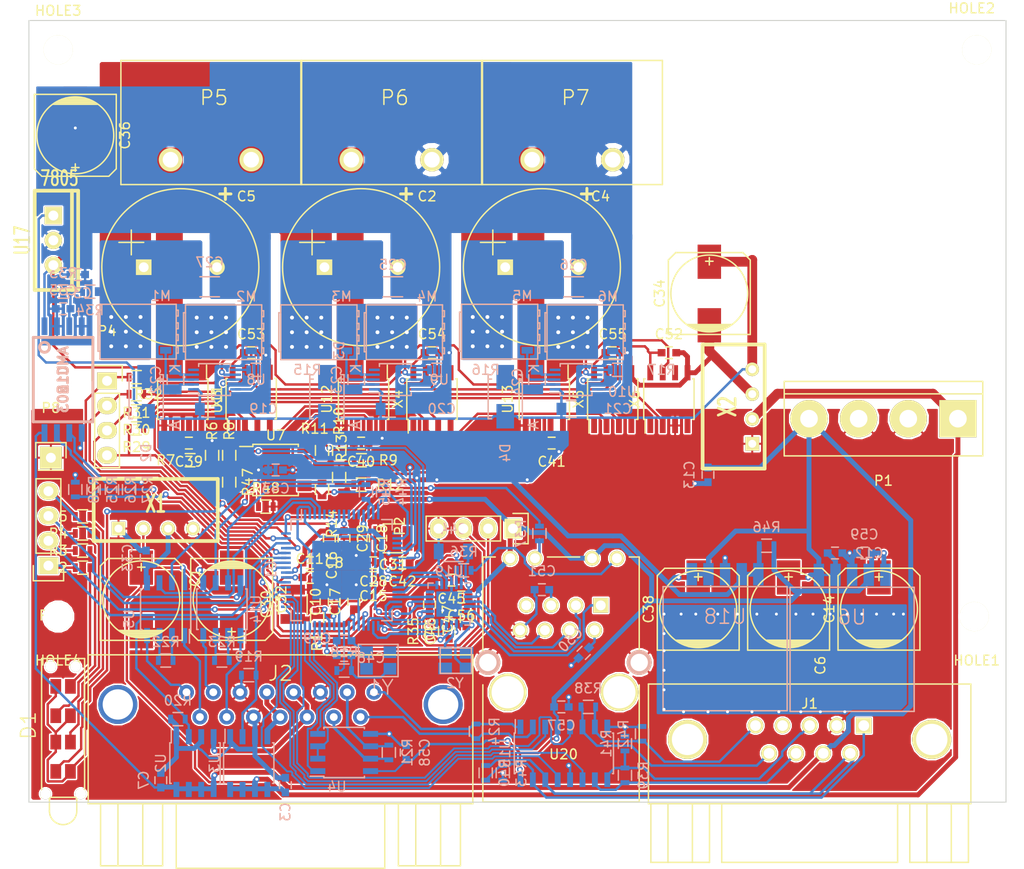
<source format=kicad_pcb>
(kicad_pcb (version 4) (host pcbnew "(2016-08-09 BZR 6588, Git aa776fa)-product")
  (layers (0 F.Cu signal) (31 B.Cu signal) (34 B.Paste user) (35 F.Paste user) (36 B.SilkS user) (37 F.SilkS user) (38 B.Mask user) (39 F.Mask user) (44 Edge.Cuts user))
  (net 0 "")
  (net 1 +12V)
  (net 2 GND)
  (net 3 +60V)
  (net 4 +5V)
  (net 5 +3.3V)
  (net 6 "Net-(C22-Pad1)")
  (net 7 /SW0)
  (net 8 "Net-(C23-Pad1)")
  (net 9 /SW1)
  (net 10 "Net-(C24-Pad1)")
  (net 11 /SW2)
  (net 12 "Net-(D1-Pad8)")
  (net 13 "Net-(D1-Pad6)")
  (net 14 "Net-(D1-Pad2)")
  (net 15 "Net-(D1-Pad4)")
  (net 16 /~A)
  (net 17 /~B)
  (net 18 "Net-(J1-Pad4)")
  (net 19 /~Z)
  (net 20 /A)
  (net 21 /B)
  (net 22 /Z)
  (net 23 "Net-(M1-PadG)")
  (net 24 "Net-(M2-PadG)")
  (net 25 "Net-(M3-PadG)")
  (net 26 "Net-(M4-PadG)")
  (net 27 "Net-(M5-PadG)")
  (net 28 "Net-(M6-PadG)")
  (net 29 /LED0)
  (net 30 /LED1)
  (net 31 /LED2)
  (net 32 /LED3)
  (net 33 "Net-(R6-Pad2)")
  (net 34 /CUR0)
  (net 35 "Net-(R10-Pad2)")
  (net 36 /CUR1)
  (net 37 "Net-(R12-Pad2)")
  (net 38 /CUR2)
  (net 39 "Net-(R15-Pad1)")
  (net 40 "Net-(R16-Pad1)")
  (net 41 "Net-(R17-Pad1)")
  (net 42 /HB0)
  (net 43 /HB1)
  (net 44 /HB2)
  (net 45 /ENC_TXD)
  (net 46 /ENC_RXD)
  (net 47 "Net-(U11-Pad7)")
  (net 48 "Net-(U12-Pad7)")
  (net 49 "Net-(U13-Pad7)")
  (net 50 /HBEN)
  (net 51 "Net-(U11-Pad6)")
  (net 52 "Net-(U12-Pad6)")
  (net 53 "Net-(U13-Pad6)")
  (net 54 /M1)
  (net 55 /M0)
  (net 56 /M2)
  (net 57 "Net-(HOLE1-Pad1)")
  (net 58 "Net-(HOLE2-Pad1)")
  (net 59 "Net-(HOLE3-Pad1)")
  (net 60 "Net-(HOLE4-Pad1)")
  (net 61 "Net-(C49-Pad2)")
  (net 62 "Net-(R1-Pad2)")
  (net 63 "Net-(R32-Pad1)")
  (net 64 "Net-(R29-Pad1)")
  (net 65 "Net-(R30-Pad1)")
  (net 66 "Net-(R31-Pad1)")
  (net 67 "Net-(C35-Pad1)")
  (net 68 GNDPWR)
  (net 69 /MDAT)
  (net 70 /MCLK)
  (net 71 "Net-(R26-Pad2)")
  (net 72 "Net-(R25-Pad2)")
  (net 73 "Net-(J2-Pad10)")
  (net 74 "Net-(J2-Pad2)")
  (net 75 "Net-(R22-Pad1)")
  (net 76 "Net-(R22-Pad2)")
  (net 77 "Net-(J2-Pad9)")
  (net 78 "Net-(J2-Pad1)")
  (net 79 /ENC_5V)
  (net 80 /ENC_12V)
  (net 81 "Net-(R23-Pad1)")
  (net 82 "Net-(R23-Pad2)")
  (net 83 "Net-(C48-Pad1)")
  (net 84 "Net-(R18-Pad2)")
  (net 85 "Net-(P2-Pad2)")
  (net 86 "Net-(P2-Pad3)")
  (net 87 +12P)
  (net 88 "Net-(U10-Pad7)")
  (net 89 "Net-(U10-Pad8)")
  (net 90 "Net-(U9-Pad8)")
  (net 91 "Net-(U8-Pad8)")
  (net 92 +5P)
  (net 93 "Net-(J2-Pad14)")
  (net 94 "Net-(J2-Pad7)")
  (net 95 -12V)
  (net 96 /ENC_COS)
  (net 97 "Net-(J2-Pad15)")
  (net 98 "Net-(J2-Pad8)")
  (net 99 /ENC_SIN)
  (net 100 /ENC_DIR)
  (net 101 "Net-(J2-Pad12)")
  (net 102 "Net-(J2-Pad11)")
  (net 103 /ENC_RXD2)
  (net 104 /ENC_Z)
  (net 105 /ENC_B)
  (net 106 /ENC_A)
  (net 107 "Net-(U1-Pad5)")
  (net 108 "Net-(U1-Pad6)")
  (net 109 "Net-(U1-Pad7)")
  (net 110 /VddC)
  (net 111 "Net-(U1-Pad10)")
  (net 112 "Net-(U1-Pad11)")
  (net 113 "Net-(U1-Pad12)")
  (net 114 "Net-(U1-Pad17)")
  (net 115 "Net-(U1-Pad19)")
  (net 116 "Net-(U1-Pad23)")
  (net 117 /ETH0_TXD1)
  (net 118 /ETH0_TXD0)
  (net 119 /ETH_CRS_DVA)
  (net 120 /ETH0_RXERA)
  (net 121 /ETH0_RXD1A)
  (net 122 /ETH0_RXD0A)
  (net 123 /ETH0_CLK_RMIIA)
  (net 124 /ETH0_MDIO)
  (net 125 /ETH0_MDC)
  (net 126 /ETH0_TX_EN)
  (net 127 "Net-(C51-Pad1)")
  (net 128 "Net-(C50-Pad1)")
  (net 129 +3.3VADC)
  (net 130 "Net-(R36-Pad2)")
  (net 131 "Net-(R35-Pad1)")
  (net 132 /LED4)
  (net 133 /ETH0_~RST)
  (net 134 "Net-(C44-Pad1)")
  (net 135 "Net-(C47-Pad1)")
  (net 136 "Net-(C46-Pad1)")
  (net 137 "Net-(R37-Pad2)")
  (net 138 "Net-(R36-Pad1)")
  (net 139 "Net-(U19-Pad3)")
  (net 140 "Net-(U19-Pad4)")
  (net 141 "Net-(U19-Pad5)")
  (net 142 "Net-(U19-Pad6)")
  (net 143 "Net-(U19-Pad18)")
  (net 144 "Net-(R45-Pad2)")
  (net 145 "Net-(R44-Pad2)")
  (net 146 "Net-(R47-Pad2)")
  (net 147 "Net-(U14-Pad6)")
  (module Capacitors_SMD:C_0603 (layer F.Cu) (at 73 147.25 180)
    (fp_text reference C40 (at 0 -1.9 180) (layer F.SilkS))
    (fp_text value 100nF)
    (pad 1 smd rect (at -0.75 0 180) (size 0.8 0.75) (layers F.Cu F.Paste F.Mask) (net 129 +3.3VADC))
    (pad 2 smd rect (at 0.75 0 180) (size 0.8 0.75) (layers F.Cu F.Paste F.Mask) (net 2 GND))
  )
  (module 00_Passives:LED_592-3030-013F (layer F.Cu) (at 42.5 176.5 90)
    (fp_text reference D1 (at 0.35 -3.55 90) (layer F.SilkS) (effects (font (size 1.5 1.5))))
    (fp_text value LED_592)
    (pad 8 smd rect (at -4.35 -0.75 90) (size 1.5 1.1) (layers F.Cu F.Paste F.Mask) (net 12 "Net-(D1-Pad8)"))
    (pad "" np_thru_hole circle (at -6.65 -1.8 90) (size 1.1 1.1) (drill 1.0922) (layers *.Cu *.Mask F.SilkS))
    (pad "" np_thru_hole circle (at -6.65 1.8 90) (size 1.1 1.1) (drill 1.0922) (layers *.Cu *.Mask F.SilkS))
    (pad 6 smd rect (at 1.35 -0.75 90) (size 1.5 1.1) (layers F.Cu F.Paste F.Mask) (net 13 "Net-(D1-Pad6)"))
    (pad 7 smd rect (at -1.35 -0.75 90) (size 1.5 1.1) (layers F.Cu F.Paste F.Mask) (net 5 +3.3V))
    (pad 1 smd rect (at -4.35 0.75 90) (size 1.5 1.1) (layers F.Cu F.Paste F.Mask) (net 5 +3.3V))
    (pad 2 smd rect (at -1.35 0.75 90) (size 1.5 1.1) (layers F.Cu F.Paste F.Mask) (net 14 "Net-(D1-Pad2)"))
    (pad 5 smd rect (at 4.35 -0.75 90) (size 1.5 1.1) (layers F.Cu F.Paste F.Mask) (net 5 +3.3V))
    (pad 3 smd rect (at 1.35 0.75 90) (size 1.5 1.1) (layers F.Cu F.Paste F.Mask) (net 5 +3.3V))
    (pad 4 smd rect (at 4.35 0.75 90) (size 1.5 1.1) (layers F.Cu F.Paste F.Mask) (net 15 "Net-(D1-Pad4)"))
    (pad "" np_thru_hole circle (at 6.38 1.27 90) (size 1.1 1.1) (drill 1.0922) (layers *.Cu *.Mask F.SilkS))
    (pad "" np_thru_hole circle (at 6.38 -1.27 90) (size 1.1 1.1) (drill 1.0922) (layers *.Cu *.Mask F.SilkS))
  )
  (module 00_Local:TO220_78xx (layer F.Cu) (at 41.5 126.5)
    (fp_text reference U17 (at -3.175 0 90) (layer F.SilkS) (effects (font (size 1.524 1.016) (thickness 0.2032))))
    (fp_text value 7805 (at 0.635 -6.35) (layer F.SilkS) (effects (font (size 1.524 1.016) (thickness 0.2032))))
    (pad VO thru_hole circle (at 0 2.54) (size 1.778 1.778) (drill 1.016) (layers *.Cu *.Mask F.SilkS) (net 92 +5P))
    (pad GND thru_hole circle (at 0 0) (size 1.778 1.778) (drill 1.016) (layers *.Cu *.Mask F.SilkS) (net 68 GNDPWR))
    (pad VI thru_hole rect (at 0 -2.54) (size 1.778 1.778) (drill 1.016) (layers *.Cu *.Mask F.SilkS) (net 87 +12P))
  )
  (module Diodes_SMD:SMA_Standard (layer B.Cu) (at 51 142.5 270)
    (fp_text reference D2 (at 5.75 0 270) (layer B.SilkS) (effects (justify mirror)))
    (fp_text value STPS2150A)
    (fp_text user K (at -2.9 -2.95 270) (layer B.SilkS) (effects (justify mirror)))
    (fp_text user A (at 2.9 -2.9 270) (layer B.SilkS) (effects (justify mirror)))
    (pad C smd rect (at -1.99898 0 270) (size 2.49936 1.80086) (layers B.Cu B.Paste B.Mask) (net 6 "Net-(C22-Pad1)"))
    (pad A smd rect (at 1.99898 0 270) (size 2.49936 1.80086) (layers B.Cu B.Paste B.Mask) (net 87 +12P))
  )
  (module Housings_QFP:LQFP-64-1EP_10x10mm_Pitch0.5mm (layer B.Cu) (at 71 160.25 270)
    (fp_text reference U1 (at 0 7.2 270) (layer B.SilkS) (effects (justify mirror)))
    (fp_text value XMC4400-F64x512)
    (pad 1 smd rect (at -5.7 3.75 270) (size 1 0.25) (layers B.Cu B.Paste B.Mask) (net 119 /ETH_CRS_DVA))
    (pad 2 smd rect (at -5.7 3.25 270) (size 1 0.25) (layers B.Cu B.Paste B.Mask) (net 103 /ENC_RXD2))
    (pad 3 smd rect (at -5.7 2.75 270) (size 1 0.25) (layers B.Cu B.Paste B.Mask) (net 31 /LED2))
    (pad 4 smd rect (at -5.7 2.25 270) (size 1 0.25) (layers B.Cu B.Paste B.Mask) (net 32 /LED3))
    (pad 5 smd rect (at -5.7 1.75 270) (size 1 0.25) (layers B.Cu B.Paste B.Mask) (net 107 "Net-(U1-Pad5)"))
    (pad 6 smd rect (at -5.7 1.25 270) (size 1 0.25) (layers B.Cu B.Paste B.Mask) (net 108 "Net-(U1-Pad6)"))
    (pad 7 smd rect (at -5.7 0.75 270) (size 1 0.25) (layers B.Cu B.Paste B.Mask) (net 109 "Net-(U1-Pad7)"))
    (pad 8 smd rect (at -5.7 0.25 270) (size 1 0.25) (layers B.Cu B.Paste B.Mask) (net 5 +3.3V))
    (pad 9 smd rect (at -5.7 -0.25 270) (size 1 0.25) (layers B.Cu B.Paste B.Mask) (net 110 /VddC))
    (pad 10 smd rect (at -5.7 -0.75 270) (size 1 0.25) (layers B.Cu B.Paste B.Mask) (net 111 "Net-(U1-Pad10)"))
    (pad 11 smd rect (at -5.7 -1.25 270) (size 1 0.25) (layers B.Cu B.Paste B.Mask) (net 112 "Net-(U1-Pad11)"))
    (pad 12 smd rect (at -5.7 -1.75 270) (size 1 0.25) (layers B.Cu B.Paste B.Mask) (net 113 "Net-(U1-Pad12)"))
    (pad 13 smd rect (at -5.7 -2.25 270) (size 1 0.25) (layers B.Cu B.Paste B.Mask) (net 5 +3.3V))
    (pad 14 smd rect (at -5.7 -2.75 270) (size 1 0.25) (layers B.Cu B.Paste B.Mask) (net 99 /ENC_SIN))
    (pad 15 smd rect (at -5.7 -3.25 270) (size 1 0.25) (layers B.Cu B.Paste B.Mask) (net 99 /ENC_SIN))
    (pad 16 smd rect (at -5.7 -3.75 270) (size 1 0.25) (layers B.Cu B.Paste B.Mask) (net 96 /ENC_COS))
    (pad 17 smd rect (at -3.75 -5.7 180) (size 1 0.25) (layers B.Cu B.Paste B.Mask) (net 114 "Net-(U1-Pad17)"))
    (pad 18 smd rect (at -3.25 -5.7 180) (size 1 0.25) (layers B.Cu B.Paste B.Mask) (net 38 /CUR2))
    (pad 19 smd rect (at -2.75 -5.7 180) (size 1 0.25) (layers B.Cu B.Paste B.Mask) (net 115 "Net-(U1-Pad19)"))
    (pad 20 smd rect (at -2.25 -5.7 180) (size 1 0.25) (layers B.Cu B.Paste B.Mask) (net 34 /CUR0))
    (pad 21 smd rect (at -1.75 -5.7 180) (size 1 0.25) (layers B.Cu B.Paste B.Mask) (net 2 GND))
    (pad 22 smd rect (at -1.25 -5.7 180) (size 1 0.25) (layers B.Cu B.Paste B.Mask) (net 129 +3.3VADC))
    (pad 23 smd rect (at -0.75 -5.7 180) (size 1 0.25) (layers B.Cu B.Paste B.Mask) (net 116 "Net-(U1-Pad23)"))
    (pad 24 smd rect (at -0.25 -5.7 180) (size 1 0.25) (layers B.Cu B.Paste B.Mask) (net 36 /CUR1))
    (pad 25 smd rect (at 0.25 -5.7 180) (size 1 0.25) (layers B.Cu B.Paste B.Mask) (net 110 /VddC))
    (pad 26 smd rect (at 0.75 -5.7 180) (size 1 0.25) (layers B.Cu B.Paste B.Mask) (net 5 +3.3V))
    (pad 27 smd rect (at 1.25 -5.7 180) (size 1 0.25) (layers B.Cu B.Paste B.Mask) (net 117 /ETH0_TXD1))
    (pad 28 smd rect (at 1.75 -5.7 180) (size 1 0.25) (layers B.Cu B.Paste B.Mask) (net 118 /ETH0_TXD0))
    (pad 29 smd rect (at 2.25 -5.7 180) (size 1 0.25) (layers B.Cu B.Paste B.Mask) (net 126 /ETH0_TX_EN))
    (pad 30 smd rect (at 2.75 -5.7 180) (size 1 0.25) (layers B.Cu B.Paste B.Mask) (net 120 /ETH0_RXERA))
    (pad 31 smd rect (at 3.25 -5.7 180) (size 1 0.25) (layers B.Cu B.Paste B.Mask) (net 121 /ETH0_RXD1A))
    (pad 32 smd rect (at 3.75 -5.7 180) (size 1 0.25) (layers B.Cu B.Paste B.Mask) (net 122 /ETH0_RXD0A))
    (pad 33 smd rect (at 5.7 -3.75 270) (size 1 0.25) (layers B.Cu B.Paste B.Mask) (net 123 /ETH0_CLK_RMIIA))
    (pad 34 smd rect (at 5.7 -3.25 270) (size 1 0.25) (layers B.Cu B.Paste B.Mask) (net 124 /ETH0_MDIO))
    (pad 35 smd rect (at 5.7 -2.75 270) (size 1 0.25) (layers B.Cu B.Paste B.Mask) (net 125 /ETH0_MDC))
    (pad 36 smd rect (at 5.7 -2.25 270) (size 1 0.25) (layers B.Cu B.Paste B.Mask) (net 69 /MDAT))
    (pad 37 smd rect (at 5.7 -1.75 270) (size 1 0.25) (layers B.Cu B.Paste B.Mask) (net 2 GND))
    (pad 38 smd rect (at 5.7 -1.25 270) (size 1 0.25) (layers B.Cu B.Paste B.Mask) (net 5 +3.3V))
    (pad 39 smd rect (at 5.7 -0.75 270) (size 1 0.25) (layers B.Cu B.Paste B.Mask) (net 61 "Net-(C49-Pad2)"))
    (pad 40 smd rect (at 5.7 -0.25 270) (size 1 0.25) (layers B.Cu B.Paste B.Mask) (net 84 "Net-(R18-Pad2)"))
    (pad 41 smd rect (at 5.7 0.25 270) (size 1 0.25) (layers B.Cu B.Paste B.Mask) (net 2 GND))
    (pad 42 smd rect (at 5.7 0.75 270) (size 1 0.25) (layers B.Cu B.Paste B.Mask) (net 110 /VddC))
    (pad 43 smd rect (at 5.7 1.25 270) (size 1 0.25) (layers B.Cu B.Paste B.Mask) (net 62 "Net-(R1-Pad2)"))
    (pad 44 smd rect (at 5.7 1.75 270) (size 1 0.25) (layers B.Cu B.Paste B.Mask) (net 85 "Net-(P2-Pad2)"))
    (pad 45 smd rect (at 5.7 2.25 270) (size 1 0.25) (layers B.Cu B.Paste B.Mask) (net 86 "Net-(P2-Pad3)"))
    (pad 46 smd rect (at 5.7 2.75 270) (size 1 0.25) (layers B.Cu B.Paste B.Mask) (net 100 /ENC_DIR))
    (pad 47 smd rect (at 5.7 3.25 270) (size 1 0.25) (layers B.Cu B.Paste B.Mask) (net 45 /ENC_TXD))
    (pad 48 smd rect (at 5.7 3.75 270) (size 1 0.25) (layers B.Cu B.Paste B.Mask) (net 46 /ENC_RXD))
    (pad 49 smd rect (at 3.75 5.7 180) (size 1 0.25) (layers B.Cu B.Paste B.Mask) (net 106 /ENC_A))
    (pad 50 smd rect (at 3.25 5.7 180) (size 1 0.25) (layers B.Cu B.Paste B.Mask) (net 105 /ENC_B))
    (pad 51 smd rect (at 2.75 5.7 180) (size 1 0.25) (layers B.Cu B.Paste B.Mask) (net 104 /ENC_Z))
    (pad 52 smd rect (at 2.25 5.7 180) (size 1 0.25) (layers B.Cu B.Paste B.Mask) (net 30 /LED1))
    (pad 53 smd rect (at 1.75 5.7 180) (size 1 0.25) (layers B.Cu B.Paste B.Mask) (net 80 /ENC_12V))
    (pad 54 smd rect (at 1.25 5.7 180) (size 1 0.25) (layers B.Cu B.Paste B.Mask) (net 70 /MCLK))
    (pad 55 smd rect (at 0.75 5.7 180) (size 1 0.25) (layers B.Cu B.Paste B.Mask) (net 110 /VddC))
    (pad 56 smd rect (at 0.25 5.7 180) (size 1 0.25) (layers B.Cu B.Paste B.Mask) (net 5 +3.3V))
    (pad 57 smd rect (at -0.25 5.7 180) (size 1 0.25) (layers B.Cu B.Paste B.Mask) (net 50 /HBEN))
    (pad 58 smd rect (at -0.75 5.7 180) (size 1 0.25) (layers B.Cu B.Paste B.Mask) (net 133 /ETH0_~RST))
    (pad 59 smd rect (at -1.25 5.7 180) (size 1 0.25) (layers B.Cu B.Paste B.Mask) (net 79 /ENC_5V))
    (pad 60 smd rect (at -1.75 5.7 180) (size 1 0.25) (layers B.Cu B.Paste B.Mask) (net 44 /HB2))
    (pad 61 smd rect (at -2.25 5.7 180) (size 1 0.25) (layers B.Cu B.Paste B.Mask) (net 42 /HB0))
    (pad 62 smd rect (at -2.75 5.7 180) (size 1 0.25) (layers B.Cu B.Paste B.Mask) (net 29 /LED0))
    (pad 63 smd rect (at -3.25 5.7 180) (size 1 0.25) (layers B.Cu B.Paste B.Mask) (net 43 /HB1))
    (pad 64 smd rect (at -3.75 5.7 180) (size 1 0.25) (layers B.Cu B.Paste B.Mask) (net 132 /LED4))
    (pad EP smd rect (at -1.5 1.5 270) (size 3 3) (layers B.Cu B.Paste B.Mask) (net 2 GND))
    (pad EP smd rect (at 1.5 1.5 270) (size 3 3) (layers B.Cu B.Paste B.Mask) (net 2 GND))
    (pad EP smd rect (at 1.5 -1.5 270) (size 3 3) (layers B.Cu B.Paste B.Mask) (net 2 GND))
    (pad EP smd rect (at -1.5 -1.5 270) (size 3 3) (layers B.Cu B.Paste B.Mask) (net 2 GND))
  )
  (module Pin_Headers:Pin_Header_Straight_1x04 (layer F.Cu) (at 88.54 156 270)
    (fp_text reference P2 (at -0.25 11.58 270) (layer F.SilkS))
    (fp_text value CONN_01X04)
    (pad 1 thru_hole rect (at 0 0 270) (size 2.032 1.7272) (drill 1.016) (layers *.Cu *.Mask F.SilkS) (net 5 +3.3V))
    (pad 2 thru_hole oval (at 0 2.54 270) (size 2.032 1.7272) (drill 1.016) (layers *.Cu *.Mask F.SilkS) (net 85 "Net-(P2-Pad2)"))
    (pad 3 thru_hole oval (at 0 5.08 270) (size 2.032 1.7272) (drill 1.016) (layers *.Cu *.Mask F.SilkS) (net 86 "Net-(P2-Pad3)"))
    (pad 4 thru_hole oval (at 0 7.62 270) (size 2.032 1.7272) (drill 1.016) (layers *.Cu *.Mask F.SilkS) (net 2 GND))
  )
  (module Mounting_Holes:MountingHole_3mm (layer F.Cu) (at 42 165 90)
    (fp_text reference HOLE4 (at -4.5 0 180) (layer F.SilkS))
    (fp_text value HOLE)
    (pad 1 np_thru_hole circle (at 0 0 90) (size 3 3) (drill 3) (layers *.Cu *.Mask F.SilkS) (net 60 "Net-(HOLE4-Pad1)"))
  )
  (module Connectors_Amphenol:DB15F_HD20_SIZE2 (layer F.Cu) (at 64.75 174)
    (fp_text reference J2 (at 0 -3.175) (layer F.SilkS) (effects (font (size 1.5 1.5))))
    (fp_text value DB15)
    (pad 1 thru_hole circle (at 9.56 -1.25) (size 1.524 1.524) (drill 0.8) (layers *.Cu *.Mask) (net 78 "Net-(J2-Pad1)"))
    (pad 2 thru_hole circle (at 6.82 -1.25) (size 1.524 1.524) (drill 0.8) (layers *.Cu *.Mask) (net 74 "Net-(J2-Pad2)"))
    (pad 3 thru_hole circle (at 4.08 -1.25) (size 1.524 1.524) (drill 0.8) (layers *.Cu *.Mask) (net 2 GND))
    (pad 4 thru_hole circle (at 1.34 -1.25) (size 1.524 1.524) (drill 0.8) (layers *.Cu *.Mask) (net 102 "Net-(J2-Pad11)"))
    (pad 5 thru_hole circle (at -1.4 -1.25) (size 1.524 1.524) (drill 0.8) (layers *.Cu *.Mask) (net 101 "Net-(J2-Pad12)"))
    (pad 6 thru_hole circle (at -4.14 -1.25) (size 1.524 1.524) (drill 0.8) (layers *.Cu *.Mask) (net 2 GND))
    (pad 7 thru_hole circle (at -6.88 -1.25) (size 1.524 1.524) (drill 0.8) (layers *.Cu *.Mask) (net 94 "Net-(J2-Pad7)"))
    (pad 8 thru_hole circle (at -9.62 -1.25) (size 1.524 1.524) (drill 0.8) (layers *.Cu *.Mask) (net 98 "Net-(J2-Pad8)"))
    (pad 9 thru_hole circle (at 8.19 1.29) (size 1.524 1.524) (drill 0.8) (layers *.Cu *.Mask) (net 77 "Net-(J2-Pad9)"))
    (pad 10 thru_hole circle (at 5.45 1.29) (size 1.524 1.524) (drill 0.8) (layers *.Cu *.Mask) (net 73 "Net-(J2-Pad10)"))
    (pad 11 thru_hole circle (at 2.71 1.29) (size 1.524 1.524) (drill 0.8) (layers *.Cu *.Mask) (net 102 "Net-(J2-Pad11)"))
    (pad 12 thru_hole circle (at -0.03 1.29) (size 1.524 1.524) (drill 0.8) (layers *.Cu *.Mask) (net 101 "Net-(J2-Pad12)"))
    (pad 13 thru_hole circle (at -2.77 1.29) (size 1.524 1.524) (drill 0.8) (layers *.Cu *.Mask) (net 2 GND))
    (pad 14 thru_hole circle (at -5.51 1.29) (size 1.524 1.524) (drill 0.8) (layers *.Cu *.Mask) (net 93 "Net-(J2-Pad14)"))
    (pad 15 thru_hole circle (at -8.25 1.29) (size 1.524 1.524) (drill 0.8) (layers *.Cu *.Mask) (net 97 "Net-(J2-Pad15)"))
    (pad 16 thru_hole circle (at 16.65 0) (size 4 4) (drill 3.1) (layers *.Cu *.Mask))
    (pad 16 thru_hole circle (at -16.65 0) (size 4 4) (drill 3.1) (layers *.Cu *.Mask))
  )
  (module Connectors_Amphenol:DB9FC_HD-20 (layer F.Cu) (at 118.905 176.16)
    (fp_text reference J1 (at 0 -2.25) (layer F.SilkS))
    (fp_text value DB9)
    (pad 1 thru_hole rect (at 5.54 0) (size 1.6 1.6) (drill 1.1) (layers *.Cu *.Mask F.SilkS) (net 16 /~A))
    (pad 2 thru_hole circle (at 2.77 0) (size 1.6 1.6) (drill 1.1) (layers *.Cu *.Mask F.SilkS) (net 2 GND))
    (pad 3 thru_hole circle (at 0 0) (size 1.6 1.6) (drill 1.1) (layers *.Cu *.Mask F.SilkS) (net 17 /~B))
    (pad 4 thru_hole circle (at -2.77 0) (size 1.6 1.6) (drill 1.1) (layers *.Cu *.Mask F.SilkS) (net 18 "Net-(J1-Pad4)"))
    (pad 5 thru_hole circle (at -5.54 0) (size 1.6 1.6) (drill 1.1) (layers *.Cu *.Mask F.SilkS) (net 19 /~Z))
    (pad 6 thru_hole circle (at 4.155 2.84) (size 1.6 1.6) (drill 1.1) (layers *.Cu *.Mask F.SilkS) (net 20 /A))
    (pad 7 thru_hole circle (at 1.385 2.84) (size 1.6 1.6) (drill 1.1) (layers *.Cu *.Mask F.SilkS) (net 4 +5V))
    (pad 8 thru_hole circle (at -1.385 2.84) (size 1.6 1.6) (drill 1.1) (layers *.Cu *.Mask F.SilkS) (net 21 /B))
    (pad 9 thru_hole circle (at -4.155 2.84) (size 1.6 1.6) (drill 1.1) (layers *.Cu *.Mask F.SilkS) (net 22 /Z))
    (pad 10 thru_hole circle (at 12.5 1.42) (size 4 4) (drill 3.2) (layers *.Cu *.Mask F.SilkS))
    (pad 10 thru_hole circle (at -12.5 1.42) (size 4 4) (drill 3.2) (layers *.Cu *.Mask F.SilkS))
  )
  (module Capacitors_SMD:C_0603 (layer B.Cu) (at 65.25 182.25 90)
    (fp_text reference C3 (at -2.75 0 90) (layer B.SilkS) (effects (justify mirror)))
    (fp_text value 100nF)
    (pad 1 smd rect (at -0.75 0 90) (size 0.8 0.75) (layers B.Cu B.Paste B.Mask) (net 1 +12V))
    (pad 2 smd rect (at 0.75 0 90) (size 0.8 0.75) (layers B.Cu B.Paste B.Mask) (net 2 GND))
  )
  (module Capacitors_SMD:C_0603 (layer B.Cu) (at 121.5 158.5)
    (fp_text reference C12 (at 3.5 0) (layer B.SilkS) (effects (justify mirror)))
    (fp_text value 100nF)
    (pad 1 smd rect (at -0.75 0) (size 0.8 0.75) (layers B.Cu B.Paste B.Mask) (net 4 +5V))
    (pad 2 smd rect (at 0.75 0) (size 0.8 0.75) (layers B.Cu B.Paste B.Mask) (net 2 GND))
  )
  (module Resistors_SMD:R_0603 (layer F.Cu) (at 68.5 165.1 90)
    (fp_text reference R1 (at -2.5 0 90) (layer F.SilkS))
    (fp_text value 10k)
    (pad 1 smd rect (at -0.75 0 90) (size 0.5 0.9) (layers F.Cu F.Paste F.Mask) (net 5 +3.3V))
    (pad 2 smd rect (at 0.75 0 90) (size 0.5 0.9) (layers F.Cu F.Paste F.Mask) (net 62 "Net-(R1-Pad2)"))
  )
  (module Resistors_SMD:R_0603 (layer F.Cu) (at 70.75 150.75 270)
    (fp_text reference R13 (at -3 -0.25 270) (layer F.SilkS))
    (fp_text value 10k)
    (pad 1 smd rect (at -0.75 0 270) (size 0.5 0.9) (layers F.Cu F.Paste F.Mask) (net 2 GND))
    (pad 2 smd rect (at 0.75 0 270) (size 0.5 0.9) (layers F.Cu F.Paste F.Mask) (net 37 "Net-(R12-Pad2)"))
  )
  (module Resistors_SMD:R_0603 (layer F.Cu) (at 73.033854 149.004714 180)
    (fp_text reference R9 (at -2.75 0 180) (layer F.SilkS))
    (fp_text value 10k)
    (pad 1 smd rect (at -0.75 0 180) (size 0.5 0.9) (layers F.Cu F.Paste F.Mask) (net 129 +3.3VADC))
    (pad 2 smd rect (at 0.75 0 180) (size 0.5 0.9) (layers F.Cu F.Paste F.Mask) (net 35 "Net-(R10-Pad2)"))
  )
  (module Resistors_SMD:R_0603 (layer F.Cu) (at 70.75 148 270)
    (fp_text reference R10 (at -3 0 270) (layer F.SilkS))
    (fp_text value 10k)
    (pad 1 smd rect (at -0.75 0 270) (size 0.5 0.9) (layers F.Cu F.Paste F.Mask) (net 2 GND))
    (pad 2 smd rect (at 0.75 0 270) (size 0.5 0.9) (layers F.Cu F.Paste F.Mask) (net 35 "Net-(R10-Pad2)"))
  )
  (module Resistors_SMD:R_0603 (layer F.Cu) (at 73 151.5 180)
    (fp_text reference R12 (at -3 0 180) (layer F.SilkS))
    (fp_text value 10k)
    (pad 1 smd rect (at -0.75 0 180) (size 0.5 0.9) (layers F.Cu F.Paste F.Mask) (net 129 +3.3VADC))
    (pad 2 smd rect (at 0.75 0 180) (size 0.5 0.9) (layers F.Cu F.Paste F.Mask) (net 37 "Net-(R12-Pad2)"))
  )
  (module Resistors_SMD:R_0603 (layer F.Cu) (at 69 152 90)
    (fp_text reference R14 (at -3.529714 1 90) (layer F.SilkS))
    (fp_text value 10k)
    (pad 1 smd rect (at -0.75 0 90) (size 0.5 0.9) (layers F.Cu F.Paste F.Mask) (net 38 /CUR2))
    (pad 2 smd rect (at 0.75 0 90) (size 0.5 0.9) (layers F.Cu F.Paste F.Mask) (net 37 "Net-(R12-Pad2)"))
  )
  (module Resistors_SMD:R_0603 (layer F.Cu) (at 59.5 148.5 270)
    (fp_text reference R8 (at -2.5 -0.005222 270) (layer F.SilkS))
    (fp_text value 10k)
    (pad 1 smd rect (at -0.75 0 270) (size 0.5 0.9) (layers F.Cu F.Paste F.Mask) (net 34 /CUR0))
    (pad 2 smd rect (at 0.75 0 270) (size 0.5 0.9) (layers F.Cu F.Paste F.Mask) (net 33 "Net-(R6-Pad2)"))
  )
  (module Resistors_SMD:R_0603 (layer F.Cu) (at 57.75 148.5 270)
    (fp_text reference R6 (at -2.5 0 270) (layer F.SilkS))
    (fp_text value 10k)
    (pad 1 smd rect (at -0.75 0 270) (size 0.5 0.9) (layers F.Cu F.Paste F.Mask) (net 129 +3.3VADC))
    (pad 2 smd rect (at 0.75 0 270) (size 0.5 0.9) (layers F.Cu F.Paste F.Mask) (net 33 "Net-(R6-Pad2)"))
  )
  (module Resistors_SMD:R_0603 (layer F.Cu) (at 55.5 149)
    (fp_text reference R7 (at -2.5 0) (layer F.SilkS))
    (fp_text value 10k)
    (pad 1 smd rect (at -0.75 0) (size 0.5 0.9) (layers F.Cu F.Paste F.Mask) (net 2 GND))
    (pad 2 smd rect (at 0.75 0) (size 0.5 0.9) (layers F.Cu F.Paste F.Mask) (net 33 "Net-(R6-Pad2)"))
  )
  (module Housings_SSOP:TSSOP-14_4.4x5mm_Pitch0.65mm (layer F.Cu) (at 64.25 150)
    (fp_text reference U7 (at 0 -3.55) (layer F.SilkS))
    (fp_text value MC33074DTBR2)
    (pad 1 smd rect (at -2.95 -1.95) (size 1.45 0.45) (layers F.Cu F.Paste F.Mask) (net 34 /CUR0))
    (pad 2 smd rect (at -2.95 -1.3) (size 1.45 0.45) (layers F.Cu F.Paste F.Mask) (net 33 "Net-(R6-Pad2)"))
    (pad 3 smd rect (at -2.95 -0.65) (size 1.45 0.45) (layers F.Cu F.Paste F.Mask) (net 47 "Net-(U11-Pad7)"))
    (pad 4 smd rect (at -2.95 0) (size 1.45 0.45) (layers F.Cu F.Paste F.Mask) (net 129 +3.3VADC))
    (pad 5 smd rect (at -2.95 0.65) (size 1.45 0.45) (layers F.Cu F.Paste F.Mask) (net 146 "Net-(R47-Pad2)"))
    (pad 6 smd rect (at -2.95 1.3) (size 1.45 0.45) (layers F.Cu F.Paste F.Mask) (net 147 "Net-(U14-Pad6)"))
    (pad 7 smd rect (at -2.95 1.95) (size 1.45 0.45) (layers F.Cu F.Paste F.Mask) (net 147 "Net-(U14-Pad6)"))
    (pad 8 smd rect (at 2.95 1.95) (size 1.45 0.45) (layers F.Cu F.Paste F.Mask) (net 38 /CUR2))
    (pad 9 smd rect (at 2.95 1.3) (size 1.45 0.45) (layers F.Cu F.Paste F.Mask) (net 37 "Net-(R12-Pad2)"))
    (pad 10 smd rect (at 2.95 0.65) (size 1.45 0.45) (layers F.Cu F.Paste F.Mask) (net 49 "Net-(U13-Pad7)"))
    (pad 11 smd rect (at 2.95 0) (size 1.45 0.45) (layers F.Cu F.Paste F.Mask) (net 2 GND))
    (pad 12 smd rect (at 2.95 -0.65) (size 1.45 0.45) (layers F.Cu F.Paste F.Mask) (net 48 "Net-(U12-Pad7)"))
    (pad 13 smd rect (at 2.95 -1.3) (size 1.45 0.45) (layers F.Cu F.Paste F.Mask) (net 35 "Net-(R10-Pad2)"))
    (pad 14 smd rect (at 2.95 -1.95) (size 1.45 0.45) (layers F.Cu F.Paste F.Mask) (net 36 /CUR1))
  )
  (module Resistors_SMD:R_0603 (layer F.Cu) (at 69 148 270)
    (fp_text reference R11 (at -2.220286 0.744778 180) (layer F.SilkS))
    (fp_text value 10k)
    (pad 1 smd rect (at -0.75 0 270) (size 0.5 0.9) (layers F.Cu F.Paste F.Mask) (net 36 /CUR1))
    (pad 2 smd rect (at 0.75 0 270) (size 0.5 0.9) (layers F.Cu F.Paste F.Mask) (net 35 "Net-(R10-Pad2)"))
  )
  (module Capacitors_SMD:C_0603 (layer F.Cu) (at 67.75 159.5)
    (fp_text reference C8 (at 2.5 0) (layer F.SilkS))
    (fp_text value 100nF)
    (pad 1 smd rect (at -0.75 0) (size 0.8 0.75) (layers F.Cu F.Paste F.Mask) (net 5 +3.3V))
    (pad 2 smd rect (at 0.75 0) (size 0.8 0.75) (layers F.Cu F.Paste F.Mask) (net 2 GND))
  )
  (module Resistors_SMD:R_0603 (layer F.Cu) (at 50 142.25 180)
    (fp_text reference R31 (at 0 -1.9 180) (layer F.SilkS))
    (fp_text value 680)
    (pad 1 smd rect (at -0.75 0 180) (size 0.5 0.9) (layers F.Cu F.Paste F.Mask) (net 66 "Net-(R31-Pad1)"))
    (pad 2 smd rect (at 0.75 0 180) (size 0.5 0.9) (layers F.Cu F.Paste F.Mask) (net 44 /HB2))
  )
  (module Resistors_SMD:R_0603 (layer B.Cu) (at 54.25 175.5 180)
    (fp_text reference R20 (at 0 1.9 180) (layer B.SilkS) (effects (justify mirror)))
    (fp_text value 1k)
    (pad 1 smd rect (at -0.75 0 180) (size 0.5 0.9) (layers B.Cu B.Paste B.Mask) (net 79 /ENC_5V))
    (pad 2 smd rect (at 0.75 0 180) (size 0.5 0.9) (layers B.Cu B.Paste B.Mask) (net 2 GND))
  )
  (module Resistors_SMD:R_0603 (layer B.Cu) (at 61.5 171 180)
    (fp_text reference R19 (at 0 1.9 180) (layer B.SilkS) (effects (justify mirror)))
    (fp_text value 1k)
    (pad 1 smd rect (at -0.75 0 180) (size 0.5 0.9) (layers B.Cu B.Paste B.Mask) (net 80 /ENC_12V))
    (pad 2 smd rect (at 0.75 0 180) (size 0.5 0.9) (layers B.Cu B.Paste B.Mask) (net 2 GND))
  )
  (module Resistors_SMD:R_0603 (layer B.Cu) (at 71.264 170.532 180)
    (fp_text reference R18 (at 0 1.9 180) (layer B.SilkS) (effects (justify mirror)))
    (fp_text value 510)
    (pad 1 smd rect (at -0.75 0 180) (size 0.5 0.9) (layers B.Cu B.Paste B.Mask) (net 83 "Net-(C48-Pad1)"))
    (pad 2 smd rect (at 0.75 0 180) (size 0.5 0.9) (layers B.Cu B.Paste B.Mask) (net 84 "Net-(R18-Pad2)"))
  )
  (module Capacitors_SMD:C_0603 (layer F.Cu) (at 74.25 159.5 180)
    (fp_text reference C28 (at 0 -1.9 180) (layer F.SilkS))
    (fp_text value 100nF)
    (pad 1 smd rect (at -0.75 0 180) (size 0.8 0.75) (layers F.Cu F.Paste F.Mask) (net 110 /VddC))
    (pad 2 smd rect (at 0.75 0 180) (size 0.8 0.75) (layers F.Cu F.Paste F.Mask) (net 2 GND))
  )
  (module Housings_SOIC:SOIC-8_3.9x4.9mm_Pitch1.27mm (layer F.Cu) (at 98.75 142.75 90)
    (fp_text reference X5 (at 0 -3.5 90) (layer F.SilkS))
    (fp_text value HCPL0201)
    (pad 1 smd rect (at -2.7 -1.905 90) (size 1.55 0.6) (layers F.Cu F.Paste F.Mask))
    (pad 2 smd rect (at -2.7 -0.635 90) (size 1.55 0.6) (layers F.Cu F.Paste F.Mask) (net 5 +3.3V))
    (pad 3 smd rect (at -2.7 0.635 90) (size 1.55 0.6) (layers F.Cu F.Paste F.Mask) (net 66 "Net-(R31-Pad1)"))
    (pad 4 smd rect (at -2.7 1.905 90) (size 1.55 0.6) (layers F.Cu F.Paste F.Mask))
    (pad 5 smd rect (at 2.7 1.905 90) (size 1.55 0.6) (layers F.Cu F.Paste F.Mask) (net 68 GNDPWR))
    (pad 6 smd rect (at 2.7 0.635 90) (size 1.55 0.6) (layers F.Cu F.Paste F.Mask))
    (pad 7 smd rect (at 2.7 -0.635 90) (size 1.55 0.6) (layers F.Cu F.Paste F.Mask) (net 89 "Net-(U10-Pad8)"))
    (pad 8 smd rect (at 2.7 -1.905 90) (size 1.55 0.6) (layers F.Cu F.Paste F.Mask) (net 92 +5P))
  )
  (module Housings_SOIC:SOIC-8_3.9x4.9mm_Pitch1.27mm (layer F.Cu) (at 61.75 142.7 90)
    (fp_text reference X3 (at 0 -3.5 90) (layer F.SilkS))
    (fp_text value HCPL0201)
    (pad 1 smd rect (at -2.7 -1.905 90) (size 1.55 0.6) (layers F.Cu F.Paste F.Mask))
    (pad 2 smd rect (at -2.7 -0.635 90) (size 1.55 0.6) (layers F.Cu F.Paste F.Mask) (net 5 +3.3V))
    (pad 3 smd rect (at -2.7 0.635 90) (size 1.55 0.6) (layers F.Cu F.Paste F.Mask) (net 64 "Net-(R29-Pad1)"))
    (pad 4 smd rect (at -2.7 1.905 90) (size 1.55 0.6) (layers F.Cu F.Paste F.Mask))
    (pad 5 smd rect (at 2.7 1.905 90) (size 1.55 0.6) (layers F.Cu F.Paste F.Mask) (net 68 GNDPWR))
    (pad 6 smd rect (at 2.7 0.635 90) (size 1.55 0.6) (layers F.Cu F.Paste F.Mask))
    (pad 7 smd rect (at 2.7 -0.635 90) (size 1.55 0.6) (layers F.Cu F.Paste F.Mask) (net 91 "Net-(U8-Pad8)"))
    (pad 8 smd rect (at 2.7 -1.905 90) (size 1.55 0.6) (layers F.Cu F.Paste F.Mask) (net 92 +5P))
  )
  (module Capacitors_SMD:c_elec_8x10.5 (layer F.Cu) (at 59.75 163.25 270)
    (fp_text reference C32 (at 0 -5.08 270) (layer F.SilkS))
    (fp_text value 100uF/35V)
    (pad 1 smd rect (at 3.2512 0 270) (size 3.50012 2.4003) (layers F.Cu F.Paste F.Mask) (net 2 GND))
    (pad 2 smd rect (at -3.2512 0 270) (size 3.50012 2.4003) (layers F.Cu F.Paste F.Mask) (net 95 -12V))
  )
  (module Resistors_SMD:R_0603 (layer B.Cu) (at 58.75 169.5 180)
    (fp_text reference R23 (at 0 1.9 180) (layer B.SilkS) (effects (justify mirror)))
    (fp_text value R)
    (pad 1 smd rect (at -0.75 0 180) (size 0.5 0.9) (layers B.Cu B.Paste B.Mask) (net 81 "Net-(R23-Pad1)"))
    (pad 2 smd rect (at 0.75 0 180) (size 0.5 0.9) (layers B.Cu B.Paste B.Mask) (net 82 "Net-(R23-Pad2)"))
  )
  (module Housings_SOIC:SOIC-8_3.9x4.9mm_Pitch1.27mm (layer B.Cu) (at 58.75 164.25 90)
    (fp_text reference U14 (at 0 3.5 90) (layer B.SilkS) (effects (justify mirror)))
    (fp_text value AD8226)
    (pad 1 smd rect (at -2.7 1.905 90) (size 1.55 0.6) (layers B.Cu B.Paste B.Mask) (net 93 "Net-(J2-Pad14)"))
    (pad 2 smd rect (at -2.7 0.635 90) (size 1.55 0.6) (layers B.Cu B.Paste B.Mask) (net 81 "Net-(R23-Pad1)"))
    (pad 3 smd rect (at -2.7 -0.635 90) (size 1.55 0.6) (layers B.Cu B.Paste B.Mask) (net 82 "Net-(R23-Pad2)"))
    (pad 4 smd rect (at -2.7 -1.905 90) (size 1.55 0.6) (layers B.Cu B.Paste B.Mask) (net 94 "Net-(J2-Pad7)"))
    (pad 5 smd rect (at 2.7 -1.905 90) (size 1.55 0.6) (layers B.Cu B.Paste B.Mask) (net 95 -12V))
    (pad 6 smd rect (at 2.7 -0.635 90) (size 1.55 0.6) (layers B.Cu B.Paste B.Mask) (net 147 "Net-(U14-Pad6)"))
    (pad 7 smd rect (at 2.7 0.635 90) (size 1.55 0.6) (layers B.Cu B.Paste B.Mask) (net 144 "Net-(R45-Pad2)"))
    (pad 8 smd rect (at 2.7 1.905 90) (size 1.55 0.6) (layers B.Cu B.Paste B.Mask) (net 1 +12V))
  )
  (module Housings_SOIC:SOIC-16_3.9x9.9mm_Pitch1.27mm (layer B.Cu) (at 93.75 179 270)
    (fp_text reference U15 (at 0 6 270) (layer B.SilkS) (effects (justify mirror)))
    (fp_text value MAX3096)
    (pad 1 smd rect (at -2.7 4.445 270) (size 1.5 0.6) (layers B.Cu B.Paste B.Mask) (net 78 "Net-(J2-Pad1)"))
    (pad 2 smd rect (at -2.7 3.175 270) (size 1.5 0.6) (layers B.Cu B.Paste B.Mask) (net 77 "Net-(J2-Pad9)"))
    (pad 3 smd rect (at -2.7 1.905 270) (size 1.5 0.6) (layers B.Cu B.Paste B.Mask) (net 104 /ENC_Z))
    (pad 4 smd rect (at -2.7 0.635 270) (size 1.5 0.6) (layers B.Cu B.Paste B.Mask) (net 5 +3.3V))
    (pad 5 smd rect (at -2.7 -0.635 270) (size 1.5 0.6) (layers B.Cu B.Paste B.Mask) (net 103 /ENC_RXD2))
    (pad 6 smd rect (at -2.7 -1.905 270) (size 1.5 0.6) (layers B.Cu B.Paste B.Mask) (net 22 /Z))
    (pad 7 smd rect (at -2.7 -3.175 270) (size 1.5 0.6) (layers B.Cu B.Paste B.Mask) (net 19 /~Z))
    (pad 8 smd rect (at -2.7 -4.445 270) (size 1.5 0.6) (layers B.Cu B.Paste B.Mask) (net 2 GND))
    (pad 9 smd rect (at 2.7 -4.445 270) (size 1.5 0.6) (layers B.Cu B.Paste B.Mask) (net 17 /~B))
    (pad 10 smd rect (at 2.7 -3.175 270) (size 1.5 0.6) (layers B.Cu B.Paste B.Mask) (net 21 /B))
    (pad 11 smd rect (at 2.7 -1.905 270) (size 1.5 0.6) (layers B.Cu B.Paste B.Mask) (net 105 /ENC_B))
    (pad 12 smd rect (at 2.7 -0.635 270) (size 1.5 0.6) (layers B.Cu B.Paste B.Mask) (net 2 GND))
    (pad 13 smd rect (at 2.7 0.635 270) (size 1.5 0.6) (layers B.Cu B.Paste B.Mask) (net 106 /ENC_A))
    (pad 14 smd rect (at 2.7 1.905 270) (size 1.5 0.6) (layers B.Cu B.Paste B.Mask) (net 20 /A))
    (pad 15 smd rect (at 2.7 3.175 270) (size 1.5 0.6) (layers B.Cu B.Paste B.Mask) (net 16 /~A))
    (pad 16 smd rect (at 2.7 4.445 270) (size 1.5 0.6) (layers B.Cu B.Paste B.Mask) (net 5 +3.3V))
  )
  (module Capacitors_SMD:C_0603 (layer F.Cu) (at 71.25 157 270)
    (fp_text reference C29 (at 0 -1.9 270) (layer F.SilkS))
    (fp_text value 100nF)
    (pad 1 smd rect (at -0.75 0 270) (size 0.8 0.75) (layers F.Cu F.Paste F.Mask) (net 110 /VddC))
    (pad 2 smd rect (at 0.75 0 270) (size 0.8 0.75) (layers F.Cu F.Paste F.Mask) (net 2 GND))
  )
  (module Resistors_SMD:R_0603 (layer F.Cu) (at 50 144 180)
    (fp_text reference R30 (at 0 -1.9 180) (layer F.SilkS))
    (fp_text value 680)
    (pad 1 smd rect (at -0.75 0 180) (size 0.5 0.9) (layers F.Cu F.Paste F.Mask) (net 65 "Net-(R30-Pad1)"))
    (pad 2 smd rect (at 0.75 0 180) (size 0.5 0.9) (layers F.Cu F.Paste F.Mask) (net 43 /HB1))
  )
  (module Resistors_SMD:R_0603 (layer B.Cu) (at 42.5 131.75 180)
    (fp_text reference R33 (at 0 1.9 180) (layer B.SilkS) (effects (justify mirror)))
    (fp_text value 300)
    (pad 1 smd rect (at -0.75 0 180) (size 0.5 0.9) (layers B.Cu B.Paste B.Mask) (net 67 "Net-(C35-Pad1)"))
    (pad 2 smd rect (at 0.75 0 180) (size 0.5 0.9) (layers B.Cu B.Paste B.Mask) (net 68 GNDPWR))
  )
  (module Housings_SOIC:SOIC-8_3.9x4.9mm_Pitch1.27mm (layer F.Cu) (at 104.5 142.75 90)
    (fp_text reference X6 (at 0 -3.5 90) (layer F.SilkS))
    (fp_text value HCPL0201)
    (pad 1 smd rect (at -2.7 -1.905 90) (size 1.55 0.6) (layers F.Cu F.Paste F.Mask))
    (pad 2 smd rect (at -2.7 -0.635 90) (size 1.55 0.6) (layers F.Cu F.Paste F.Mask) (net 63 "Net-(R32-Pad1)"))
    (pad 3 smd rect (at -2.7 0.635 90) (size 1.55 0.6) (layers F.Cu F.Paste F.Mask) (net 2 GND))
    (pad 4 smd rect (at -2.7 1.905 90) (size 1.55 0.6) (layers F.Cu F.Paste F.Mask))
    (pad 5 smd rect (at 2.7 1.905 90) (size 1.55 0.6) (layers F.Cu F.Paste F.Mask) (net 68 GNDPWR))
    (pad 6 smd rect (at 2.7 0.635 90) (size 1.55 0.6) (layers F.Cu F.Paste F.Mask))
    (pad 7 smd rect (at 2.7 -0.635 90) (size 1.55 0.6) (layers F.Cu F.Paste F.Mask) (net 88 "Net-(U10-Pad7)"))
    (pad 8 smd rect (at 2.7 -1.905 90) (size 1.55 0.6) (layers F.Cu F.Paste F.Mask) (net 92 +5P))
  )
  (module Resistors_SMD:R_0603 (layer B.Cu) (at 45.25 131.75)
    (fp_text reference R34 (at 0 1.9) (layer B.SilkS) (effects (justify mirror)))
    (fp_text value 56k)
    (pad 1 smd rect (at -0.75 0) (size 0.5 0.9) (layers B.Cu B.Paste B.Mask) (net 67 "Net-(C35-Pad1)"))
    (pad 2 smd rect (at 0.75 0) (size 0.5 0.9) (layers B.Cu B.Paste B.Mask) (net 3 +60V))
  )
  (module Capacitors_SMD:c_elec_8x10.5 (layer F.Cu) (at 43.75 115.75 270)
    (fp_text reference C36 (at 0 -5.08 270) (layer F.SilkS))
    (fp_text value 100uF/35V)
    (pad 1 smd rect (at 3.2512 0 270) (size 3.50012 2.4003) (layers F.Cu F.Paste F.Mask) (net 92 +5P))
    (pad 2 smd rect (at -3.2512 0 270) (size 3.50012 2.4003) (layers F.Cu F.Paste F.Mask) (net 68 GNDPWR))
  )
  (module Capacitors_SMD:C_1210 (layer F.Cu) (at 66 163.75 90)
    (fp_text reference C30 (at 0 -2.7 90) (layer F.SilkS))
    (fp_text value 10uF)
    (pad 1 smd rect (at -1.5 0 90) (size 1 2.5) (layers F.Cu F.Paste F.Mask) (net 110 /VddC))
    (pad 2 smd rect (at 1.5 0 90) (size 1 2.5) (layers F.Cu F.Paste F.Mask) (net 2 GND))
  )
  (module Capacitors_SMD:C_0603 (layer F.Cu) (at 67.75 161)
    (fp_text reference C11 (at 0 -1.9) (layer F.SilkS))
    (fp_text value 100nF)
    (pad 1 smd rect (at -0.75 0) (size 0.8 0.75) (layers F.Cu F.Paste F.Mask) (net 110 /VddC))
    (pad 2 smd rect (at 0.75 0) (size 0.8 0.75) (layers F.Cu F.Paste F.Mask) (net 2 GND))
  )
  (module Resistors_SMD:R_0603 (layer F.Cu) (at 50 145.75 180)
    (fp_text reference R29 (at 0 -1.9 180) (layer F.SilkS))
    (fp_text value 680)
    (pad 1 smd rect (at -0.75 0 180) (size 0.5 0.9) (layers F.Cu F.Paste F.Mask) (net 64 "Net-(R29-Pad1)"))
    (pad 2 smd rect (at 0.75 0 180) (size 0.5 0.9) (layers F.Cu F.Paste F.Mask) (net 42 /HB0))
  )
  (module Resistors_SMD:R_0603 (layer B.Cu) (at 45.618 152 90)
    (fp_text reference R25 (at 0 1.9 90) (layer B.SilkS) (effects (justify mirror)))
    (fp_text value 1k)
    (pad 1 smd rect (at -0.75 0 90) (size 0.5 0.9) (layers B.Cu B.Paste B.Mask) (net 69 /MDAT))
    (pad 2 smd rect (at 0.75 0 90) (size 0.5 0.9) (layers B.Cu B.Paste B.Mask) (net 72 "Net-(R25-Pad2)"))
  )
  (module Resistors_SMD:R_0603 (layer B.Cu) (at 84.75 176.75 90)
    (fp_text reference R24 (at 0 1.9 90) (layer B.SilkS) (effects (justify mirror)))
    (fp_text value R)
    (pad 1 smd rect (at -0.75 0 90) (size 0.5 0.9) (layers B.Cu B.Paste B.Mask) (net 77 "Net-(J2-Pad9)"))
    (pad 2 smd rect (at 0.75 0 90) (size 0.5 0.9) (layers B.Cu B.Paste B.Mask) (net 78 "Net-(J2-Pad1)"))
  )
  (module Resistors_SMD:R_0603 (layer B.Cu) (at 75.836 178.914 90)
    (fp_text reference R21 (at 0 1.9 90) (layer B.SilkS) (effects (justify mirror)))
    (fp_text value R)
    (pad 1 smd rect (at -0.75 0 90) (size 0.5 0.9) (layers B.Cu B.Paste B.Mask) (net 73 "Net-(J2-Pad10)"))
    (pad 2 smd rect (at 0.75 0 90) (size 0.5 0.9) (layers B.Cu B.Paste B.Mask) (net 74 "Net-(J2-Pad2)"))
  )
  (module Capacitors_SMD:C_0603 (layer B.Cu) (at 51 159 270)
    (fp_text reference C33 (at 0 1.9 270) (layer B.SilkS) (effects (justify mirror)))
    (fp_text value 100nF)
    (pad 1 smd rect (at -0.75 0 270) (size 0.8 0.75) (layers B.Cu B.Paste B.Mask) (net 2 GND))
    (pad 2 smd rect (at 0.75 0 270) (size 0.8 0.75) (layers B.Cu B.Paste B.Mask) (net 95 -12V))
  )
  (module Capacitors_SMD:C_0603 (layer B.Cu) (at 42.5 133.5 180)
    (fp_text reference C35 (at 0 1.9 180) (layer B.SilkS) (effects (justify mirror)))
    (fp_text value 10nF)
    (pad 1 smd rect (at -0.75 0 180) (size 0.8 0.75) (layers B.Cu B.Paste B.Mask) (net 67 "Net-(C35-Pad1)"))
    (pad 2 smd rect (at 0.75 0 180) (size 0.8 0.75) (layers B.Cu B.Paste B.Mask) (net 68 GNDPWR))
  )
  (module Resistors_SMD:R_0603 (layer B.Cu) (at 43.75 152 90)
    (fp_text reference R28 (at 0 1.9 90) (layer B.SilkS) (effects (justify mirror)))
    (fp_text value 510)
    (pad 1 smd rect (at -0.75 0 90) (size 0.5 0.9) (layers B.Cu B.Paste B.Mask) (net 69 /MDAT))
    (pad 2 smd rect (at 0.75 0 90) (size 0.5 0.9) (layers B.Cu B.Paste B.Mask) (net 2 GND))
  )
  (module Resistors_SMD:R_0603 (layer B.Cu) (at 49.25 152 90)
    (fp_text reference R27 (at 0 1.9 90) (layer B.SilkS) (effects (justify mirror)))
    (fp_text value 510)
    (pad 1 smd rect (at -0.75 0 90) (size 0.5 0.9) (layers B.Cu B.Paste B.Mask) (net 70 /MCLK))
    (pad 2 smd rect (at 0.75 0 90) (size 0.5 0.9) (layers B.Cu B.Paste B.Mask) (net 2 GND))
  )
  (module Resistors_SMD:R_0603 (layer B.Cu) (at 53 169.5 180)
    (fp_text reference R22 (at 0 1.9 180) (layer B.SilkS) (effects (justify mirror)))
    (fp_text value R)
    (pad 1 smd rect (at -0.75 0 180) (size 0.5 0.9) (layers B.Cu B.Paste B.Mask) (net 75 "Net-(R22-Pad1)"))
    (pad 2 smd rect (at 0.75 0 180) (size 0.5 0.9) (layers B.Cu B.Paste B.Mask) (net 76 "Net-(R22-Pad2)"))
  )
  (module Capacitors_SMD:C_0603 (layer B.Cu) (at 44 130)
    (fp_text reference C37 (at 0 1.9) (layer B.SilkS) (effects (justify mirror)))
    (fp_text value 100nF)
    (pad 1 smd rect (at -0.75 0) (size 0.8 0.75) (layers B.Cu B.Paste B.Mask) (net 92 +5P))
    (pad 2 smd rect (at 0.75 0) (size 0.8 0.75) (layers B.Cu B.Paste B.Mask) (net 68 GNDPWR))
  )
  (module Capacitors_SMD:C_0603 (layer F.Cu) (at 70.25 163.5 90)
    (fp_text reference C10 (at 0 -1.9 90) (layer F.SilkS))
    (fp_text value 100nF)
    (pad 1 smd rect (at -0.75 0 90) (size 0.8 0.75) (layers F.Cu F.Paste F.Mask) (net 110 /VddC))
    (pad 2 smd rect (at 0.75 0 90) (size 0.8 0.75) (layers F.Cu F.Paste F.Mask) (net 2 GND))
  )
  (module Housings_SOIC:SOIC-8_3.9x4.9mm_Pitch1.27mm (layer B.Cu) (at 53 164.25 90)
    (fp_text reference U5 (at -1 -3.75 90) (layer B.SilkS) (effects (justify mirror)))
    (fp_text value AD8226)
    (pad 1 smd rect (at -2.7 1.905 90) (size 1.55 0.6) (layers B.Cu B.Paste B.Mask) (net 97 "Net-(J2-Pad15)"))
    (pad 2 smd rect (at -2.7 0.635 90) (size 1.55 0.6) (layers B.Cu B.Paste B.Mask) (net 75 "Net-(R22-Pad1)"))
    (pad 3 smd rect (at -2.7 -0.635 90) (size 1.55 0.6) (layers B.Cu B.Paste B.Mask) (net 76 "Net-(R22-Pad2)"))
    (pad 4 smd rect (at -2.7 -1.905 90) (size 1.55 0.6) (layers B.Cu B.Paste B.Mask) (net 98 "Net-(J2-Pad8)"))
    (pad 5 smd rect (at 2.7 -1.905 90) (size 1.55 0.6) (layers B.Cu B.Paste B.Mask) (net 95 -12V))
    (pad 6 smd rect (at 2.7 -0.635 90) (size 1.55 0.6) (layers B.Cu B.Paste B.Mask) (net 147 "Net-(U14-Pad6)"))
    (pad 7 smd rect (at 2.7 0.635 90) (size 1.55 0.6) (layers B.Cu B.Paste B.Mask) (net 145 "Net-(R44-Pad2)"))
    (pad 8 smd rect (at 2.7 1.905 90) (size 1.55 0.6) (layers B.Cu B.Paste B.Mask) (net 1 +12V))
  )
  (module Capacitors_SMD:c_elec_8x10.5 (layer F.Cu) (at 50.5 163.25 90)
    (fp_text reference C1 (at 2.25 5.5 90) (layer F.SilkS))
    (fp_text value 100uF/35V)
    (pad 1 smd rect (at 3.2512 0 90) (size 3.50012 2.4003) (layers F.Cu F.Paste F.Mask) (net 1 +12V))
    (pad 2 smd rect (at -3.2512 0 90) (size 3.50012 2.4003) (layers F.Cu F.Paste F.Mask) (net 2 GND))
  )
  (module Capacitors_ThroughHole:C_Radial_D16_L25_P7.5 (layer F.Cu) (at 69.25 129.25)
    (fp_text reference C2 (at 10.5 -7.25) (layer F.SilkS))
    (fp_text value 470uF/63V)
    (pad 1 thru_hole rect (at 0 0) (size 1.6 1.6) (drill 1) (layers *.Cu *.Mask F.SilkS) (net 3 +60V))
    (pad 2 thru_hole circle (at 7.5 0) (size 1.6 1.6) (drill 1) (layers *.Cu *.Mask F.SilkS) (net 68 GNDPWR))
  )
  (module Capacitors_ThroughHole:C_Radial_D16_L25_P7.5 (layer F.Cu) (at 87.75 129.25)
    (fp_text reference C4 (at 9.75 -7.25) (layer F.SilkS))
    (fp_text value 470uF/63V)
    (pad 1 thru_hole rect (at 0 0) (size 1.6 1.6) (drill 1) (layers *.Cu *.Mask F.SilkS) (net 3 +60V))
    (pad 2 thru_hole circle (at 7.5 0) (size 1.6 1.6) (drill 1) (layers *.Cu *.Mask F.SilkS) (net 68 GNDPWR))
  )
  (module Capacitors_ThroughHole:C_Radial_D16_L25_P7.5 (layer F.Cu) (at 50.75 129.25)
    (fp_text reference C5 (at 10.5 -7.25) (layer F.SilkS))
    (fp_text value 470uF/63V)
    (pad 1 thru_hole rect (at 0 0) (size 1.6 1.6) (drill 1) (layers *.Cu *.Mask F.SilkS) (net 3 +60V))
    (pad 2 thru_hole circle (at 7.5 0) (size 1.6 1.6) (drill 1) (layers *.Cu *.Mask F.SilkS) (net 68 GNDPWR))
  )
  (module Capacitors_SMD:c_elec_8x10.5 (layer F.Cu) (at 116.75 164.25 90)
    (fp_text reference C6 (at -5.75 3.25 90) (layer F.SilkS))
    (fp_text value 100uF/35V)
    (pad 1 smd rect (at 3.2512 0 90) (size 3.50012 2.4003) (layers F.Cu F.Paste F.Mask) (net 4 +5V))
    (pad 2 smd rect (at -3.2512 0 90) (size 3.50012 2.4003) (layers F.Cu F.Paste F.Mask) (net 2 GND))
  )
  (module Capacitors_SMD:C_0603 (layer B.Cu) (at 52.5 181.75 90)
    (fp_text reference C7 (at 0 -1.75 90) (layer B.SilkS) (effects (justify mirror)))
    (fp_text value 100nF)
    (pad 1 smd rect (at -0.75 0 90) (size 0.8 0.75) (layers B.Cu B.Paste B.Mask) (net 4 +5V))
    (pad 2 smd rect (at 0.75 0 90) (size 0.8 0.75) (layers B.Cu B.Paste B.Mask) (net 2 GND))
  )
  (module Capacitors_SMD:C_0603 (layer F.Cu) (at 80 163.774 90)
    (fp_text reference C9 (at -2.75 0 90) (layer F.SilkS))
    (fp_text value 100nF)
    (pad 1 smd rect (at -0.75 0 90) (size 0.8 0.75) (layers F.Cu F.Paste F.Mask) (net 5 +3.3V))
    (pad 2 smd rect (at 0.75 0 90) (size 0.8 0.75) (layers F.Cu F.Paste F.Mask) (net 2 GND))
  )
  (module Capacitors_SMD:C_0603 (layer B.Cu) (at 108.5 150.5 270)
    (fp_text reference C13 (at 0 1.9 270) (layer B.SilkS) (effects (justify mirror)))
    (fp_text value 100nF)
    (pad 1 smd rect (at -0.75 0 270) (size 0.8 0.75) (layers B.Cu B.Paste B.Mask) (net 4 +5V))
    (pad 2 smd rect (at 0.75 0 270) (size 0.8 0.75) (layers B.Cu B.Paste B.Mask) (net 2 GND))
  )
  (module Capacitors_SMD:c_elec_8x10.5 (layer F.Cu) (at 126 164.2488 90)
    (fp_text reference C14 (at 0 -5.08 90) (layer F.SilkS))
    (fp_text value 100uF/35V)
    (pad 1 smd rect (at 3.2512 0 90) (size 3.50012 2.4003) (layers F.Cu F.Paste F.Mask) (net 5 +3.3V))
    (pad 2 smd rect (at -3.2512 0 90) (size 3.50012 2.4003) (layers F.Cu F.Paste F.Mask) (net 2 GND))
  )
  (module Capacitors_SMD:C_0603 (layer F.Cu) (at 74.25 161 180)
    (fp_text reference C15 (at 0 -1.9 180) (layer F.SilkS))
    (fp_text value 100nF)
    (pad 1 smd rect (at -0.75 0 180) (size 0.8 0.75) (layers F.Cu F.Paste F.Mask) (net 5 +3.3V))
    (pad 2 smd rect (at 0.75 0 180) (size 0.8 0.75) (layers F.Cu F.Paste F.Mask) (net 2 GND))
  )
  (module Capacitors_SMD:C_0603 (layer F.Cu) (at 69.75 157 270)
    (fp_text reference C16 (at 2.75 -0.25 270) (layer F.SilkS))
    (fp_text value 100nF)
    (pad 1 smd rect (at -0.75 0 270) (size 0.8 0.75) (layers F.Cu F.Paste F.Mask) (net 5 +3.3V))
    (pad 2 smd rect (at 0.75 0 270) (size 0.8 0.75) (layers F.Cu F.Paste F.Mask) (net 2 GND))
  )
  (module Capacitors_SMD:C_0603 (layer F.Cu) (at 72.25 163.5 90)
    (fp_text reference C17 (at 0 -1.9 90) (layer F.SilkS))
    (fp_text value 100nF)
    (pad 1 smd rect (at -0.75 0 90) (size 0.8 0.75) (layers F.Cu F.Paste F.Mask) (net 5 +3.3V))
    (pad 2 smd rect (at 0.75 0 90) (size 0.8 0.75) (layers F.Cu F.Paste F.Mask) (net 2 GND))
  )
  (module Capacitors_SMD:C_0603 (layer F.Cu) (at 73.25 157 270)
    (fp_text reference C18 (at 0 -1.9 270) (layer F.SilkS))
    (fp_text value 100nF)
    (pad 1 smd rect (at -0.75 0 270) (size 0.8 0.75) (layers F.Cu F.Paste F.Mask) (net 5 +3.3V))
    (pad 2 smd rect (at 0.75 0 270) (size 0.8 0.75) (layers F.Cu F.Paste F.Mask) (net 2 GND))
  )
  (module Capacitors_SMD:C_0805 (layer B.Cu) (at 57.5 143.75 180)
    (fp_text reference C19 (at -5.5 0 180) (layer B.SilkS) (effects (justify mirror)))
    (fp_text value 1uF)
    (pad 1 smd rect (at -1 0 180) (size 1 1.25) (layers B.Cu B.Paste B.Mask) (net 68 GNDPWR))
    (pad 2 smd rect (at 1 0 180) (size 1 1.25) (layers B.Cu B.Paste B.Mask) (net 87 +12P))
  )
  (module Capacitors_SMD:C_0805 (layer B.Cu) (at 76 143.75 180)
    (fp_text reference C20 (at -5.25 0 180) (layer B.SilkS) (effects (justify mirror)))
    (fp_text value 1uF)
    (pad 1 smd rect (at -1 0 180) (size 1 1.25) (layers B.Cu B.Paste B.Mask) (net 68 GNDPWR))
    (pad 2 smd rect (at 1 0 180) (size 1 1.25) (layers B.Cu B.Paste B.Mask) (net 87 +12P))
  )
  (module Capacitors_SMD:C_0805 (layer B.Cu) (at 94.5 143.75 180)
    (fp_text reference C21 (at -4.75 0 180) (layer B.SilkS) (effects (justify mirror)))
    (fp_text value 1uF)
    (pad 1 smd rect (at -1 0 180) (size 1 1.25) (layers B.Cu B.Paste B.Mask) (net 68 GNDPWR))
    (pad 2 smd rect (at 1 0 180) (size 1 1.25) (layers B.Cu B.Paste B.Mask) (net 87 +12P))
  )
  (module Capacitors_SMD:C_0805 (layer B.Cu) (at 54 140.75 90)
    (fp_text reference C22 (at 0 -2 90) (layer B.SilkS) (effects (justify mirror)))
    (fp_text value 1uF)
    (pad 1 smd rect (at -1 0 90) (size 1 1.25) (layers B.Cu B.Paste B.Mask) (net 6 "Net-(C22-Pad1)"))
    (pad 2 smd rect (at 1 0 90) (size 1 1.25) (layers B.Cu B.Paste B.Mask) (net 7 /SW0))
  )
  (module Capacitors_SMD:C_0805 (layer B.Cu) (at 72.5 140.75 90)
    (fp_text reference C23 (at 0 -2 90) (layer B.SilkS) (effects (justify mirror)))
    (fp_text value 1uF)
    (pad 1 smd rect (at -1 0 90) (size 1 1.25) (layers B.Cu B.Paste B.Mask) (net 8 "Net-(C23-Pad1)"))
    (pad 2 smd rect (at 1 0 90) (size 1 1.25) (layers B.Cu B.Paste B.Mask) (net 9 /SW1))
  )
  (module Capacitors_SMD:C_0805 (layer B.Cu) (at 91 140.75 90)
    (fp_text reference C24 (at -0.25 -2 90) (layer B.SilkS) (effects (justify mirror)))
    (fp_text value 1uF)
    (pad 1 smd rect (at -1 0 90) (size 1 1.25) (layers B.Cu B.Paste B.Mask) (net 10 "Net-(C24-Pad1)"))
    (pad 2 smd rect (at 1 0 90) (size 1 1.25) (layers B.Cu B.Paste B.Mask) (net 11 /SW2))
  )
  (module Capacitors_SMD:C_1206 (layer B.Cu) (at 76.25 131.25)
    (fp_text reference C25 (at 0 -2.25) (layer B.SilkS) (effects (justify mirror)))
    (fp_text value 1uF/100V)
    (pad 1 smd rect (at -1.5 0) (size 1 1.6) (layers B.Cu B.Paste B.Mask) (net 3 +60V))
    (pad 2 smd rect (at 1.5 0) (size 1 1.6) (layers B.Cu B.Paste B.Mask) (net 68 GNDPWR))
  )
  (module Capacitors_SMD:C_1206 (layer B.Cu) (at 94.75 131.25)
    (fp_text reference C26 (at 0 -2.25) (layer B.SilkS) (effects (justify mirror)))
    (fp_text value 1uF/100V)
    (pad 1 smd rect (at -1.5 0) (size 1 1.6) (layers B.Cu B.Paste B.Mask) (net 3 +60V))
    (pad 2 smd rect (at 1.5 0) (size 1 1.6) (layers B.Cu B.Paste B.Mask) (net 68 GNDPWR))
  )
  (module Capacitors_SMD:C_1206 (layer B.Cu) (at 57.5 131.25)
    (fp_text reference C27 (at 0 -2.5) (layer B.SilkS) (effects (justify mirror)))
    (fp_text value 1uF/100V)
    (pad 1 smd rect (at -1.5 0) (size 1 1.6) (layers B.Cu B.Paste B.Mask) (net 3 +60V))
    (pad 2 smd rect (at 1.5 0) (size 1 1.6) (layers B.Cu B.Paste B.Mask) (net 68 GNDPWR))
  )
  (module Diodes_SMD:SMA_Standard (layer B.Cu) (at 69.5 142.5 270)
    (fp_text reference D3 (at -4.75 -1.25 270) (layer B.SilkS) (effects (justify mirror)))
    (fp_text value STPS2150A)
    (fp_text user K (at -2.9 -2.95 270) (layer B.SilkS) (effects (justify mirror)))
    (fp_text user A (at 2.9 -2.9 270) (layer B.SilkS) (effects (justify mirror)))
    (pad C smd rect (at -1.99898 0 270) (size 2.49936 1.80086) (layers B.Cu B.Paste B.Mask) (net 8 "Net-(C23-Pad1)"))
    (pad A smd rect (at 1.99898 0 270) (size 2.49936 1.80086) (layers B.Cu B.Paste B.Mask) (net 87 +12P))
  )
  (module Diodes_SMD:SMA_Standard (layer B.Cu) (at 87.75 142.5 270)
    (fp_text reference D4 (at 5.75 0 270) (layer B.SilkS) (effects (justify mirror)))
    (fp_text value STPS2150A)
    (fp_text user K (at -2.9 -2.95 270) (layer B.SilkS) (effects (justify mirror)))
    (fp_text user A (at 2.9 -2.9 270) (layer B.SilkS) (effects (justify mirror)))
    (pad C smd rect (at -1.99898 0 270) (size 2.49936 1.80086) (layers B.Cu B.Paste B.Mask) (net 10 "Net-(C24-Pad1)"))
    (pad A smd rect (at 1.99898 0 270) (size 2.49936 1.80086) (layers B.Cu B.Paste B.Mask) (net 87 +12P))
  )
  (module Resistors_SMD:R_0603 (layer F.Cu) (at 44.5 160 180)
    (fp_text reference R2 (at 2.5 0 180) (layer F.SilkS))
    (fp_text value 220)
    (pad 1 smd rect (at -0.75 0 180) (size 0.5 0.9) (layers F.Cu F.Paste F.Mask) (net 15 "Net-(D1-Pad4)"))
    (pad 2 smd rect (at 0.75 0 180) (size 0.5 0.9) (layers F.Cu F.Paste F.Mask) (net 29 /LED0))
  )
  (module Resistors_SMD:R_0603 (layer F.Cu) (at 44.5 158.25 180)
    (fp_text reference R3 (at 2.5 0 180) (layer F.SilkS))
    (fp_text value 220)
    (pad 1 smd rect (at -0.75 0 180) (size 0.5 0.9) (layers F.Cu F.Paste F.Mask) (net 13 "Net-(D1-Pad6)"))
    (pad 2 smd rect (at 0.75 0 180) (size 0.5 0.9) (layers F.Cu F.Paste F.Mask) (net 30 /LED1))
  )
  (module Resistors_SMD:R_0603 (layer F.Cu) (at 44.5 156.5 180)
    (fp_text reference R4 (at 2.5 0 180) (layer F.SilkS))
    (fp_text value 220)
    (pad 1 smd rect (at -0.75 0 180) (size 0.5 0.9) (layers F.Cu F.Paste F.Mask) (net 14 "Net-(D1-Pad2)"))
    (pad 2 smd rect (at 0.75 0 180) (size 0.5 0.9) (layers F.Cu F.Paste F.Mask) (net 31 /LED2))
  )
  (module Resistors_SMD:R_0603 (layer F.Cu) (at 44.5 154.75 180)
    (fp_text reference R5 (at 2.5 0 180) (layer F.SilkS))
    (fp_text value 220)
    (pad 1 smd rect (at -0.75 0 180) (size 0.5 0.9) (layers F.Cu F.Paste F.Mask) (net 12 "Net-(D1-Pad8)"))
    (pad 2 smd rect (at 0.75 0 180) (size 0.5 0.9) (layers F.Cu F.Paste F.Mask) (net 32 /LED3))
  )
  (module Resistors_SMD:R_0603 (layer B.Cu) (at 62.25 139.75)
    (fp_text reference R15 (at 5.25 0) (layer B.SilkS) (effects (justify mirror)))
    (fp_text value 10k)
    (pad 1 smd rect (at -0.75 0) (size 0.5 0.9) (layers B.Cu B.Paste B.Mask) (net 39 "Net-(R15-Pad1)"))
    (pad 2 smd rect (at 0.75 0) (size 0.5 0.9) (layers B.Cu B.Paste B.Mask) (net 68 GNDPWR))
  )
  (module Resistors_SMD:R_0603 (layer B.Cu) (at 80.75 139.75)
    (fp_text reference R16 (at 5 0) (layer B.SilkS) (effects (justify mirror)))
    (fp_text value 10k)
    (pad 1 smd rect (at -0.75 0) (size 0.5 0.9) (layers B.Cu B.Paste B.Mask) (net 40 "Net-(R16-Pad1)"))
    (pad 2 smd rect (at 0.75 0) (size 0.5 0.9) (layers B.Cu B.Paste B.Mask) (net 68 GNDPWR))
  )
  (module Resistors_SMD:R_0603 (layer B.Cu) (at 99.25 139.75)
    (fp_text reference R17 (at 4.5 0) (layer B.SilkS) (effects (justify mirror)))
    (fp_text value 10k)
    (pad 1 smd rect (at -0.75 0) (size 0.5 0.9) (layers B.Cu B.Paste B.Mask) (net 41 "Net-(R17-Pad1)"))
    (pad 2 smd rect (at 0.75 0) (size 0.5 0.9) (layers B.Cu B.Paste B.Mask) (net 68 GNDPWR))
  )
  (module Housings_SOIC:SOIC-8_3.9x4.9mm_Pitch1.27mm (layer B.Cu) (at 61.5 180 270)
    (fp_text reference U3 (at 0 3.5 270) (layer B.SilkS) (effects (justify mirror)))
    (fp_text value ips511g)
    (pad 1 smd rect (at -2.7 1.905 270) (size 1.55 0.6) (layers B.Cu B.Paste B.Mask) (net 2 GND))
    (pad 2 smd rect (at -2.7 0.635 270) (size 1.55 0.6) (layers B.Cu B.Paste B.Mask) (net 80 /ENC_12V))
    (pad 3 smd rect (at -2.7 -0.635 270) (size 1.55 0.6) (layers B.Cu B.Paste B.Mask) (net 2 GND))
    (pad 4 smd rect (at -2.7 -1.905 270) (size 1.55 0.6) (layers B.Cu B.Paste B.Mask) (net 101 "Net-(J2-Pad12)"))
    (pad 5 smd rect (at 2.7 -1.905 270) (size 1.55 0.6) (layers B.Cu B.Paste B.Mask) (net 1 +12V))
    (pad 6 smd rect (at 2.7 -0.635 270) (size 1.55 0.6) (layers B.Cu B.Paste B.Mask) (net 1 +12V))
    (pad 7 smd rect (at 2.7 0.635 270) (size 1.55 0.6) (layers B.Cu B.Paste B.Mask) (net 1 +12V))
    (pad 8 smd rect (at 2.7 1.905 270) (size 1.55 0.6) (layers B.Cu B.Paste B.Mask) (net 1 +12V))
  )
  (module Housings_SOIC:SOIC-8_3.9x4.9mm_Pitch1.27mm (layer B.Cu) (at 71.264 178.914)
    (fp_text reference U4 (at -0.75 3.5) (layer B.SilkS) (effects (justify mirror)))
    (fp_text value LTC2850)
    (pad 1 smd rect (at -2.7 1.905) (size 1.55 0.6) (layers B.Cu B.Paste B.Mask) (net 46 /ENC_RXD))
    (pad 2 smd rect (at -2.7 0.635) (size 1.55 0.6) (layers B.Cu B.Paste B.Mask) (net 100 /ENC_DIR))
    (pad 3 smd rect (at -2.7 -0.635) (size 1.55 0.6) (layers B.Cu B.Paste B.Mask) (net 100 /ENC_DIR))
    (pad 4 smd rect (at -2.7 -1.905) (size 1.55 0.6) (layers B.Cu B.Paste B.Mask) (net 45 /ENC_TXD))
    (pad 5 smd rect (at 2.7 -1.905) (size 1.55 0.6) (layers B.Cu B.Paste B.Mask) (net 2 GND))
    (pad 6 smd rect (at 2.7 -0.635) (size 1.55 0.6) (layers B.Cu B.Paste B.Mask) (net 74 "Net-(J2-Pad2)"))
    (pad 7 smd rect (at 2.7 0.635) (size 1.55 0.6) (layers B.Cu B.Paste B.Mask) (net 73 "Net-(J2-Pad10)"))
    (pad 8 smd rect (at 2.7 1.905) (size 1.55 0.6) (layers B.Cu B.Paste B.Mask) (net 5 +3.3V))
  )
  (module Housings_SSOP:TSSOP-10_3x3mm_Pitch0.5mm (layer B.Cu) (at 58 140.75)
    (fp_text reference U8 (at 4.25 0) (layer B.SilkS) (effects (justify mirror)))
    (fp_text value LM5106)
    (pad 1 smd rect (at -2.15 1) (size 1.1 0.25) (layers B.Cu B.Paste B.Mask) (net 87 +12P))
    (pad 2 smd rect (at -2.15 0.5) (size 1.1 0.25) (layers B.Cu B.Paste B.Mask) (net 6 "Net-(C22-Pad1)"))
    (pad 3 smd rect (at -2.15 0) (size 1.1 0.25) (layers B.Cu B.Paste B.Mask) (net 23 "Net-(M1-PadG)"))
    (pad 4 smd rect (at -2.15 -0.5) (size 1.1 0.25) (layers B.Cu B.Paste B.Mask) (net 7 /SW0))
    (pad 5 smd rect (at -2.15 -1) (size 1.1 0.25) (layers B.Cu B.Paste B.Mask))
    (pad 6 smd rect (at 2.15 -1) (size 1.1 0.25) (layers B.Cu B.Paste B.Mask) (net 39 "Net-(R15-Pad1)"))
    (pad 7 smd rect (at 2.15 -0.5) (size 1.1 0.25) (layers B.Cu B.Paste B.Mask) (net 88 "Net-(U10-Pad7)"))
    (pad 8 smd rect (at 2.15 0) (size 1.1 0.25) (layers B.Cu B.Paste B.Mask) (net 91 "Net-(U8-Pad8)"))
    (pad 9 smd rect (at 2.15 0.5) (size 1.1 0.25) (layers B.Cu B.Paste B.Mask) (net 68 GNDPWR))
    (pad 10 smd rect (at 2.15 1) (size 1.1 0.25) (layers B.Cu B.Paste B.Mask) (net 24 "Net-(M2-PadG)"))
  )
  (module Housings_SSOP:TSSOP-10_3x3mm_Pitch0.5mm (layer B.Cu) (at 76.5 140.75)
    (fp_text reference U9 (at 4.5 0) (layer B.SilkS) (effects (justify mirror)))
    (fp_text value LM5106)
    (pad 1 smd rect (at -2.15 1) (size 1.1 0.25) (layers B.Cu B.Paste B.Mask) (net 87 +12P))
    (pad 2 smd rect (at -2.15 0.5) (size 1.1 0.25) (layers B.Cu B.Paste B.Mask) (net 8 "Net-(C23-Pad1)"))
    (pad 3 smd rect (at -2.15 0) (size 1.1 0.25) (layers B.Cu B.Paste B.Mask) (net 25 "Net-(M3-PadG)"))
    (pad 4 smd rect (at -2.15 -0.5) (size 1.1 0.25) (layers B.Cu B.Paste B.Mask) (net 9 /SW1))
    (pad 5 smd rect (at -2.15 -1) (size 1.1 0.25) (layers B.Cu B.Paste B.Mask))
    (pad 6 smd rect (at 2.15 -1) (size 1.1 0.25) (layers B.Cu B.Paste B.Mask) (net 40 "Net-(R16-Pad1)"))
    (pad 7 smd rect (at 2.15 -0.5) (size 1.1 0.25) (layers B.Cu B.Paste B.Mask) (net 88 "Net-(U10-Pad7)"))
    (pad 8 smd rect (at 2.15 0) (size 1.1 0.25) (layers B.Cu B.Paste B.Mask) (net 90 "Net-(U9-Pad8)"))
    (pad 9 smd rect (at 2.15 0.5) (size 1.1 0.25) (layers B.Cu B.Paste B.Mask) (net 68 GNDPWR))
    (pad 10 smd rect (at 2.15 1) (size 1.1 0.25) (layers B.Cu B.Paste B.Mask) (net 26 "Net-(M4-PadG)"))
  )
  (module Housings_SSOP:TSSOP-10_3x3mm_Pitch0.5mm (layer B.Cu) (at 95 140.75)
    (fp_text reference U10 (at 4.75 1.25) (layer B.SilkS) (effects (justify mirror)))
    (fp_text value LM5106)
    (pad 1 smd rect (at -2.15 1) (size 1.1 0.25) (layers B.Cu B.Paste B.Mask) (net 87 +12P))
    (pad 2 smd rect (at -2.15 0.5) (size 1.1 0.25) (layers B.Cu B.Paste B.Mask) (net 10 "Net-(C24-Pad1)"))
    (pad 3 smd rect (at -2.15 0) (size 1.1 0.25) (layers B.Cu B.Paste B.Mask) (net 27 "Net-(M5-PadG)"))
    (pad 4 smd rect (at -2.15 -0.5) (size 1.1 0.25) (layers B.Cu B.Paste B.Mask) (net 11 /SW2))
    (pad 5 smd rect (at -2.15 -1) (size 1.1 0.25) (layers B.Cu B.Paste B.Mask))
    (pad 6 smd rect (at 2.15 -1) (size 1.1 0.25) (layers B.Cu B.Paste B.Mask) (net 41 "Net-(R17-Pad1)"))
    (pad 7 smd rect (at 2.15 -0.5) (size 1.1 0.25) (layers B.Cu B.Paste B.Mask) (net 88 "Net-(U10-Pad7)"))
    (pad 8 smd rect (at 2.15 0) (size 1.1 0.25) (layers B.Cu B.Paste B.Mask) (net 89 "Net-(U10-Pad8)"))
    (pad 9 smd rect (at 2.15 0.5) (size 1.1 0.25) (layers B.Cu B.Paste B.Mask) (net 68 GNDPWR))
    (pad 10 smd rect (at 2.15 1) (size 1.1 0.25) (layers B.Cu B.Paste B.Mask) (net 28 "Net-(M6-PadG)"))
  )
  (module Housings_SOIC:SOIC-8_3.9x4.9mm_Pitch1.27mm (layer F.Cu) (at 54.75 142.75 270)
    (fp_text reference U11 (at 0 -3.5 270) (layer F.SilkS))
    (fp_text value ACS711KLCTR-12AB-T)
    (pad 1 smd rect (at -2.7 -1.905 270) (size 1.55 0.6) (layers F.Cu F.Paste F.Mask) (net 7 /SW0))
    (pad 2 smd rect (at -2.7 -0.635 270) (size 1.55 0.6) (layers F.Cu F.Paste F.Mask) (net 7 /SW0))
    (pad 3 smd rect (at -2.7 0.635 270) (size 1.55 0.6) (layers F.Cu F.Paste F.Mask) (net 55 /M0))
    (pad 4 smd rect (at -2.7 1.905 270) (size 1.55 0.6) (layers F.Cu F.Paste F.Mask) (net 55 /M0))
    (pad 5 smd rect (at 2.7 1.905 270) (size 1.55 0.6) (layers F.Cu F.Paste F.Mask) (net 2 GND))
    (pad 6 smd rect (at 2.7 0.635 270) (size 1.55 0.6) (layers F.Cu F.Paste F.Mask) (net 51 "Net-(U11-Pad6)"))
    (pad 7 smd rect (at 2.7 -0.635 270) (size 1.55 0.6) (layers F.Cu F.Paste F.Mask) (net 47 "Net-(U11-Pad7)"))
    (pad 8 smd rect (at 2.7 -1.905 270) (size 1.55 0.6) (layers F.Cu F.Paste F.Mask) (net 129 +3.3VADC))
  )
  (module Housings_SOIC:SOIC-8_3.9x4.9mm_Pitch1.27mm (layer F.Cu) (at 73.25 142.75 270)
    (fp_text reference U12 (at 0 3.75 270) (layer F.SilkS))
    (fp_text value ACS711ELCTR-25AB-T)
    (pad 1 smd rect (at -2.7 -1.905 270) (size 1.55 0.6) (layers F.Cu F.Paste F.Mask) (net 9 /SW1))
    (pad 2 smd rect (at -2.7 -0.635 270) (size 1.55 0.6) (layers F.Cu F.Paste F.Mask) (net 9 /SW1))
    (pad 3 smd rect (at -2.7 0.635 270) (size 1.55 0.6) (layers F.Cu F.Paste F.Mask) (net 54 /M1))
    (pad 4 smd rect (at -2.7 1.905 270) (size 1.55 0.6) (layers F.Cu F.Paste F.Mask) (net 54 /M1))
    (pad 5 smd rect (at 2.7 1.905 270) (size 1.55 0.6) (layers F.Cu F.Paste F.Mask) (net 2 GND))
    (pad 6 smd rect (at 2.7 0.635 270) (size 1.55 0.6) (layers F.Cu F.Paste F.Mask) (net 52 "Net-(U12-Pad6)"))
    (pad 7 smd rect (at 2.7 -0.635 270) (size 1.55 0.6) (layers F.Cu F.Paste F.Mask) (net 48 "Net-(U12-Pad7)"))
    (pad 8 smd rect (at 2.7 -1.905 270) (size 1.55 0.6) (layers F.Cu F.Paste F.Mask) (net 129 +3.3VADC))
  )
  (module Housings_SOIC:SOIC-8_3.9x4.9mm_Pitch1.27mm (layer F.Cu) (at 91.75 142.75 270)
    (fp_text reference U13 (at 0 3.75 270) (layer F.SilkS))
    (fp_text value ACS711KLCTR-12AB-T)
    (pad 1 smd rect (at -2.7 -1.905 270) (size 1.55 0.6) (layers F.Cu F.Paste F.Mask) (net 11 /SW2))
    (pad 2 smd rect (at -2.7 -0.635 270) (size 1.55 0.6) (layers F.Cu F.Paste F.Mask) (net 11 /SW2))
    (pad 3 smd rect (at -2.7 0.635 270) (size 1.55 0.6) (layers F.Cu F.Paste F.Mask) (net 56 /M2))
    (pad 4 smd rect (at -2.7 1.905 270) (size 1.55 0.6) (layers F.Cu F.Paste F.Mask) (net 56 /M2))
    (pad 5 smd rect (at 2.7 1.905 270) (size 1.55 0.6) (layers F.Cu F.Paste F.Mask) (net 2 GND))
    (pad 6 smd rect (at 2.7 0.635 270) (size 1.55 0.6) (layers F.Cu F.Paste F.Mask) (net 53 "Net-(U13-Pad6)"))
    (pad 7 smd rect (at 2.7 -0.635 270) (size 1.55 0.6) (layers F.Cu F.Paste F.Mask) (net 49 "Net-(U13-Pad7)"))
    (pad 8 smd rect (at 2.7 -1.905 270) (size 1.55 0.6) (layers F.Cu F.Paste F.Mask) (net 129 +3.3VADC))
  )
  (module Mounting_Holes:MountingHole_3mm (layer F.Cu) (at 135.75 165 90)
    (fp_text reference HOLE1 (at -4.5 0.25 180) (layer F.SilkS))
    (fp_text value HOLE)
    (pad 1 np_thru_hole circle (at 0 0 90) (size 3 3) (drill 3) (layers *.Cu *.Mask F.SilkS) (net 57 "Net-(HOLE1-Pad1)"))
  )
  (module Mounting_Holes:MountingHole_3mm (layer F.Cu) (at 136 107 90)
    (fp_text reference HOLE2 (at 4.25 -0.5 180) (layer F.SilkS))
    (fp_text value HOLE)
    (pad 1 np_thru_hole circle (at 0 0 90) (size 3 3) (drill 3) (layers *.Cu *.Mask F.SilkS) (net 58 "Net-(HOLE2-Pad1)"))
  )
  (module Mounting_Holes:MountingHole_3mm (layer F.Cu) (at 42 107 90)
    (fp_text reference HOLE3 (at 4 0 180) (layer F.SilkS))
    (fp_text value HOLE)
    (pad 1 np_thru_hole circle (at 0 0 90) (size 3 3) (drill 3) (layers *.Cu *.Mask F.SilkS) (net 59 "Net-(HOLE3-Pad1)"))
  )
  (module Resistors_SMD:R_0603 (layer F.Cu) (at 50 140.5 180)
    (fp_text reference R32 (at -1.25 -1.75 180) (layer F.SilkS))
    (fp_text value 680)
    (pad 1 smd rect (at -0.75 0 180) (size 0.5 0.9) (layers F.Cu F.Paste F.Mask) (net 63 "Net-(R32-Pad1)"))
    (pad 2 smd rect (at 0.75 0 180) (size 0.5 0.9) (layers F.Cu F.Paste F.Mask) (net 50 /HBEN))
  )
  (module Capacitors_SMD:C_0603 (layer B.Cu) (at 71.262 168.984 180)
    (fp_text reference C48 (at -2.75 -0.25 180) (layer B.SilkS) (effects (justify mirror)))
    (fp_text value 15pF)
    (pad 1 smd rect (at -0.75 0 180) (size 0.8 0.75) (layers B.Cu B.Paste B.Mask) (net 83 "Net-(C48-Pad1)"))
    (pad 2 smd rect (at 0.75 0 180) (size 0.8 0.75) (layers B.Cu B.Paste B.Mask) (net 2 GND))
  )
  (module Capacitors_SMD:C_0603 (layer B.Cu) (at 71.262 167.484)
    (fp_text reference C49 (at -2.75 -0.25) (layer B.SilkS) (effects (justify mirror)))
    (fp_text value 15pF)
    (pad 1 smd rect (at -0.75 0) (size 0.8 0.75) (layers B.Cu B.Paste B.Mask) (net 2 GND))
    (pad 2 smd rect (at 0.75 0) (size 0.8 0.75) (layers B.Cu B.Paste B.Mask) (net 61 "Net-(C49-Pad2)"))
  )
  (module Crystals:QC3CA (layer B.Cu) (at 74.75 169.5 180)
    (fp_text reference Y1 (at -0.25 -2.75 180) (layer B.SilkS) (effects (font (size 1.5 1.5)) (justify mirror)))
    (fp_text value 12MHz)
    (pad 1 smd rect (at -1.2 -0.85 180) (size 1.3 1.2) (layers B.Cu B.Paste B.Mask) (net 83 "Net-(C48-Pad1)"))
    (pad 3 smd rect (at 1.2 -0.85 180) (size 1.3 1.2) (layers B.Cu B.Paste B.Mask))
    (pad 2 smd rect (at 1.2 0.85 180) (size 1.3 1.2) (layers B.Cu B.Paste B.Mask) (net 61 "Net-(C49-Pad2)"))
    (pad 4 smd rect (at -1.2 0.85 180) (size 1.3 1.2) (layers B.Cu B.Paste B.Mask))
  )
  (module Resistors_SMD:R_0603 (layer B.Cu) (at 47.5 152 90)
    (fp_text reference R26 (at 0 1.9 90) (layer B.SilkS) (effects (justify mirror)))
    (fp_text value 1k)
    (pad 1 smd rect (at -0.75 0 90) (size 0.5 0.9) (layers B.Cu B.Paste B.Mask) (net 70 /MCLK))
    (pad 2 smd rect (at 0.75 0 90) (size 0.5 0.9) (layers B.Cu B.Paste B.Mask) (net 71 "Net-(R26-Pad2)"))
  )
  (module Pin_Headers:Pin_Header_Straight_1x04 (layer F.Cu) (at 41 159.79 180)
    (fp_text reference P3 (at 0 -5.1 180) (layer F.SilkS))
    (fp_text value CONN_01X04)
    (pad 1 thru_hole rect (at 0 0 180) (size 2.032 1.7272) (drill 1.016) (layers *.Cu *.Mask F.SilkS) (net 29 /LED0))
    (pad 2 thru_hole oval (at 0 2.54 180) (size 2.032 1.7272) (drill 1.016) (layers *.Cu *.Mask F.SilkS) (net 30 /LED1))
    (pad 3 thru_hole oval (at 0 5.08 180) (size 2.032 1.7272) (drill 1.016) (layers *.Cu *.Mask F.SilkS) (net 31 /LED2))
    (pad 4 thru_hole oval (at 0 7.62 180) (size 2.032 1.7272) (drill 1.016) (layers *.Cu *.Mask F.SilkS) (net 32 /LED3))
  )
  (module Housings_SOIC:SOIC-8_3.9x4.9mm_Pitch1.27mm (layer B.Cu) (at 56 180 270)
    (fp_text reference U2 (at 0 3.5 270) (layer B.SilkS) (effects (justify mirror)))
    (fp_text value ips511g)
    (pad 1 smd rect (at -2.7 1.905 270) (size 1.55 0.6) (layers B.Cu B.Paste B.Mask) (net 2 GND))
    (pad 2 smd rect (at -2.7 0.635 270) (size 1.55 0.6) (layers B.Cu B.Paste B.Mask) (net 79 /ENC_5V))
    (pad 3 smd rect (at -2.7 -0.635 270) (size 1.55 0.6) (layers B.Cu B.Paste B.Mask) (net 2 GND))
    (pad 4 smd rect (at -2.7 -1.905 270) (size 1.55 0.6) (layers B.Cu B.Paste B.Mask) (net 102 "Net-(J2-Pad11)"))
    (pad 5 smd rect (at 2.7 -1.905 270) (size 1.55 0.6) (layers B.Cu B.Paste B.Mask) (net 4 +5V))
    (pad 6 smd rect (at 2.7 -0.635 270) (size 1.55 0.6) (layers B.Cu B.Paste B.Mask) (net 4 +5V))
    (pad 7 smd rect (at 2.7 0.635 270) (size 1.55 0.6) (layers B.Cu B.Paste B.Mask) (net 4 +5V))
    (pad 8 smd rect (at 2.7 1.905 270) (size 1.55 0.6) (layers B.Cu B.Paste B.Mask) (net 4 +5V))
  )
  (module Housings_SOIC:SOIC-8_3.9x4.9mm_Pitch1.27mm (layer F.Cu) (at 80.25 142.75 90)
    (fp_text reference X4 (at 0 -3.5 90) (layer F.SilkS))
    (fp_text value HCPL0201)
    (pad 1 smd rect (at -2.7 -1.905 90) (size 1.55 0.6) (layers F.Cu F.Paste F.Mask))
    (pad 2 smd rect (at -2.7 -0.635 90) (size 1.55 0.6) (layers F.Cu F.Paste F.Mask) (net 5 +3.3V))
    (pad 3 smd rect (at -2.7 0.635 90) (size 1.55 0.6) (layers F.Cu F.Paste F.Mask) (net 65 "Net-(R30-Pad1)"))
    (pad 4 smd rect (at -2.7 1.905 90) (size 1.55 0.6) (layers F.Cu F.Paste F.Mask))
    (pad 5 smd rect (at 2.7 1.905 90) (size 1.55 0.6) (layers F.Cu F.Paste F.Mask) (net 68 GNDPWR))
    (pad 6 smd rect (at 2.7 0.635 90) (size 1.55 0.6) (layers F.Cu F.Paste F.Mask))
    (pad 7 smd rect (at 2.7 -0.635 90) (size 1.55 0.6) (layers F.Cu F.Paste F.Mask) (net 90 "Net-(U9-Pad8)"))
    (pad 8 smd rect (at 2.7 -1.905 90) (size 1.55 0.6) (layers F.Cu F.Paste F.Mask) (net 92 +5P))
  )
  (module Connectors_TE-Connectivity:4DB-P108-02 (layer F.Cu) (at 71.995 118.25)
    (fp_text reference P6 (at 4.445 -6.35) (layer F.SilkS) (effects (font (size 1.5 1.5))))
    (fp_text value CONN_01X02)
    (pad 1 thru_hole circle (at 0 0) (size 2.4 2.4) (drill 1.6) (layers *.Cu *.Mask F.SilkS) (net 54 /M1))
    (pad 2 thru_hole circle (at 8.255 0) (size 2.4 2.4) (drill 1.6) (layers *.Cu *.Mask F.SilkS) (net 68 GNDPWR))
  )
  (module Connectors_TE-Connectivity:4DB-P108-02 (layer F.Cu) (at 90.5 118.25)
    (fp_text reference P7 (at 4.445 -6.35) (layer F.SilkS) (effects (font (size 1.5 1.5))))
    (fp_text value CONN_01X02)
    (pad 1 thru_hole circle (at 0 0) (size 2.4 2.4) (drill 1.6) (layers *.Cu *.Mask F.SilkS) (net 56 /M2))
    (pad 2 thru_hole circle (at 8.255 0) (size 2.4 2.4) (drill 1.6) (layers *.Cu *.Mask F.SilkS) (net 68 GNDPWR))
  )
  (module Connectors_TE-Connectivity:4DB-P108-02 (layer F.Cu) (at 53.495 118.25)
    (fp_text reference P5 (at 4.445 -6.35) (layer F.SilkS) (effects (font (size 1.5 1.5))))
    (fp_text value CONN_01X02)
    (pad 1 thru_hole circle (at 0 0) (size 2.4 2.4) (drill 1.6) (layers *.Cu *.Mask F.SilkS) (net 55 /M0))
    (pad 2 thru_hole circle (at 8.255 0) (size 2.4 2.4) (drill 1.6) (layers *.Cu *.Mask F.SilkS) (net 3 +60V))
  )
  (module Capacitors_SMD:c_elec_8x10.5 (layer F.Cu) (at 108.638 131.94 90)
    (fp_text reference C34 (at 0 -5.08 90) (layer F.SilkS))
    (fp_text value 100uF/35V)
    (pad 1 smd rect (at 3.2512 0 90) (size 3.50012 2.4003) (layers F.Cu F.Paste F.Mask) (net 87 +12P))
    (pad 2 smd rect (at -3.2512 0 90) (size 3.50012 2.4003) (layers F.Cu F.Paste F.Mask) (net 68 GNDPWR))
  )
  (module Capacitors_SMD:C_1210 (layer F.Cu) (at 76.25 157 180)
    (fp_text reference C31 (at 0 -2.7 180) (layer F.SilkS))
    (fp_text value 10uF)
    (pad 1 smd rect (at -1.5 0 180) (size 1 2.5) (layers F.Cu F.Paste F.Mask) (net 110 /VddC))
    (pad 2 smd rect (at 1.5 0 180) (size 1 2.5) (layers F.Cu F.Paste F.Mask) (net 2 GND))
  )
  (module 00_Passives:SO8_11 (layer B.Cu) (at 42.5 140.75 270)
    (fp_text reference U16 (at 0 0 270) (layer B.SilkS) (effects (font (thickness 0.3)) (justify mirror)))
    (fp_text value AMC1203 (at 0 0 270) (layer B.SilkS) (effects (font (thickness 0.3)) (justify mirror)))
    (pad 1 smd rect (at -5.461 1.905 270) (size 1.8 0.6) (layers B.Cu B.Paste B.Mask) (net 92 +5P))
    (pad 2 smd rect (at -5.461 0.635 270) (size 1.8 0.6) (layers B.Cu B.Paste B.Mask) (net 68 GNDPWR))
    (pad 3 smd rect (at -5.461 -0.635 270) (size 1.8 0.6) (layers B.Cu B.Paste B.Mask) (net 67 "Net-(C35-Pad1)"))
    (pad 4 smd rect (at -5.461 -1.905 270) (size 1.8 0.6) (layers B.Cu B.Paste B.Mask) (net 68 GNDPWR))
    (pad 5 smd rect (at 5.461 -1.905 270) (size 1.8 0.6) (layers B.Cu B.Paste B.Mask) (net 2 GND))
    (pad 6 smd rect (at 5.461 -0.635 270) (size 1.8 0.6) (layers B.Cu B.Paste B.Mask) (net 71 "Net-(R26-Pad2)"))
    (pad 7 smd rect (at 5.461 0.635 270) (size 1.8 0.6) (layers B.Cu B.Paste B.Mask) (net 72 "Net-(R25-Pad2)"))
    (pad 8 smd rect (at 5.461 1.905 270) (size 1.8 0.6) (layers B.Cu B.Paste B.Mask) (net 4 +5V))
  )
  (module Resistors_SMD:R_0603 (layer B.Cu) (at 83.5 160.274 180)
    (fp_text reference R36 (at 0 1.9 180) (layer B.SilkS) (effects (justify mirror)))
    (fp_text value 220)
    (pad 1 smd rect (at -0.75 0 180) (size 0.5 0.9) (layers B.Cu B.Paste B.Mask) (net 138 "Net-(R36-Pad1)"))
    (pad 2 smd rect (at 0.75 0 180) (size 0.5 0.9) (layers B.Cu B.Paste B.Mask) (net 130 "Net-(R36-Pad2)"))
  )
  (module Resistors_SMD:R_0603 (layer F.Cu) (at 80.25 166.524 90)
    (fp_text reference R35 (at 0 -1.9 90) (layer F.SilkS))
    (fp_text value 6.49k)
    (pad 1 smd rect (at -0.75 0 90) (size 0.5 0.9) (layers F.Cu F.Paste F.Mask) (net 131 "Net-(R35-Pad1)"))
    (pad 2 smd rect (at 0.75 0 90) (size 0.5 0.9) (layers F.Cu F.Paste F.Mask) (net 2 GND))
  )
  (module Resistors_SMD:R_0603 (layer B.Cu) (at 91.25 156.5 270)
    (fp_text reference R37 (at 0 1.9 270) (layer B.SilkS) (effects (justify mirror)))
    (fp_text value 220)
    (pad 1 smd rect (at -0.75 0 270) (size 0.5 0.9) (layers B.Cu B.Paste B.Mask) (net 132 /LED4))
    (pad 2 smd rect (at 0.75 0 270) (size 0.5 0.9) (layers B.Cu B.Paste B.Mask) (net 137 "Net-(R37-Pad2)"))
  )
  (module Housings_DFN_QFN:QFN-24-1EP_4x4mm_Pitch0.5mm (layer B.Cu) (at 82 163.724 180)
    (fp_text reference U19 (at 0 3.375 180) (layer B.SilkS) (effects (justify mirror)))
    (fp_text value KSZ8081)
    (pad 1 smd rect (at -1.95 1.25 180) (size 0.85 0.3) (layers B.Cu B.Paste B.Mask) (net 134 "Net-(C44-Pad1)"))
    (pad 2 smd rect (at -1.95 0.75 180) (size 0.85 0.3) (layers B.Cu B.Paste B.Mask) (net 5 +3.3V))
    (pad 3 smd rect (at -1.95 0.25 180) (size 0.85 0.3) (layers B.Cu B.Paste B.Mask) (net 139 "Net-(U19-Pad3)"))
    (pad 4 smd rect (at -1.95 -0.25 180) (size 0.85 0.3) (layers B.Cu B.Paste B.Mask) (net 140 "Net-(U19-Pad4)"))
    (pad 5 smd rect (at -1.95 -0.75 180) (size 0.85 0.3) (layers B.Cu B.Paste B.Mask) (net 141 "Net-(U19-Pad5)"))
    (pad 6 smd rect (at -1.95 -1.25 180) (size 0.85 0.3) (layers B.Cu B.Paste B.Mask) (net 142 "Net-(U19-Pad6)"))
    (pad 7 smd rect (at -1.25 -1.95 90) (size 0.85 0.3) (layers B.Cu B.Paste B.Mask) (net 135 "Net-(C47-Pad1)"))
    (pad 8 smd rect (at -0.75 -1.95 90) (size 0.85 0.3) (layers B.Cu B.Paste B.Mask) (net 136 "Net-(C46-Pad1)"))
    (pad 9 smd rect (at -0.25 -1.95 90) (size 0.85 0.3) (layers B.Cu B.Paste B.Mask) (net 131 "Net-(R35-Pad1)"))
    (pad 10 smd rect (at 0.25 -1.95 90) (size 0.85 0.3) (layers B.Cu B.Paste B.Mask) (net 124 /ETH0_MDIO))
    (pad 11 smd rect (at 0.75 -1.95 90) (size 0.85 0.3) (layers B.Cu B.Paste B.Mask) (net 125 /ETH0_MDC))
    (pad 12 smd rect (at 1.25 -1.95 90) (size 0.85 0.3) (layers B.Cu B.Paste B.Mask) (net 121 /ETH0_RXD1A))
    (pad 13 smd rect (at 1.95 -1.25 180) (size 0.85 0.3) (layers B.Cu B.Paste B.Mask) (net 122 /ETH0_RXD0A))
    (pad 14 smd rect (at 1.95 -0.75 180) (size 0.85 0.3) (layers B.Cu B.Paste B.Mask) (net 5 +3.3V))
    (pad 15 smd rect (at 1.95 -0.25 180) (size 0.85 0.3) (layers B.Cu B.Paste B.Mask) (net 119 /ETH_CRS_DVA))
    (pad 16 smd rect (at 1.95 0.25 180) (size 0.85 0.3) (layers B.Cu B.Paste B.Mask) (net 123 /ETH0_CLK_RMIIA))
    (pad 17 smd rect (at 1.95 0.75 180) (size 0.85 0.3) (layers B.Cu B.Paste B.Mask) (net 120 /ETH0_RXERA))
    (pad 18 smd rect (at 1.95 1.25 180) (size 0.85 0.3) (layers B.Cu B.Paste B.Mask) (net 143 "Net-(U19-Pad18)"))
    (pad 19 smd rect (at 1.25 1.95 90) (size 0.85 0.3) (layers B.Cu B.Paste B.Mask) (net 126 /ETH0_TX_EN))
    (pad 20 smd rect (at 0.75 1.95 90) (size 0.85 0.3) (layers B.Cu B.Paste B.Mask) (net 118 /ETH0_TXD0))
    (pad 21 smd rect (at 0.25 1.95 90) (size 0.85 0.3) (layers B.Cu B.Paste B.Mask) (net 117 /ETH0_TXD1))
    (pad 22 smd rect (at -0.25 1.95 90) (size 0.85 0.3) (layers B.Cu B.Paste B.Mask) (net 2 GND))
    (pad 23 smd rect (at -0.75 1.95 90) (size 0.85 0.3) (layers B.Cu B.Paste B.Mask) (net 130 "Net-(R36-Pad2)"))
    (pad 24 smd rect (at -1.25 1.95 90) (size 0.85 0.3) (layers B.Cu B.Paste B.Mask) (net 133 /ETH0_~RST))
    (pad 25 smd rect (at 0.65 -0.65 180) (size 1.3 1.3) (layers B.Cu B.Paste B.Mask) (net 2 GND))
    (pad 25 smd rect (at 0.65 0.65 180) (size 1.3 1.3) (layers B.Cu B.Paste B.Mask) (net 2 GND))
    (pad 25 smd rect (at -0.65 -0.65 180) (size 1.3 1.3) (layers B.Cu B.Paste B.Mask) (net 2 GND))
    (pad 25 smd rect (at -0.65 0.65 180) (size 1.3 1.3) (layers B.Cu B.Paste B.Mask) (net 2 GND))
  )
  (module Crystals:crystal_FA238-TSX3225 (layer B.Cu) (at 82.694 169.516)
    (fp_text reference Y2 (at -0.1 2.3) (layer B.SilkS) (effects (justify mirror)))
    (fp_text value 25MHz)
    (pad 1 smd rect (at -1.1 -0.8) (size 1.4 1.2) (layers B.Cu B.Paste B.Mask) (net 136 "Net-(C46-Pad1)"))
    (pad 3 smd rect (at 1.1 -0.8) (size 1.4 1.2) (layers B.Cu B.Paste B.Mask))
    (pad 3 smd rect (at -1.1 0.8) (size 1.4 1.2) (layers B.Cu B.Paste B.Mask))
    (pad 2 smd rect (at 1.1 0.8) (size 1.4 1.2) (layers B.Cu B.Paste B.Mask) (net 135 "Net-(C47-Pad1)"))
  )
  (module Capacitors_SMD:c_elec_8x10.5 (layer F.Cu) (at 107.5 164.25 90)
    (fp_text reference C38 (at 0 -5.08 90) (layer F.SilkS))
    (fp_text value 100uF/35V)
    (pad 1 smd rect (at 3.2512 0 90) (size 3.50012 2.4003) (layers F.Cu F.Paste F.Mask) (net 129 +3.3VADC))
    (pad 2 smd rect (at -3.2512 0 90) (size 3.50012 2.4003) (layers F.Cu F.Paste F.Mask) (net 2 GND))
  )
  (module Capacitors_SMD:C_1206 (layer B.Cu) (at 82.44 158.34 180)
    (fp_text reference C44 (at 0 2.3 180) (layer B.SilkS) (effects (justify mirror)))
    (fp_text value 2.2uF)
    (pad 1 smd rect (at -1.5 0 180) (size 1 1.6) (layers B.Cu B.Paste B.Mask) (net 134 "Net-(C44-Pad1)"))
    (pad 2 smd rect (at 1.5 0 180) (size 1 1.6) (layers B.Cu B.Paste B.Mask) (net 2 GND))
  )
  (module Capacitors_SMD:C_0603 (layer B.Cu) (at 95.78033 168.71967 225)
    (fp_text reference C50 (at 0 1.9 225) (layer B.SilkS) (effects (justify mirror)))
    (fp_text value 100nF)
    (pad 1 smd rect (at -0.75 0 225) (size 0.8 0.75) (layers B.Cu B.Paste B.Mask) (net 128 "Net-(C50-Pad1)"))
    (pad 2 smd rect (at 0.75 0 225) (size 0.8 0.75) (layers B.Cu B.Paste B.Mask) (net 2 GND))
  )
  (module Capacitors_SMD:C_0603 (layer F.Cu) (at 83.75 165.25 90)
    (fp_text reference C47 (at 0 -1.9 90) (layer F.SilkS))
    (fp_text value 25pF)
    (pad 1 smd rect (at -0.75 0 90) (size 0.8 0.75) (layers F.Cu F.Paste F.Mask) (net 135 "Net-(C47-Pad1)"))
    (pad 2 smd rect (at 0.75 0 90) (size 0.8 0.75) (layers F.Cu F.Paste F.Mask) (net 2 GND))
  )
  (module Capacitors_SMD:C_0603 (layer F.Cu) (at 82 166.524 90)
    (fp_text reference C46 (at 0 -1.9 90) (layer F.SilkS))
    (fp_text value 25pF)
    (pad 1 smd rect (at -0.75 0 90) (size 0.8 0.75) (layers F.Cu F.Paste F.Mask) (net 136 "Net-(C46-Pad1)"))
    (pad 2 smd rect (at 0.75 0 90) (size 0.8 0.75) (layers F.Cu F.Paste F.Mask) (net 2 GND))
  )
  (module Capacitors_SMD:C_0603 (layer F.Cu) (at 82.25 161.274 180)
    (fp_text reference C45 (at 0 -1.9 180) (layer F.SilkS))
    (fp_text value 100nF)
    (pad 1 smd rect (at -0.75 0 180) (size 0.8 0.75) (layers F.Cu F.Paste F.Mask) (net 134 "Net-(C44-Pad1)"))
    (pad 2 smd rect (at 0.75 0 180) (size 0.8 0.75) (layers F.Cu F.Paste F.Mask) (net 2 GND))
  )
  (module Capacitors_SMD:C_0603 (layer B.Cu) (at 64.25 150)
    (fp_text reference C43 (at 0 1.9) (layer B.SilkS) (effects (justify mirror)))
    (fp_text value 100nF)
    (pad 1 smd rect (at -0.75 0) (size 0.8 0.75) (layers B.Cu B.Paste B.Mask) (net 129 +3.3VADC))
    (pad 2 smd rect (at 0.75 0) (size 0.8 0.75) (layers B.Cu B.Paste B.Mask) (net 2 GND))
  )
  (module Capacitors_SMD:C_0603 (layer F.Cu) (at 92.5 147.25 180)
    (fp_text reference C41 (at 0 -1.9 180) (layer F.SilkS))
    (fp_text value 100nF)
    (pad 1 smd rect (at -0.75 0 180) (size 0.8 0.75) (layers F.Cu F.Paste F.Mask) (net 129 +3.3VADC))
    (pad 2 smd rect (at 0.75 0 180) (size 0.8 0.75) (layers F.Cu F.Paste F.Mask) (net 2 GND))
  )
  (module Capacitors_SMD:C_0603 (layer F.Cu) (at 55.372 147.25 180)
    (fp_text reference C39 (at 0 -1.9 180) (layer F.SilkS))
    (fp_text value 100nF)
    (pad 1 smd rect (at -0.75 0 180) (size 0.8 0.75) (layers F.Cu F.Paste F.Mask) (net 129 +3.3VADC))
    (pad 2 smd rect (at 0.75 0 180) (size 0.8 0.75) (layers F.Cu F.Paste F.Mask) (net 2 GND))
  )
  (module Capacitors_SMD:C_0603 (layer F.Cu) (at 77.216 159.512 180)
    (fp_text reference C42 (at 0 -1.9 180) (layer F.SilkS))
    (fp_text value 100nF)
    (pad 1 smd rect (at -0.75 0 180) (size 0.8 0.75) (layers F.Cu F.Paste F.Mask) (net 129 +3.3VADC))
    (pad 2 smd rect (at 0.75 0 180) (size 0.8 0.75) (layers F.Cu F.Paste F.Mask) (net 2 GND))
  )
  (module Capacitors_SMD:C_0603 (layer B.Cu) (at 91.5 162.25 180)
    (fp_text reference C51 (at 0 1.9 180) (layer B.SilkS) (effects (justify mirror)))
    (fp_text value 100nF)
    (pad 1 smd rect (at -0.75 0 180) (size 0.8 0.75) (layers B.Cu B.Paste B.Mask) (net 127 "Net-(C51-Pad1)"))
    (pad 2 smd rect (at 0.75 0 180) (size 0.8 0.75) (layers B.Cu B.Paste B.Mask) (net 2 GND))
  )
  (module 00_Passives:ETH100_MAG (layer F.Cu) (at 97.525 163.86)
    (fp_text reference U20 (at -3.81 15.24) (layer F.SilkS))
    (fp_text value ETH100_MAG)
    (pad "" np_thru_hole circle (at 1.905 8.89) (size 3.85064 3.85064) (drill 3.3) (layers *.Cu *.Mask F.SilkS))
    (pad "" np_thru_hole circle (at -9.525 8.89) (size 3.85064 3.85064) (drill 3.3) (layers *.Cu *.Mask F.SilkS))
    (pad 18 thru_hole circle (at -8.255 2.54) (size 1.524 1.524) (drill 1.016) (layers *.Cu *.Mask F.SilkS) (net 2 GND))
    (pad 7 thru_hole circle (at -7.62 0) (size 1.524 1.524) (drill 1.016) (layers *.Cu *.Mask F.SilkS))
    (pad RXN thru_hole circle (at -5.715 2.54) (size 1.524 1.524) (drill 1.016) (layers *.Cu *.Mask F.SilkS) (net 139 "Net-(U19-Pad3)"))
    (pad RCT thru_hole circle (at -5.08 0) (size 1.524 1.524) (drill 1.016) (layers *.Cu *.Mask F.SilkS) (net 127 "Net-(C51-Pad1)"))
    (pad RXP thru_hole circle (at -3.175 2.54) (size 1.524 1.524) (drill 1.016) (layers *.Cu *.Mask F.SilkS) (net 140 "Net-(U19-Pad4)"))
    (pad TXN thru_hole circle (at -2.54 0) (size 1.524 1.524) (drill 1.016) (layers *.Cu *.Mask F.SilkS) (net 141 "Net-(U19-Pad5)"))
    (pad TCT thru_hole circle (at -0.635 2.54) (size 1.524 1.524) (drill 1.016) (layers *.Cu *.Mask F.SilkS) (net 128 "Net-(C50-Pad1)"))
    (pad 18 thru_hole circle (at 3.937 5.842) (size 2.54 2.54) (drill 1.778) (layers *.Cu *.SilkS *.Mask) (net 2 GND))
    (pad 18 thru_hole circle (at -11.557 5.842) (size 2.54 2.54) (drill 1.778) (layers *.Cu *.SilkS *.Mask) (net 2 GND))
    (pad YK thru_hole circle (at -6.731 -4.826) (size 1.524 1.524) (drill 1.016) (layers *.Cu *.Mask F.SilkS) (net 137 "Net-(R37-Pad2)"))
    (pad GA thru_hole circle (at -0.889 -4.826) (size 1.524 1.524) (drill 1.016) (layers *.Cu *.Mask F.SilkS) (net 5 +3.3V))
    (pad YA thru_hole circle (at -9.271 -4.826) (size 1.524 1.524) (drill 1.016) (layers *.Cu *.Mask F.SilkS) (net 5 +3.3V))
    (pad GK thru_hole circle (at 1.651 -4.826) (size 1.524 1.524) (drill 1.016) (layers *.Cu *.Mask F.SilkS) (net 138 "Net-(R36-Pad1)"))
    (pad TXP thru_hole rect (at 0 0) (size 1.524 1.524) (drill 1.016) (layers *.Cu *.Mask F.SilkS) (net 142 "Net-(U19-Pad6)"))
  )
  (module Capacitors_SMD:C_0603 (layer F.Cu) (at 104.5 138)
    (fp_text reference C52 (at 0 -1.9) (layer F.SilkS))
    (fp_text value 100nF)
    (pad 1 smd rect (at -0.75 0) (size 0.8 0.75) (layers F.Cu F.Paste F.Mask) (net 92 +5P))
    (pad 2 smd rect (at 0.75 0) (size 0.8 0.75) (layers F.Cu F.Paste F.Mask) (net 68 GNDPWR))
  )
  (module Capacitors_SMD:C_0603 (layer F.Cu) (at 61.75 138)
    (fp_text reference C53 (at 0 -1.9) (layer F.SilkS))
    (fp_text value 100nF)
    (pad 1 smd rect (at -0.75 0) (size 0.8 0.75) (layers F.Cu F.Paste F.Mask) (net 92 +5P))
    (pad 2 smd rect (at 0.75 0) (size 0.8 0.75) (layers F.Cu F.Paste F.Mask) (net 68 GNDPWR))
  )
  (module Capacitors_SMD:C_0603 (layer F.Cu) (at 80.25 138)
    (fp_text reference C54 (at 0 -1.9) (layer F.SilkS))
    (fp_text value 100nF)
    (pad 1 smd rect (at -0.75 0) (size 0.8 0.75) (layers F.Cu F.Paste F.Mask) (net 92 +5P))
    (pad 2 smd rect (at 0.75 0) (size 0.8 0.75) (layers F.Cu F.Paste F.Mask) (net 68 GNDPWR))
  )
  (module Capacitors_SMD:C_0603 (layer F.Cu) (at 98.75 138)
    (fp_text reference C55 (at 0 -1.9) (layer F.SilkS))
    (fp_text value 100nF)
    (pad 1 smd rect (at -0.75 0) (size 0.8 0.75) (layers F.Cu F.Paste F.Mask) (net 92 +5P))
    (pad 2 smd rect (at 0.75 0) (size 0.8 0.75) (layers F.Cu F.Paste F.Mask) (net 68 GNDPWR))
  )
  (module 00_Local:NKE-SC (layer F.Cu) (at 51.98 156)
    (fp_text reference X1 (at 0 -2.54) (layer F.SilkS) (effects (font (size 1.73482 1.08712) (thickness 0.27178))))
    (fp_text value NKE1212DC hide)
    (pad 1 thru_hole rect (at -3.81 0) (size 1.397 1.397) (drill 0.8128) (layers *.Cu *.Mask F.SilkS) (net 2 GND))
    (pad 2 thru_hole circle (at -1.27 0) (size 1.397 1.397) (drill 0.8128) (layers *.Cu *.Mask F.SilkS) (net 1 +12V))
    (pad 3 thru_hole circle (at 1.27 0) (size 1.397 1.397) (drill 0.8128) (layers *.Cu *.Mask F.SilkS) (net 95 -12V))
    (pad 4 thru_hole circle (at 3.81 0) (size 1.397 1.397) (drill 0.8128) (layers *.Cu *.Mask F.SilkS) (net 2 GND))
  )
  (module 00_Local:NKE-SC (layer F.Cu) (at 113.03 143.51 90)
    (fp_text reference X2 (at 0 -2.54 90) (layer F.SilkS) (effects (font (size 1.73482 1.08712) (thickness 0.27178))))
    (fp_text value NKE1212DC hide)
    (pad 1 thru_hole rect (at -3.81 0 90) (size 1.397 1.397) (drill 0.8128) (layers *.Cu *.Mask F.SilkS) (net 2 GND))
    (pad 2 thru_hole circle (at -1.27 0 90) (size 1.397 1.397) (drill 0.8128) (layers *.Cu *.Mask F.SilkS) (net 1 +12V))
    (pad 3 thru_hole circle (at 1.27 0 90) (size 1.397 1.397) (drill 0.8128) (layers *.Cu *.Mask F.SilkS) (net 68 GNDPWR))
    (pad 4 thru_hole circle (at 3.81 0 90) (size 1.397 1.397) (drill 0.8128) (layers *.Cu *.Mask F.SilkS) (net 87 +12P))
  )
  (module Resistors_SMD:R_0603 (layer B.Cu) (at 96.25 174.25 180)
    (fp_text reference R38 (at 0 1.9 180) (layer B.SilkS) (effects (justify mirror)))
    (fp_text value R)
    (pad 1 smd rect (at -0.75 0 180) (size 0.5 0.9) (layers B.Cu B.Paste B.Mask) (net 19 /~Z))
    (pad 2 smd rect (at 0.75 0 180) (size 0.5 0.9) (layers B.Cu B.Paste B.Mask) (net 22 /Z))
  )
  (module Resistors_SMD:R_0603 (layer B.Cu) (at 100 181.25 90)
    (fp_text reference R39 (at 0 1.9 90) (layer B.SilkS) (effects (justify mirror)))
    (fp_text value R)
    (pad 1 smd rect (at -0.75 0 90) (size 0.5 0.9) (layers B.Cu B.Paste B.Mask) (net 21 /B))
    (pad 2 smd rect (at 0.75 0 90) (size 0.5 0.9) (layers B.Cu B.Paste B.Mask) (net 17 /~B))
  )
  (module Resistors_SMD:R_0603 (layer B.Cu) (at 85.75 181 90)
    (fp_text reference R40 (at 0 1.9 90) (layer B.SilkS) (effects (justify mirror)))
    (fp_text value R)
    (pad 1 smd rect (at -0.75 0 90) (size 0.5 0.9) (layers B.Cu B.Paste B.Mask) (net 16 /~A))
    (pad 2 smd rect (at 0.75 0 90) (size 0.5 0.9) (layers B.Cu B.Paste B.Mask) (net 20 /A))
  )
  (module Resistors_SMD:R_0603 (layer B.Cu) (at 100 178 270)
    (fp_text reference R41 (at 0 1.9 270) (layer B.SilkS) (effects (justify mirror)))
    (fp_text value R)
    (pad 1 smd rect (at -0.75 0 270) (size 0.5 0.9) (layers B.Cu B.Paste B.Mask) (net 2 GND))
    (pad 2 smd rect (at 0.75 0 270) (size 0.5 0.9) (layers B.Cu B.Paste B.Mask) (net 17 /~B))
  )
  (module Resistors_SMD:R_0603 (layer B.Cu) (at 101.75 177 270)
    (fp_text reference R42 (at 0 1.9 270) (layer B.SilkS) (effects (justify mirror)))
    (fp_text value R)
    (pad 1 smd rect (at -0.75 0 270) (size 0.5 0.9) (layers B.Cu B.Paste B.Mask) (net 2 GND))
    (pad 2 smd rect (at 0.75 0 270) (size 0.5 0.9) (layers B.Cu B.Paste B.Mask) (net 19 /~Z))
  )
  (module Resistors_SMD:R_0603 (layer B.Cu) (at 87.5 181 90)
    (fp_text reference R43 (at 0 1.9 90) (layer B.SilkS) (effects (justify mirror)))
    (fp_text value R)
    (pad 1 smd rect (at -0.75 0 90) (size 0.5 0.9) (layers B.Cu B.Paste B.Mask) (net 2 GND))
    (pad 2 smd rect (at 0.75 0 90) (size 0.5 0.9) (layers B.Cu B.Paste B.Mask) (net 16 /~A))
  )
  (module 00_Passives:SOT-669_GDS_therma (layer B.Cu) (at 95.925 135.905 270)
    (fp_text reference M6 (at -3.655 -2.325) (layer B.SilkS) (effects (justify mirror)))
    (fp_text value SiR826DP)
    (pad S smd rect (at -0.635 -2.825 270) (size 0.7 1.15) (layers B.Cu B.Paste B.Mask) (net 68 GNDPWR))
    (pad S smd rect (at -1.905 -2.825 270) (size 0.7 1.15) (layers B.Cu B.Paste B.Mask) (net 68 GNDPWR))
    (pad S smd rect (at 0.635 -2.825 270) (size 0.7 1.15) (layers B.Cu B.Paste B.Mask) (net 68 GNDPWR))
    (pad D smd rect (at 0 2.65 270) (size 4.7 1.55) (layers B.Cu B.Mask) (net 11 /SW2))
    (pad D smd rect (at 0 0.45 270) (size 4.2 3.3) (layers B.Cu B.Mask) (net 11 /SW2))
    (pad G smd rect (at 1.905 -2.825 270) (size 0.7 1.15) (layers B.Cu B.Paste B.Mask) (net 28 "Net-(M6-PadG)"))
    (pad D thru_hole circle (at -1.5 2.75 270) (size 0.8 0.8) (drill 0.4) (layers *.Cu *.Mask) (net 11 /SW2))
    (pad D thru_hole circle (at 0 2.75 270) (size 0.8 0.8) (drill 0.4) (layers *.Cu *.Mask) (net 11 /SW2))
    (pad D thru_hole circle (at 1.5 2.75 270) (size 0.8 0.8) (drill 0.4) (layers *.Cu *.Mask) (net 11 /SW2))
    (pad D thru_hole circle (at -1.5 1.25 270) (size 0.8 0.8) (drill 0.4) (layers *.Cu *.Mask) (net 11 /SW2))
    (pad D thru_hole circle (at 0 1.25 270) (size 0.8 0.8) (drill 0.4) (layers *.Cu *.Mask) (net 11 /SW2))
    (pad D thru_hole circle (at 1.5 1.25 270) (size 0.8 0.8) (drill 0.4) (layers *.Cu *.Mask) (net 11 /SW2))
    (pad D thru_hole circle (at -1.5 -0.25 270) (size 0.8 0.8) (drill 0.4) (layers *.Cu *.Mask) (net 11 /SW2))
    (pad D thru_hole circle (at 0 -0.25 270) (size 0.8 0.8) (drill 0.4) (layers *.Cu *.Mask) (net 11 /SW2))
    (pad D thru_hole circle (at 1.5 -0.25 270) (size 0.8 0.8) (drill 0.4) (layers *.Cu *.Mask) (net 11 /SW2))
  )
  (module 00_Passives:SOT-669_GDS_therma (layer B.Cu) (at 87.175 135.845 270)
    (fp_text reference M5 (at -3.655 -2.325) (layer B.SilkS) (effects (justify mirror)))
    (fp_text value SiR826DP)
    (pad S smd rect (at -0.635 -2.825 270) (size 0.7 1.15) (layers B.Cu B.Paste B.Mask) (net 11 /SW2))
    (pad S smd rect (at -1.905 -2.825 270) (size 0.7 1.15) (layers B.Cu B.Paste B.Mask) (net 11 /SW2))
    (pad S smd rect (at 0.635 -2.825 270) (size 0.7 1.15) (layers B.Cu B.Paste B.Mask) (net 11 /SW2))
    (pad D smd rect (at 0 2.65 270) (size 4.7 1.55) (layers B.Cu B.Mask) (net 3 +60V))
    (pad D smd rect (at 0 0.45 270) (size 4.2 3.3) (layers B.Cu B.Mask) (net 3 +60V))
    (pad G smd rect (at 1.905 -2.825 270) (size 0.7 1.15) (layers B.Cu B.Paste B.Mask) (net 27 "Net-(M5-PadG)"))
    (pad D thru_hole circle (at -1.5 2.75 270) (size 0.8 0.8) (drill 0.4) (layers *.Cu *.Mask) (net 3 +60V))
    (pad D thru_hole circle (at 0 2.75 270) (size 0.8 0.8) (drill 0.4) (layers *.Cu *.Mask) (net 3 +60V))
    (pad D thru_hole circle (at 1.5 2.75 270) (size 0.8 0.8) (drill 0.4) (layers *.Cu *.Mask) (net 3 +60V))
    (pad D thru_hole circle (at -1.5 1.25 270) (size 0.8 0.8) (drill 0.4) (layers *.Cu *.Mask) (net 3 +60V))
    (pad D thru_hole circle (at 0 1.25 270) (size 0.8 0.8) (drill 0.4) (layers *.Cu *.Mask) (net 3 +60V))
    (pad D thru_hole circle (at 1.5 1.25 270) (size 0.8 0.8) (drill 0.4) (layers *.Cu *.Mask) (net 3 +60V))
    (pad D thru_hole circle (at -1.5 -0.25 270) (size 0.8 0.8) (drill 0.4) (layers *.Cu *.Mask) (net 3 +60V))
    (pad D thru_hole circle (at 0 -0.25 270) (size 0.8 0.8) (drill 0.4) (layers *.Cu *.Mask) (net 3 +60V))
    (pad D thru_hole circle (at 1.5 -0.25 270) (size 0.8 0.8) (drill 0.4) (layers *.Cu *.Mask) (net 3 +60V))
  )
  (module 00_Passives:SOT-669_GDS_therma (layer B.Cu) (at 77.425 135.905 270)
    (fp_text reference M4 (at -3.655 -2.325) (layer B.SilkS) (effects (justify mirror)))
    (fp_text value SiR826DP)
    (pad S smd rect (at -0.635 -2.825 270) (size 0.7 1.15) (layers B.Cu B.Paste B.Mask) (net 68 GNDPWR))
    (pad S smd rect (at -1.905 -2.825 270) (size 0.7 1.15) (layers B.Cu B.Paste B.Mask) (net 68 GNDPWR))
    (pad S smd rect (at 0.635 -2.825 270) (size 0.7 1.15) (layers B.Cu B.Paste B.Mask) (net 68 GNDPWR))
    (pad D smd rect (at 0 2.65 270) (size 4.7 1.55) (layers B.Cu B.Mask) (net 9 /SW1))
    (pad D smd rect (at 0 0.45 270) (size 4.2 3.3) (layers B.Cu B.Mask) (net 9 /SW1))
    (pad G smd rect (at 1.905 -2.825 270) (size 0.7 1.15) (layers B.Cu B.Paste B.Mask) (net 26 "Net-(M4-PadG)"))
    (pad D thru_hole circle (at -1.5 2.75 270) (size 0.8 0.8) (drill 0.4) (layers *.Cu *.Mask) (net 9 /SW1))
    (pad D thru_hole circle (at 0 2.75 270) (size 0.8 0.8) (drill 0.4) (layers *.Cu *.Mask) (net 9 /SW1))
    (pad D thru_hole circle (at 1.5 2.75 270) (size 0.8 0.8) (drill 0.4) (layers *.Cu *.Mask) (net 9 /SW1))
    (pad D thru_hole circle (at -1.5 1.25 270) (size 0.8 0.8) (drill 0.4) (layers *.Cu *.Mask) (net 9 /SW1))
    (pad D thru_hole circle (at 0 1.25 270) (size 0.8 0.8) (drill 0.4) (layers *.Cu *.Mask) (net 9 /SW1))
    (pad D thru_hole circle (at 1.5 1.25 270) (size 0.8 0.8) (drill 0.4) (layers *.Cu *.Mask) (net 9 /SW1))
    (pad D thru_hole circle (at -1.5 -0.25 270) (size 0.8 0.8) (drill 0.4) (layers *.Cu *.Mask) (net 9 /SW1))
    (pad D thru_hole circle (at 0 -0.25 270) (size 0.8 0.8) (drill 0.4) (layers *.Cu *.Mask) (net 9 /SW1))
    (pad D thru_hole circle (at 1.5 -0.25 270) (size 0.8 0.8) (drill 0.4) (layers *.Cu *.Mask) (net 9 /SW1))
  )
  (module 00_Passives:SOT-669_GDS_therma (layer B.Cu) (at 50.175 135.845 270)
    (fp_text reference M1 (at -3.655 -2.325) (layer B.SilkS) (effects (justify mirror)))
    (fp_text value SiR826DP)
    (pad S smd rect (at -0.635 -2.825 270) (size 0.7 1.15) (layers B.Cu B.Paste B.Mask) (net 7 /SW0))
    (pad S smd rect (at -1.905 -2.825 270) (size 0.7 1.15) (layers B.Cu B.Paste B.Mask) (net 7 /SW0))
    (pad S smd rect (at 0.635 -2.825 270) (size 0.7 1.15) (layers B.Cu B.Paste B.Mask) (net 7 /SW0))
    (pad D smd rect (at 0 2.65 270) (size 4.7 1.55) (layers B.Cu B.Mask) (net 3 +60V))
    (pad D smd rect (at 0 0.45 270) (size 4.2 3.3) (layers B.Cu B.Mask) (net 3 +60V))
    (pad G smd rect (at 1.905 -2.825 270) (size 0.7 1.15) (layers B.Cu B.Paste B.Mask) (net 23 "Net-(M1-PadG)"))
    (pad D thru_hole circle (at -1.5 2.75 270) (size 0.8 0.8) (drill 0.4) (layers *.Cu *.Mask) (net 3 +60V))
    (pad D thru_hole circle (at 0 2.75 270) (size 0.8 0.8) (drill 0.4) (layers *.Cu *.Mask) (net 3 +60V))
    (pad D thru_hole circle (at 1.5 2.75 270) (size 0.8 0.8) (drill 0.4) (layers *.Cu *.Mask) (net 3 +60V))
    (pad D thru_hole circle (at -1.5 1.25 270) (size 0.8 0.8) (drill 0.4) (layers *.Cu *.Mask) (net 3 +60V))
    (pad D thru_hole circle (at 0 1.25 270) (size 0.8 0.8) (drill 0.4) (layers *.Cu *.Mask) (net 3 +60V))
    (pad D thru_hole circle (at 1.5 1.25 270) (size 0.8 0.8) (drill 0.4) (layers *.Cu *.Mask) (net 3 +60V))
    (pad D thru_hole circle (at -1.5 -0.25 270) (size 0.8 0.8) (drill 0.4) (layers *.Cu *.Mask) (net 3 +60V))
    (pad D thru_hole circle (at 0 -0.25 270) (size 0.8 0.8) (drill 0.4) (layers *.Cu *.Mask) (net 3 +60V))
    (pad D thru_hole circle (at 1.5 -0.25 270) (size 0.8 0.8) (drill 0.4) (layers *.Cu *.Mask) (net 3 +60V))
  )
  (module 00_Passives:SOT-669_GDS_therma (layer B.Cu) (at 58.925 135.905 270)
    (fp_text reference M2 (at -3.655 -2.325) (layer B.SilkS) (effects (justify mirror)))
    (fp_text value SiR826DP)
    (pad S smd rect (at -0.635 -2.825 270) (size 0.7 1.15) (layers B.Cu B.Paste B.Mask) (net 68 GNDPWR))
    (pad S smd rect (at -1.905 -2.825 270) (size 0.7 1.15) (layers B.Cu B.Paste B.Mask) (net 68 GNDPWR))
    (pad S smd rect (at 0.635 -2.825 270) (size 0.7 1.15) (layers B.Cu B.Paste B.Mask) (net 68 GNDPWR))
    (pad D smd rect (at 0 2.65 270) (size 4.7 1.55) (layers B.Cu B.Mask) (net 7 /SW0))
    (pad D smd rect (at 0 0.45 270) (size 4.2 3.3) (layers B.Cu B.Mask) (net 7 /SW0))
    (pad G smd rect (at 1.905 -2.825 270) (size 0.7 1.15) (layers B.Cu B.Paste B.Mask) (net 24 "Net-(M2-PadG)"))
    (pad D thru_hole circle (at -1.5 2.75 270) (size 0.8 0.8) (drill 0.4) (layers *.Cu *.Mask) (net 7 /SW0))
    (pad D thru_hole circle (at 0 2.75 270) (size 0.8 0.8) (drill 0.4) (layers *.Cu *.Mask) (net 7 /SW0))
    (pad D thru_hole circle (at 1.5 2.75 270) (size 0.8 0.8) (drill 0.4) (layers *.Cu *.Mask) (net 7 /SW0))
    (pad D thru_hole circle (at -1.5 1.25 270) (size 0.8 0.8) (drill 0.4) (layers *.Cu *.Mask) (net 7 /SW0))
    (pad D thru_hole circle (at 0 1.25 270) (size 0.8 0.8) (drill 0.4) (layers *.Cu *.Mask) (net 7 /SW0))
    (pad D thru_hole circle (at 1.5 1.25 270) (size 0.8 0.8) (drill 0.4) (layers *.Cu *.Mask) (net 7 /SW0))
    (pad D thru_hole circle (at -1.5 -0.25 270) (size 0.8 0.8) (drill 0.4) (layers *.Cu *.Mask) (net 7 /SW0))
    (pad D thru_hole circle (at 0 -0.25 270) (size 0.8 0.8) (drill 0.4) (layers *.Cu *.Mask) (net 7 /SW0))
    (pad D thru_hole circle (at 1.5 -0.25 270) (size 0.8 0.8) (drill 0.4) (layers *.Cu *.Mask) (net 7 /SW0))
  )
  (module 00_Passives:SOT-669_GDS_therma (layer B.Cu) (at 68.675 135.905 270)
    (fp_text reference M3 (at -3.655 -2.325) (layer B.SilkS) (effects (justify mirror)))
    (fp_text value SiR826DP)
    (pad S smd rect (at -0.635 -2.825 270) (size 0.7 1.15) (layers B.Cu B.Paste B.Mask) (net 9 /SW1))
    (pad S smd rect (at -1.905 -2.825 270) (size 0.7 1.15) (layers B.Cu B.Paste B.Mask) (net 9 /SW1))
    (pad S smd rect (at 0.635 -2.825 270) (size 0.7 1.15) (layers B.Cu B.Paste B.Mask) (net 9 /SW1))
    (pad D smd rect (at 0 2.65 270) (size 4.7 1.55) (layers B.Cu B.Mask) (net 3 +60V))
    (pad D smd rect (at 0 0.45 270) (size 4.2 3.3) (layers B.Cu B.Mask) (net 3 +60V))
    (pad G smd rect (at 1.905 -2.825 270) (size 0.7 1.15) (layers B.Cu B.Paste B.Mask) (net 25 "Net-(M3-PadG)"))
    (pad D thru_hole circle (at -1.5 2.75 270) (size 0.8 0.8) (drill 0.4) (layers *.Cu *.Mask) (net 3 +60V))
    (pad D thru_hole circle (at 0 2.75 270) (size 0.8 0.8) (drill 0.4) (layers *.Cu *.Mask) (net 3 +60V))
    (pad D thru_hole circle (at 1.5 2.75 270) (size 0.8 0.8) (drill 0.4) (layers *.Cu *.Mask) (net 3 +60V))
    (pad D thru_hole circle (at -1.5 1.25 270) (size 0.8 0.8) (drill 0.4) (layers *.Cu *.Mask) (net 3 +60V))
    (pad D thru_hole circle (at 0 1.25 270) (size 0.8 0.8) (drill 0.4) (layers *.Cu *.Mask) (net 3 +60V))
    (pad D thru_hole circle (at 1.5 1.25 270) (size 0.8 0.8) (drill 0.4) (layers *.Cu *.Mask) (net 3 +60V))
    (pad D thru_hole circle (at -1.5 -0.25 270) (size 0.8 0.8) (drill 0.4) (layers *.Cu *.Mask) (net 3 +60V))
    (pad D thru_hole circle (at 0 -0.25 270) (size 0.8 0.8) (drill 0.4) (layers *.Cu *.Mask) (net 3 +60V))
    (pad D thru_hole circle (at 1.5 -0.25 270) (size 0.8 0.8) (drill 0.4) (layers *.Cu *.Mask) (net 3 +60V))
  )
  (module Resistors_SMD:R_0603 (layer B.Cu) (at 73.5 152.25 90)
    (fp_text reference R45 (at 0 1.9 90) (layer B.SilkS) (effects (justify mirror)))
    (fp_text value 22)
    (pad 1 smd rect (at -0.75 0 90) (size 0.5 0.9) (layers B.Cu B.Paste B.Mask) (net 99 /ENC_SIN))
    (pad 2 smd rect (at 0.75 0 90) (size 0.5 0.9) (layers B.Cu B.Paste B.Mask) (net 144 "Net-(R45-Pad2)"))
  )
  (module Resistors_SMD:R_0603 (layer B.Cu) (at 75.25 152.25 90)
    (fp_text reference R44 (at 0 1.9 90) (layer B.SilkS) (effects (justify mirror)))
    (fp_text value 22)
    (pad 1 smd rect (at -0.75 0 90) (size 0.5 0.9) (layers B.Cu B.Paste B.Mask) (net 96 /ENC_COS))
    (pad 2 smd rect (at 0.75 0 90) (size 0.5 0.9) (layers B.Cu B.Paste B.Mask) (net 145 "Net-(R44-Pad2)"))
  )
  (module Capacitors_SMD:C_0603 (layer F.Cu) (at 83.25 163 180)
    (fp_text reference C56 (at 0 -1.9 180) (layer F.SilkS))
    (fp_text value 100nF)
    (pad 1 smd rect (at -0.75 0 180) (size 0.8 0.75) (layers F.Cu F.Paste F.Mask) (net 5 +3.3V))
    (pad 2 smd rect (at 0.75 0 180) (size 0.8 0.75) (layers F.Cu F.Paste F.Mask) (net 2 GND))
  )
  (module Capacitors_SMD:C_0603 (layer B.Cu) (at 93.5 174.25)
    (fp_text reference C57 (at 0 1.9) (layer B.SilkS) (effects (justify mirror)))
    (fp_text value 100nF)
    (pad 1 smd rect (at -0.75 0) (size 0.8 0.75) (layers B.Cu B.Paste B.Mask) (net 5 +3.3V))
    (pad 2 smd rect (at 0.75 0) (size 0.8 0.75) (layers B.Cu B.Paste B.Mask) (net 2 GND))
  )
  (module Capacitors_SMD:C_0603 (layer B.Cu) (at 77.614 178.914 90)
    (fp_text reference C58 (at 0 1.9 90) (layer B.SilkS) (effects (justify mirror)))
    (fp_text value 100nF)
    (pad 1 smd rect (at -0.75 0 90) (size 0.8 0.75) (layers B.Cu B.Paste B.Mask) (net 5 +3.3V))
    (pad 2 smd rect (at 0.75 0 90) (size 0.8 0.75) (layers B.Cu B.Paste B.Mask) (net 2 GND))
  )
  (module Capacitors_SMD:C_0603 (layer B.Cu) (at 124.5 158.5 180)
    (fp_text reference C59 (at 0 1.9 180) (layer B.SilkS) (effects (justify mirror)))
    (fp_text value 100nF)
    (pad 1 smd rect (at -0.75 0 180) (size 0.8 0.75) (layers B.Cu B.Paste B.Mask) (net 5 +3.3V))
    (pad 2 smd rect (at 0.75 0 180) (size 0.8 0.75) (layers B.Cu B.Paste B.Mask) (net 2 GND))
  )
  (module Resistors_SMD:R_0603 (layer B.Cu) (at 114.5 157.75 180)
    (fp_text reference R46 (at 0 1.9 180) (layer B.SilkS) (effects (justify mirror)))
    (fp_text value R)
    (pad 1 smd rect (at -0.75 0 180) (size 0.5 0.9) (layers B.Cu B.Paste B.Mask) (net 5 +3.3V))
    (pad 2 smd rect (at 0.75 0 180) (size 0.5 0.9) (layers B.Cu B.Paste B.Mask) (net 129 +3.3VADC))
  )
  (module Resistors_SMD:R_0603 (layer F.Cu) (at 59.5 151.25 270)
    (fp_text reference R47 (at 0 -1.9 270) (layer F.SilkS))
    (fp_text value 10k)
    (pad 1 smd rect (at -0.75 0 270) (size 0.5 0.9) (layers F.Cu F.Paste F.Mask) (net 129 +3.3VADC))
    (pad 2 smd rect (at 0.75 0 270) (size 0.5 0.9) (layers F.Cu F.Paste F.Mask) (net 146 "Net-(R47-Pad2)"))
  )
  (module Resistors_SMD:R_0603 (layer F.Cu) (at 63.25 153.75)
    (fp_text reference R48 (at 0 -1.9) (layer F.SilkS))
    (fp_text value 10k)
    (pad 1 smd rect (at -0.75 0) (size 0.5 0.9) (layers F.Cu F.Paste F.Mask) (net 146 "Net-(R47-Pad2)"))
    (pad 2 smd rect (at 0.75 0) (size 0.5 0.9) (layers F.Cu F.Paste F.Mask) (net 2 GND))
  )
  (module Pin_Headers:Pin_Header_Straight_1x04 (layer F.Cu) (at 47 140.88)
    (fp_text reference P4 (at 0 -5.1) (layer F.SilkS))
    (fp_text value CONN_01X04)
    (pad 1 thru_hole rect (at 0 0) (size 2.032 1.7272) (drill 1.016) (layers *.Cu *.Mask F.SilkS) (net 50 /HBEN))
    (pad 2 thru_hole oval (at 0 2.54) (size 2.032 1.7272) (drill 1.016) (layers *.Cu *.Mask F.SilkS) (net 44 /HB2))
    (pad 3 thru_hole oval (at 0 5.08) (size 2.032 1.7272) (drill 1.016) (layers *.Cu *.Mask F.SilkS) (net 43 /HB1))
    (pad 4 thru_hole oval (at 0 7.62) (size 2.032 1.7272) (drill 1.016) (layers *.Cu *.Mask F.SilkS) (net 42 /HB0))
  )
  (module 00_Passives:PC_drive_5.25_conn (layer F.Cu) (at 126.46 144.75 180)
    (fp_text reference P1 (at 0 -6.35 180) (layer F.SilkS))
    (fp_text value CONN_01X04)
    (pad 2 thru_hole circle (at -2.54 0 180) (size 3.81 3.81) (drill 1.8) (layers *.Cu *.Mask F.SilkS) (net 2 GND))
    (pad 3 thru_hole circle (at 2.54 0 180) (size 3.81 3.81) (drill 1.8) (layers *.Cu *.Mask F.SilkS) (net 2 GND))
    (pad 1 thru_hole rect (at -7.62 0 180) (size 3.81 3.81) (drill 1.8) (layers *.Cu *.Mask F.SilkS) (net 1 +12V))
    (pad 4 thru_hole circle (at 7.62 0 180) (size 3.81 3.81) (drill 1.8) (layers *.Cu *.Mask F.SilkS) (net 4 +5V))
  )
  (module Pin_Headers:Pin_Header_Straight_1x01 (layer F.Cu) (at 41.25 148.75)
    (fp_text reference P8 (at 0 -5.1) (layer F.SilkS))
    (fp_text value CONN_01X01)
    (pad 1 thru_hole rect (at 0 0) (size 2.2352 2.2352) (drill 1.016) (layers *.Cu *.Mask F.SilkS) (net 2 GND))
  )
  (module 00_Passives:DD-PAK (layer B.Cu) (at 123.25 165.818982)
    (fp_text reference U6 (at 0 -0.75) (layer B.SilkS) (effects (font (size 1.5 1.5)) (justify mirror)))
    (fp_text value LT1764EQ)
    (pad 1 smd rect (at -3.4036 -5.08) (size 1.0668 2.286) (layers B.Cu B.Paste B.Mask) (net 4 +5V))
    (pad 2 smd rect (at -1.7018 -5.08) (size 1.0668 2.286) (layers B.Cu B.Paste B.Mask) (net 4 +5V))
    (pad 3 smd rect (at 0 -5.08) (size 1.0668 2.286) (layers B.Cu B.Paste B.Mask) (net 2 GND))
    (pad 4 smd rect (at 1.7018 -5.08) (size 1.0668 2.286) (layers B.Cu B.Paste B.Mask) (net 5 +3.3V))
    (pad 5 smd rect (at 3.4036 -5.08) (size 1.0668 2.286) (layers B.Cu B.Paste B.Mask) (net 5 +3.3V))
    (pad 3 smd rect (at 0 3.81) (size 10.668 8.89) (layers B.Cu B.Paste B.Mask) (net 2 GND))
  )
  (module 00_Passives:DD-PAK (layer B.Cu) (at 110.25 165.75)
    (fp_text reference U18 (at 0 -0.75) (layer B.SilkS) (effects (font (size 1.5 1.5)) (justify mirror)))
    (fp_text value LT1764EQ)
    (pad 1 smd rect (at -3.4036 -5.08) (size 1.0668 2.286) (layers B.Cu B.Paste B.Mask) (net 4 +5V))
    (pad 2 smd rect (at -1.7018 -5.08) (size 1.0668 2.286) (layers B.Cu B.Paste B.Mask) (net 4 +5V))
    (pad 3 smd rect (at 0 -5.08) (size 1.0668 2.286) (layers B.Cu B.Paste B.Mask) (net 2 GND))
    (pad 4 smd rect (at 1.7018 -5.08) (size 1.0668 2.286) (layers B.Cu B.Paste B.Mask) (net 129 +3.3VADC))
    (pad 5 smd rect (at 3.4036 -5.08) (size 1.0668 2.286) (layers B.Cu B.Paste B.Mask) (net 129 +3.3VADC))
    (pad 3 smd rect (at 0 3.81) (size 10.668 8.89) (layers B.Cu B.Paste B.Mask) (net 2 GND))
  )
  (gr_text + (at 77.5 121.75 90) (layer F.SilkS) (effects (font (size 1.5 1.5) (thickness 0.3))))
  (gr_text + (at 96 121.75 90) (layer F.SilkS) (effects (font (size 1.5 1.5) (thickness 0.3))))
  (gr_line (start 139 184) (end 139 104) (layer Edge.Cuts) (width 0.1))
  (gr_line (start 39 184) (end 139 184) (layer Edge.Cuts) (width 0.1))
  (gr_line (start 39 104) (end 39 184) (layer Edge.Cuts) (width 0.1))
  (gr_line (start 139 104) (end 39 104) (layer Edge.Cuts) (width 0.1))
  (gr_text + (at 59 121.75 90) (layer F.SilkS) (effects (font (size 1.5 1.5) (thickness 0.3))))
  (segment (start 60.562804 162.725012) (end 60.262805 163.025011) (width 0.5) (layer B.Cu) (net 1))
  (segment (start 57.775011 163.025011) (end 59.838541 163.025011) (width 0.25) (layer F.Cu) (net 1))
  (segment (start 59.838541 163.025011) (end 60.262805 163.025011) (width 0.25) (layer F.Cu) (net 1))
  (segment (start 60.655 161.55) (end 60.655 162.632816) (width 0.5) (layer B.Cu) (net 1))
  (via (at 60.262805 163.025011) (size 0.6) (drill 0.3) (layers F.Cu B.Cu) (net 1))
  (segment (start 54.75 160) (end 57.775011 163.025011) (width 0.25) (layer F.Cu) (net 1))
  (segment (start 60.655 162.632816) (end 60.562804 162.725012) (width 0.5) (layer B.Cu) (net 1))
  (segment (start 62.135 182.7) (end 62.135 181.83066) (width 0.5) (layer B.Cu) (net 1))
  (segment (start 62.135 181.83066) (end 62.315649 181.650011) (width 0.5) (layer B.Cu) (net 1))
  (segment (start 134.08 144.75) (end 131.524999 142.194999) (width 1) (layer F.Cu) (net 1))
  (segment (start 131.524999 142.194999) (end 115.615001 142.194999) (width 1) (layer F.Cu) (net 1))
  (segment (start 115.615001 142.194999) (end 113.728499 144.081501) (width 1) (layer F.Cu) (net 1))
  (segment (start 113.728499 144.081501) (end 113.03 144.78) (width 1) (layer F.Cu) (net 1))
  (segment (start 134.08 144.75) (end 134.08 148.369998) (width 0.5) (layer F.Cu) (net 1))
  (segment (start 134.08 148.369998) (end 133.849999 148.599999) (width 0.5) (layer F.Cu) (net 1))
  (segment (start 133.849999 148.599999) (end 133.849999 179.400001) (width 0.5) (layer F.Cu) (net 1))
  (segment (start 133.849999 179.400001) (end 130 183.25) (width 0.5) (layer F.Cu) (net 1))
  (segment (start 130 183.25) (end 65 183.25) (width 0.5) (layer F.Cu) (net 1))
  (segment (start 65 183.25) (end 63.400011 181.650011) (width 0.5) (layer F.Cu) (net 1))
  (segment (start 63.400011 181.650011) (end 62.315649 181.650011) (width 0.5) (layer F.Cu) (net 1))
  (segment (start 56 180.5) (end 57.45001 181.95001) (width 0.25) (layer F.Cu) (net 1))
  (via (at 62.315649 181.650011) (size 0.6) (drill 0.3) (layers F.Cu B.Cu) (net 1))
  (segment (start 57.45001 181.95001) (end 62.01565 181.95001) (width 0.25) (layer F.Cu) (net 1))
  (segment (start 50.5 161.99886) (end 49.024849 163.474011) (width 0.25) (layer F.Cu) (net 1))
  (segment (start 50.5 159.9988) (end 50.5 161.99886) (width 0.25) (layer F.Cu) (net 1))
  (segment (start 49.024849 171.557847) (end 56 178.532998) (width 0.25) (layer F.Cu) (net 1))
  (segment (start 56 178.532998) (end 56 180.5) (width 0.25) (layer F.Cu) (net 1))
  (segment (start 62.01565 181.95001) (end 62.315649 181.650011) (width 0.25) (layer F.Cu) (net 1))
  (segment (start 49.024849 163.474011) (end 49.024849 171.557847) (width 0.25) (layer F.Cu) (net 1))
  (segment (start 50.71 156) (end 50.71 159.7888) (width 0.25) (layer F.Cu) (net 1))
  (segment (start 50.71 159.7888) (end 50.5 159.9988) (width 0.25) (layer F.Cu) (net 1))
  (segment (start 54.75 160) (end 50.5012 160) (width 0.25) (layer F.Cu) (net 1))
  (segment (start 50.5012 160) (end 50.5 159.9988) (width 0.25) (layer F.Cu) (net 1))
  (segment (start 54.905 161.55) (end 54.905 160.155) (width 0.25) (layer B.Cu) (net 1))
  (segment (start 54.905 160.155) (end 54.75 160) (width 0.25) (layer B.Cu) (net 1))
  (via (at 54.75 160) (size 0.6) (drill 0.3) (layers F.Cu B.Cu) (net 1))
  (segment (start 63.517 182.63) (end 64.832 182.63) (width 0.5) (layer B.Cu) (net 1))
  (segment (start 64.832 182.63) (end 65.168 182.966) (width 0.5) (layer B.Cu) (net 1))
  (segment (start 59.707 182.63) (end 60.977 182.63) (width 0.5) (layer B.Cu) (net 1))
  (segment (start 62.247 182.63) (end 60.977 182.63) (width 0.5) (layer B.Cu) (net 1))
  (segment (start 63.517 182.63) (end 62.247 182.63) (width 0.5) (layer B.Cu) (net 1))
  (via (at 44.25 147.75) (size 0.6) (drill 0.3) (layers F.Cu B.Cu) (net 2))
  (segment (start 44.405 146.211) (end 44.405 147.595) (width 0.25) (layer B.Cu) (net 2))
  (segment (start 44.405 147.595) (end 44.25 147.75) (width 0.25) (layer B.Cu) (net 2))
  (segment (start 43.75 151.25) (end 43.75 150.5) (width 0.25) (layer B.Cu) (net 2))
  (via (at 43.75 150.5) (size 0.6) (drill 0.3) (layers F.Cu B.Cu) (net 2))
  (segment (start 49.25 151.25) (end 50.5 151.25) (width 0.25) (layer B.Cu) (net 2))
  (via (at 50.5 151.25) (size 0.6) (drill 0.3) (layers F.Cu B.Cu) (net 2))
  (segment (start 90.75 162.25) (end 90.75 162.875) (width 0.25) (layer B.Cu) (net 2))
  (segment (start 90.75 162.875) (end 90.942001 163.067001) (width 0.25) (layer B.Cu) (net 2))
  (segment (start 90.942001 163.067001) (end 90.942001 164.727999) (width 0.25) (layer B.Cu) (net 2))
  (segment (start 90.942001 164.727999) (end 90.031999 165.638001) (width 0.25) (layer B.Cu) (net 2))
  (segment (start 90.031999 165.638001) (end 89.27 166.4) (width 0.25) (layer B.Cu) (net 2))
  (segment (start 95.25 169.25) (end 94.5 170) (width 0.25) (layer B.Cu) (net 2))
  (via (at 94.5 170) (size 0.6) (drill 0.3) (layers F.Cu B.Cu) (net 2))
  (segment (start 78.550022 151.484322) (end 78 150.9343) (width 0.25) (layer B.Cu) (net 2))
  (segment (start 76.7 158.5) (end 77.5657 158.5) (width 0.25) (layer B.Cu) (net 2))
  (segment (start 78 150.9343) (end 78 150.174264) (width 0.25) (layer B.Cu) (net 2))
  (segment (start 78 150.174264) (end 78 149.75) (width 0.25) (layer B.Cu) (net 2))
  (segment (start 77.5657 158.5) (end 78.550022 157.515678) (width 0.25) (layer B.Cu) (net 2))
  (segment (start 78.550022 157.515678) (end 78.550022 151.484322) (width 0.25) (layer B.Cu) (net 2))
  (segment (start 77.575736 149.75) (end 78 149.75) (width 0.25) (layer F.Cu) (net 2))
  (segment (start 72.88414 149.75) (end 77.575736 149.75) (width 0.25) (layer F.Cu) (net 2))
  (segment (start 72.863855 149.729715) (end 72.88414 149.75) (width 0.25) (layer F.Cu) (net 2))
  (segment (start 78.424264 149.75) (end 78 149.75) (width 0.25) (layer F.Cu) (net 2))
  (segment (start 84.995 149.75) (end 78.424264 149.75) (width 0.25) (layer F.Cu) (net 2))
  (segment (start 89.295 145.45) (end 84.995 149.75) (width 0.25) (layer F.Cu) (net 2))
  (segment (start 89.845 145.45) (end 89.295 145.45) (width 0.25) (layer F.Cu) (net 2))
  (via (at 78 149.75) (size 0.6) (drill 0.3) (layers F.Cu B.Cu) (net 2))
  (segment (start 127.5 164.75) (end 128.5 164.75) (width 0.25) (layer B.Cu) (net 2))
  (via (at 128.5 164.75) (size 0.6) (drill 0.3) (layers F.Cu B.Cu) (net 2))
  (segment (start 125.75 164.75) (end 127.5 164.75) (width 0.25) (layer F.Cu) (net 2))
  (via (at 127.5 164.75) (size 0.6) (drill 0.3) (layers F.Cu B.Cu) (net 2))
  (segment (start 124.25 164.75) (end 125.75 164.75) (width 0.25) (layer B.Cu) (net 2))
  (via (at 125.75 164.75) (size 0.6) (drill 0.3) (layers F.Cu B.Cu) (net 2))
  (segment (start 122.75 164.75) (end 124.25 164.75) (width 0.25) (layer F.Cu) (net 2))
  (via (at 124.25 164.75) (size 0.6) (drill 0.3) (layers F.Cu B.Cu) (net 2))
  (segment (start 121 164.75) (end 122.75 164.75) (width 0.25) (layer B.Cu) (net 2))
  (via (at 122.75 164.75) (size 0.6) (drill 0.3) (layers F.Cu B.Cu) (net 2))
  (via (at 121 164.75) (size 0.6) (drill 0.3) (layers F.Cu B.Cu) (net 2))
  (segment (start 119.25 164.75) (end 121 164.75) (width 0.25) (layer B.Cu) (net 2))
  (segment (start 117.5 164.75) (end 119.25 164.75) (width 0.25) (layer F.Cu) (net 2))
  (via (at 119.25 164.75) (size 0.6) (drill 0.3) (layers F.Cu B.Cu) (net 2))
  (segment (start 115.5 164.75) (end 117.5 164.75) (width 0.25) (layer B.Cu) (net 2))
  (via (at 117.5 164.75) (size 0.6) (drill 0.3) (layers F.Cu B.Cu) (net 2))
  (segment (start 113.5 164.75) (end 115.5 164.75) (width 0.25) (layer F.Cu) (net 2))
  (via (at 115.5 164.75) (size 0.6) (drill 0.3) (layers F.Cu B.Cu) (net 2))
  (segment (start 111.5 164.75) (end 113.5 164.75) (width 0.25) (layer B.Cu) (net 2))
  (via (at 113.5 164.75) (size 0.6) (drill 0.3) (layers F.Cu B.Cu) (net 2))
  (segment (start 109.5 164.75) (end 111.5 164.75) (width 0.25) (layer F.Cu) (net 2))
  (via (at 111.5 164.75) (size 0.6) (drill 0.3) (layers F.Cu B.Cu) (net 2))
  (segment (start 107.25 164.75) (end 109.5 164.75) (width 0.25) (layer B.Cu) (net 2))
  (via (at 109.5 164.75) (size 0.6) (drill 0.3) (layers F.Cu B.Cu) (net 2))
  (segment (start 105.75 164.75) (end 107.25 164.75) (width 0.25) (layer F.Cu) (net 2))
  (via (at 107.25 164.75) (size 0.6) (drill 0.3) (layers F.Cu B.Cu) (net 2))
  (segment (start 104 164.75) (end 105.75 164.75) (width 0.25) (layer B.Cu) (net 2))
  (via (at 105.75 164.75) (size 0.6) (drill 0.3) (layers F.Cu B.Cu) (net 2))
  (segment (start 122.5 174.75) (end 120 174.75) (width 0.25) (layer F.Cu) (net 2))
  (via (at 120 174.75) (size 0.6) (drill 0.3) (layers F.Cu B.Cu) (net 2))
  (segment (start 118 174.75) (end 122.5 174.75) (width 0.25) (layer B.Cu) (net 2))
  (via (at 122.5 174.75) (size 0.6) (drill 0.3) (layers F.Cu B.Cu) (net 2))
  (segment (start 115.75 174.75) (end 118 174.75) (width 0.25) (layer F.Cu) (net 2))
  (via (at 118 174.75) (size 0.6) (drill 0.3) (layers F.Cu B.Cu) (net 2))
  (segment (start 113 174.75) (end 115.75 174.75) (width 0.25) (layer B.Cu) (net 2))
  (via (at 115.75 174.75) (size 0.6) (drill 0.3) (layers F.Cu B.Cu) (net 2))
  (segment (start 110.5 174.75) (end 113 174.75) (width 0.25) (layer F.Cu) (net 2))
  (via (at 113 174.75) (size 0.6) (drill 0.3) (layers F.Cu B.Cu) (net 2))
  (segment (start 108.5 174.75) (end 110.5 174.75) (width 0.25) (layer B.Cu) (net 2))
  (via (at 110.5 174.75) (size 0.6) (drill 0.3) (layers F.Cu B.Cu) (net 2))
  (segment (start 106 174.75) (end 108.5 174.75) (width 0.25) (layer F.Cu) (net 2))
  (via (at 108.5 174.75) (size 0.6) (drill 0.3) (layers F.Cu B.Cu) (net 2))
  (segment (start 104 174.5) (end 105.75 174.5) (width 0.25) (layer B.Cu) (net 2))
  (via (at 106 174.75) (size 0.6) (drill 0.3) (layers F.Cu B.Cu) (net 2))
  (segment (start 105.75 174.5) (end 106 174.75) (width 0.25) (layer B.Cu) (net 2))
  (segment (start 104 172.5) (end 104 174.5) (width 0.25) (layer F.Cu) (net 2))
  (via (at 104 174.5) (size 0.6) (drill 0.3) (layers F.Cu B.Cu) (net 2))
  (segment (start 104 170.5) (end 104 172.5) (width 0.25) (layer B.Cu) (net 2))
  (via (at 104 172.5) (size 0.6) (drill 0.3) (layers F.Cu B.Cu) (net 2))
  (segment (start 104 168.5) (end 104 170.5) (width 0.25) (layer F.Cu) (net 2))
  (via (at 104 170.5) (size 0.6) (drill 0.3) (layers F.Cu B.Cu) (net 2))
  (segment (start 104 166.75) (end 104 168.5) (width 0.25) (layer B.Cu) (net 2))
  (via (at 104 168.5) (size 0.6) (drill 0.3) (layers F.Cu B.Cu) (net 2))
  (segment (start 104 164.75) (end 104 166.75) (width 0.25) (layer F.Cu) (net 2))
  (via (at 104 166.75) (size 0.6) (drill 0.3) (layers F.Cu B.Cu) (net 2))
  (segment (start 110.25 169.56) (end 109.361 169.56) (width 0.25) (layer B.Cu) (net 2))
  (segment (start 109.361 169.56) (end 104.551 164.75) (width 0.25) (layer B.Cu) (net 2))
  (segment (start 104.551 164.75) (end 104 164.75) (width 0.25) (layer B.Cu) (net 2))
  (via (at 104 164.75) (size 0.6) (drill 0.3) (layers F.Cu B.Cu) (net 2))
  (segment (start 110.25 160.67) (end 110.25 159) (width 0.5) (layer B.Cu) (net 2))
  (segment (start 76.079 158.5) (end 75.825021 158.5) (width 0.25) (layer F.Cu) (net 2))
  (segment (start 76.466 158.887) (end 76.079 158.5) (width 0.25) (layer F.Cu) (net 2))
  (segment (start 76.466 159.512) (end 76.466 158.887) (width 0.25) (layer F.Cu) (net 2))
  (via (at 75.825021 158.5) (size 0.6) (drill 0.3) (layers F.Cu B.Cu) (net 2))
  (segment (start 76.7 158.5) (end 75.825021 158.5) (width 0.25) (layer B.Cu) (net 2))
  (segment (start 56.635 177.775) (end 56.16 178.25) (width 0.5) (layer B.Cu) (net 2))
  (segment (start 56.16 178.25) (end 55.91 178.5) (width 0.5) (layer B.Cu) (net 2))
  (segment (start 56.545 178.635) (end 56.16 178.25) (width 0.25) (layer B.Cu) (net 2))
  (segment (start 57.5 179.5) (end 56.635 178.635) (width 0.25) (layer B.Cu) (net 2))
  (segment (start 56.635 178.635) (end 56.545 178.635) (width 0.25) (layer B.Cu) (net 2))
  (segment (start 58.42 179.5) (end 57.5 179.5) (width 0.25) (layer B.Cu) (net 2))
  (segment (start 59.595 177.3) (end 59.595 178.325) (width 0.25) (layer B.Cu) (net 2))
  (segment (start 59.595 178.325) (end 58.42 179.5) (width 0.25) (layer B.Cu) (net 2))
  (segment (start 123.25 160.738982) (end 123.25 158.75) (width 0.25) (layer B.Cu) (net 2))
  (segment (start 123.25 158.75) (end 123 158.5) (width 0.25) (layer B.Cu) (net 2))
  (via (at 123 158.5) (size 0.6) (drill 0.3) (layers F.Cu B.Cu) (net 2))
  (via (at 110.25 159) (size 0.6) (drill 0.3) (layers F.Cu B.Cu) (net 2))
  (segment (start 75.884 177.009) (end 73.964 177.009) (width 0.25) (layer B.Cu) (net 2))
  (segment (start 77.614 178.164) (end 77.039 178.164) (width 0.25) (layer B.Cu) (net 2))
  (segment (start 77.039 178.164) (end 75.884 177.009) (width 0.25) (layer B.Cu) (net 2))
  (segment (start 72.25 147.25) (end 71.5 147.25) (width 0.25) (layer F.Cu) (net 2))
  (segment (start 88.19237 166.4) (end 89.27 166.4) (width 0.25) (layer F.Cu) (net 2))
  (segment (start 85.968 168.62437) (end 88.19237 166.4) (width 0.25) (layer F.Cu) (net 2))
  (segment (start 85.968 169.702) (end 85.968 168.62437) (width 0.25) (layer F.Cu) (net 2))
  (segment (start 123.25 160.738982) (end 123.25 159) (width 0.5) (layer B.Cu) (net 2))
  (segment (start 123.25 159) (end 123.75 158.5) (width 0.5) (layer B.Cu) (net 2))
  (segment (start 123.25 160.738982) (end 123.25 159.5) (width 0.5) (layer B.Cu) (net 2))
  (segment (start 123.25 159.5) (end 122.25 158.5) (width 0.5) (layer B.Cu) (net 2))
  (segment (start 65 150) (end 66 150) (width 0.25) (layer B.Cu) (net 2))
  (segment (start 65 150) (end 66 150) (width 0.25) (layer F.Cu) (net 2))
  (segment (start 67.2 150) (end 66 150) (width 0.25) (layer F.Cu) (net 2))
  (via (at 66 150) (size 0.6) (drill 0.3) (layers F.Cu B.Cu) (net 2))
  (segment (start 51 158.25) (end 50.42 158.25) (width 0.5) (layer B.Cu) (net 2))
  (segment (start 50.42 158.25) (end 48.17 156) (width 0.5) (layer B.Cu) (net 2))
  (segment (start 54.095 177.3) (end 54.095 178.5) (width 0.5) (layer B.Cu) (net 2))
  (segment (start 54.095 178.5) (end 54.095 179.405) (width 0.5) (layer B.Cu) (net 2))
  (segment (start 55.91 178.5) (end 54.095 178.5) (width 0.5) (layer B.Cu) (net 2))
  (segment (start 56.635 177.3) (end 56.635 177.775) (width 0.5) (layer B.Cu) (net 2))
  (segment (start 59.595 177.3) (end 59.595 177.775) (width 0.5) (layer B.Cu) (net 2))
  (segment (start 59.595 177.775) (end 60.395 178.575) (width 0.5) (layer B.Cu) (net 2))
  (segment (start 60.395 178.575) (end 62.135 178.575) (width 0.5) (layer B.Cu) (net 2))
  (segment (start 54.095 179.405) (end 52.5 181) (width 0.5) (layer B.Cu) (net 2))
  (segment (start 54.095 177.3) (end 54.095 176.095) (width 0.5) (layer B.Cu) (net 2))
  (segment (start 54.095 176.095) (end 53.5 175.5) (width 0.5) (layer B.Cu) (net 2))
  (segment (start 65.25 181.5) (end 64.375 181.5) (width 0.5) (layer B.Cu) (net 2))
  (segment (start 64.375 181.5) (end 62.135 179.26) (width 0.5) (layer B.Cu) (net 2))
  (segment (start 62.135 179.26) (end 62.135 178.575) (width 0.5) (layer B.Cu) (net 2))
  (segment (start 62.135 178.575) (end 62.135 177.3) (width 0.5) (layer B.Cu) (net 2))
  (segment (start 62.135 177.3) (end 62.135 175.445) (width 0.5) (layer B.Cu) (net 2))
  (segment (start 62.135 175.445) (end 61.98 175.29) (width 0.5) (layer B.Cu) (net 2))
  (segment (start 87.5 181.75) (end 87.5 181) (width 0.25) (layer B.Cu) (net 2))
  (via (at 87.5 181) (size 0.6) (drill 0.3) (layers F.Cu B.Cu) (net 2))
  (segment (start 72.5 161.75) (end 69.5 161.75) (width 0.25) (layer B.Cu) (net 2))
  (segment (start 72.5 158.75) (end 72.5 161.75) (width 0.25) (layer B.Cu) (net 2))
  (segment (start 69.5 158.75) (end 72.5 158.75) (width 0.25) (layer B.Cu) (net 2))
  (segment (start 73.25 158.5) (end 73.25 159.25) (width 0.25) (layer F.Cu) (net 2))
  (segment (start 73.25 157.75) (end 73.25 158.5) (width 0.25) (layer F.Cu) (net 2))
  (segment (start 73.25 158.5) (end 72.75 158.5) (width 0.25) (layer F.Cu) (net 2))
  (segment (start 72.75 158.5) (end 72.5 158.75) (width 0.25) (layer F.Cu) (net 2))
  (via (at 72.5 158.75) (size 0.6) (drill 0.3) (layers F.Cu B.Cu) (net 2))
  (segment (start 73.5 161) (end 73.25 161) (width 0.25) (layer F.Cu) (net 2))
  (segment (start 73.25 161) (end 72.5 161.75) (width 0.25) (layer F.Cu) (net 2))
  (via (at 72.5 161.75) (size 0.6) (drill 0.3) (layers F.Cu B.Cu) (net 2))
  (segment (start 68.5 161) (end 68.75 161) (width 0.25) (layer F.Cu) (net 2))
  (segment (start 68.75 161) (end 69.5 161.75) (width 0.25) (layer F.Cu) (net 2))
  (via (at 69.5 161.75) (size 0.6) (drill 0.3) (layers F.Cu B.Cu) (net 2))
  (segment (start 68.5 159.5) (end 68.75 159.5) (width 0.25) (layer F.Cu) (net 2))
  (segment (start 68.75 159.5) (end 69.5 158.75) (width 0.25) (layer F.Cu) (net 2))
  (via (at 69.5 158.75) (size 0.6) (drill 0.3) (layers F.Cu B.Cu) (net 2))
  (via (at 75.884 177.009) (size 0.6) (drill 0.3) (layers F.Cu B.Cu) (net 2))
  (segment (start 60.75 171) (end 60.75 172.61) (width 0.25) (layer B.Cu) (net 2))
  (segment (start 60.75 172.61) (end 60.61 172.75) (width 0.25) (layer B.Cu) (net 2))
  (segment (start 72.75 165.95) (end 72.75 162) (width 0.25) (layer B.Cu) (net 2))
  (segment (start 72.75 162) (end 72.5 161.75) (width 0.25) (layer B.Cu) (net 2))
  (segment (start 70.75 165.95) (end 70.75 163) (width 0.25) (layer B.Cu) (net 2))
  (segment (start 70.75 163) (end 69.5 161.75) (width 0.25) (layer B.Cu) (net 2))
  (via (at 82.65 164.374) (size 0.6) (drill 0.3) (layers F.Cu B.Cu) (net 2))
  (segment (start 83.75 165) (end 83.124 164.374) (width 0.25) (layer F.Cu) (net 2))
  (segment (start 83.124 164.374) (end 82.65 164.374) (width 0.25) (layer F.Cu) (net 2))
  (segment (start 94.25 174.25) (end 94.25 173.25) (width 0.25) (layer B.Cu) (net 2))
  (via (at 94.25 173.25) (size 0.6) (drill 0.3) (layers F.Cu B.Cu) (net 2))
  (via (at 100 176.3) (size 0.6) (drill 0.3) (layers F.Cu B.Cu) (net 2))
  (segment (start 98.195 176.3) (end 100 176.3) (width 0.25) (layer B.Cu) (net 2))
  (segment (start 100 176.3) (end 101.7 176.3) (width 0.25) (layer B.Cu) (net 2))
  (segment (start 100 177.25) (end 100 176.3) (width 0.25) (layer B.Cu) (net 2))
  (segment (start 101.7 176.3) (end 101.75 176.25) (width 0.25) (layer B.Cu) (net 2))
  (segment (start 94.385 181.7) (end 94.385 180.385) (width 0.25) (layer B.Cu) (net 2))
  (segment (start 94.385 180.385) (end 94.25 180.25) (width 0.25) (layer B.Cu) (net 2))
  (via (at 94.25 180.25) (size 0.6) (drill 0.3) (layers F.Cu B.Cu) (net 2))
  (segment (start 52.845 145.45) (end 52.845 145.925) (width 0.25) (layer F.Cu) (net 2))
  (segment (start 121.675 171.203982) (end 123.25 169.628982) (width 0.25) (layer B.Cu) (net 2))
  (segment (start 123.25 160.253982) (end 123.25 160.738982) (width 0.25) (layer B.Cu) (net 2))
  (segment (start 110.108 169.702) (end 110.25 169.56) (width 0.25) (layer B.Cu) (net 2))
  (segment (start 54.75 149) (end 54.75 147.378) (width 0.25) (layer F.Cu) (net 2))
  (segment (start 54.75 147.378) (end 54.622 147.25) (width 0.25) (layer F.Cu) (net 2))
  (segment (start 73.5 159.5) (end 73.5 161) (width 0.25) (layer F.Cu) (net 2))
  (segment (start 73.25 159.25) (end 73.5 159.5) (width 0.25) (layer F.Cu) (net 2))
  (segment (start 74.75 157) (end 74 157) (width 0.25) (layer F.Cu) (net 2))
  (segment (start 74 157) (end 73.25 157.75) (width 0.25) (layer F.Cu) (net 2))
  (segment (start 76.466 159.512) (end 76.441 159.512) (width 0.25) (layer F.Cu) (net 2))
  (segment (start 52.845 145.45) (end 52.845 146.123) (width 0.25) (layer F.Cu) (net 2))
  (segment (start 52.845 146.123) (end 53.972 147.25) (width 0.25) (layer F.Cu) (net 2))
  (segment (start 53.972 147.25) (end 54.622 147.25) (width 0.25) (layer F.Cu) (net 2))
  (segment (start 80.94 158.34) (end 80.94 156.02) (width 0.25) (layer B.Cu) (net 2))
  (segment (start 80.94 156.02) (end 80.92 156) (width 0.25) (layer B.Cu) (net 2))
  (segment (start 72.75 158.5) (end 72.5 158.75) (width 0.25) (layer B.Cu) (net 2))
  (segment (start 50.182 165.96) (end 50.182 166.4172) (width 0.5) (layer F.Cu) (net 2))
  (segment (start 50.182 166.4172) (end 59.58 166.4172) (width 0.5) (layer F.Cu) (net 2))
  (segment (start 80.94 159.789) (end 80.94 159.39) (width 0.25) (layer B.Cu) (net 2))
  (segment (start 80.94 159.39) (end 80.94 158.34) (width 0.25) (layer B.Cu) (net 2))
  (segment (start 82.25 161.774) (end 82.25 161.099) (width 0.25) (layer B.Cu) (net 2))
  (segment (start 82.25 161.099) (end 80.94 159.789) (width 0.25) (layer B.Cu) (net 2))
  (segment (start 62.247 175.457) (end 62.04 175.25) (width 0.5) (layer B.Cu) (net 2))
  (segment (start 70.512 167.484) (end 70.512 168.984) (width 0.2) (layer B.Cu) (net 2))
  (segment (start 70.75 165.95) (end 70.75 167.246) (width 0.2) (layer B.Cu) (net 2))
  (segment (start 70.75 167.246) (end 70.512 167.484) (width 0.2) (layer B.Cu) (net 2))
  (segment (start 69 150) (end 72.59357 150) (width 0.25) (layer F.Cu) (net 2))
  (segment (start 72.59357 150) (end 72.863855 149.729715) (width 0.25) (layer F.Cu) (net 2))
  (segment (start 69 150) (end 67.2 150) (width 0.25) (layer F.Cu) (net 2))
  (segment (start 71.345 147.095) (end 71.5 147.25) (width 0.25) (layer F.Cu) (net 2))
  (segment (start 71.5 147.25) (end 70.75 147.25) (width 0.25) (layer F.Cu) (net 2))
  (segment (start 71.345 145.45) (end 71.345 147.095) (width 0.25) (layer F.Cu) (net 2))
  (segment (start 71.345 146.905) (end 71 147.25) (width 0.25) (layer F.Cu) (net 2))
  (segment (start 71 147.25) (end 70.75 147.25) (width 0.25) (layer F.Cu) (net 2))
  (segment (start 71.345 145.45) (end 71.345 146.905) (width 0.25) (layer F.Cu) (net 2))
  (segment (start 65.5 149.5) (end 66 150) (width 0.25) (layer F.Cu) (net 2))
  (segment (start 64 153.75) (end 64 151) (width 0.25) (layer F.Cu) (net 2))
  (segment (start 64 151) (end 65.5 149.5) (width 0.25) (layer F.Cu) (net 2))
  (segment (start 72.808855 149.674715) (end 72.863855 149.729715) (width 0.25) (layer F.Cu) (net 2))
  (segment (start 72.808855 148.433855) (end 72.808855 149.674715) (width 0.25) (layer F.Cu) (net 2))
  (segment (start 72.25 147.875) (end 72.808855 148.433855) (width 0.25) (layer F.Cu) (net 2))
  (segment (start 72.25 147.25) (end 72.25 147.875) (width 0.25) (layer F.Cu) (net 2))
  (segment (start 94.25 174.25) (end 94.275 174.25) (width 0.25) (layer B.Cu) (net 2))
  (segment (start 81.5 161.274) (end 81.5 162.924) (width 0.25) (layer F.Cu) (net 2))
  (segment (start 81.5 162.924) (end 81.35 163.074) (width 0.25) (layer F.Cu) (net 2))
  (via (at 81.35 163.074) (size 0.6) (drill 0.3) (layers F.Cu B.Cu) (net 2))
  (segment (start 82.25 161.774) (end 82.25 162.674) (width 0.25) (layer B.Cu) (net 2))
  (segment (start 82.25 162.674) (end 82.65 163.074) (width 0.25) (layer B.Cu) (net 2))
  (segment (start 81.35 164.924) (end 81.3 164.924) (width 0.25) (layer F.Cu) (net 2))
  (segment (start 81.3 164.924) (end 80.45 165.774) (width 0.25) (layer F.Cu) (net 2))
  (segment (start 80.45 165.774) (end 80.25 165.774) (width 0.25) (layer F.Cu) (net 2))
  (segment (start 81.35 164.374) (end 81.35 164.924) (width 0.25) (layer F.Cu) (net 2))
  (segment (start 82 165.774) (end 82 165.024) (width 0.25) (layer F.Cu) (net 2))
  (segment (start 82 165.024) (end 81.35 164.374) (width 0.25) (layer F.Cu) (net 2))
  (via (at 81.35 164.374) (size 0.6) (drill 0.3) (layers F.Cu B.Cu) (net 2))
  (segment (start 91.1 147.25) (end 91.75 147.25) (width 0.25) (layer F.Cu) (net 2))
  (segment (start 91.1 147.25) (end 89.845 145.995) (width 0.25) (layer F.Cu) (net 2))
  (segment (start 89.845 145.995) (end 89.845 145.45) (width 0.25) (layer F.Cu) (net 2))
  (segment (start 71.345 145.995) (end 71.345 145.45) (width 0.25) (layer F.Cu) (net 2))
  (segment (start 89.845 144.975) (end 89.845 145.45) (width 0.25) (layer F.Cu) (net 2))
  (segment (start 71.345 145.45) (end 71.345 145.925) (width 0.25) (layer F.Cu) (net 2))
  (segment (start 52.845 145.45) (end 52.845 145.995) (width 0.25) (layer F.Cu) (net 2))
  (segment (start 106.988 152.92) (end 105.198 151.13) (width 0.25) (layer F.Cu) (net 2))
  (segment (start 107.188 152.92) (end 106.988 152.92) (width 0.25) (layer F.Cu) (net 2))
  (segment (start 102.054 152.92) (end 101.854 152.92) (width 0.25) (layer F.Cu) (net 2))
  (segment (start 103.844 151.13) (end 102.054 152.92) (width 0.25) (layer F.Cu) (net 2))
  (segment (start 105.198 151.13) (end 103.844 151.13) (width 0.25) (layer F.Cu) (net 2))
  (via (at 107.188 151.384) (size 0.6) (drill 0.3) (layers F.Cu B.Cu) (net 2))
  (segment (start 107.188 152.92) (end 107.188 151.384) (width 0.25) (layer F.Cu) (net 2))
  (segment (start 107.188 151.384) (end 108.366 151.384) (width 0.5) (layer B.Cu) (net 2))
  (segment (start 108.366 151.384) (end 108.5 151.25) (width 0.5) (layer B.Cu) (net 2))
  (segment (start 46 131.75) (end 46.5 131.75) (width 0.25) (layer B.Cu) (net 3))
  (segment (start 46.5 131.75) (end 47.425 132.675) (width 0.25) (layer B.Cu) (net 3))
  (segment (start 47.425 132.675) (end 47.425 133.779315) (width 0.25) (layer B.Cu) (net 3))
  (segment (start 47.425 133.779315) (end 47.425 134.345) (width 0.25) (layer B.Cu) (net 3))
  (segment (start 120.29 179) (end 116.79 182.5) (width 0.5) (layer F.Cu) (net 4))
  (segment (start 116.79 182.5) (end 65.5 182.5) (width 0.5) (layer F.Cu) (net 4))
  (segment (start 65.5 182.5) (end 63.950001 180.950001) (width 0.5) (layer F.Cu) (net 4))
  (segment (start 63.950001 180.950001) (end 58.299999 180.950001) (width 0.5) (layer F.Cu) (net 4))
  (segment (start 58.299999 180.950001) (end 58 181.25) (width 0.5) (layer F.Cu) (net 4))
  (segment (start 52.5 182.5) (end 51.875 182.5) (width 0.25) (layer B.Cu) (net 4))
  (segment (start 51.875 182.5) (end 39.70899 170.33399) (width 0.25) (layer B.Cu) (net 4))
  (segment (start 39.70899 170.33399) (end 39.70899 146.54701) (width 0.25) (layer B.Cu) (net 4))
  (segment (start 39.70899 146.54701) (end 40.045 146.211) (width 0.25) (layer B.Cu) (net 4))
  (segment (start 40.045 146.211) (end 40.595 146.211) (width 0.25) (layer B.Cu) (net 4))
  (segment (start 57.905 181.345) (end 58 181.25) (width 0.5) (layer B.Cu) (net 4))
  (segment (start 57.905 182.7) (end 57.905 181.345) (width 0.5) (layer B.Cu) (net 4))
  (via (at 58 181.25) (size 0.6) (drill 0.3) (layers F.Cu B.Cu) (net 4))
  (segment (start 120.29 179) (end 121.089999 178.200001) (width 0.5) (layer B.Cu) (net 4))
  (segment (start 121.089999 178.200001) (end 121.411001 178.200001) (width 0.5) (layer B.Cu) (net 4))
  (segment (start 121.411001 178.200001) (end 122.875001 176.736001) (width 0.5) (layer B.Cu) (net 4))
  (segment (start 122.875001 176.736001) (end 122.875001 175.409997) (width 0.5) (layer B.Cu) (net 4))
  (segment (start 122.875001 175.409997) (end 123.324999 174.959999) (width 0.5) (layer B.Cu) (net 4))
  (segment (start 123.324999 174.959999) (end 128.417985 174.959999) (width 0.5) (layer B.Cu) (net 4))
  (segment (start 128.417985 174.959999) (end 129.25 174.127984) (width 0.5) (layer B.Cu) (net 4))
  (segment (start 129.25 174.127984) (end 129.25 155.16) (width 0.5) (layer B.Cu) (net 4))
  (segment (start 129.25 155.16) (end 118.84 144.75) (width 0.5) (layer B.Cu) (net 4))
  (segment (start 108.5 149.75) (end 113.84 149.75) (width 0.5) (layer B.Cu) (net 4))
  (segment (start 113.84 149.75) (end 118.84 144.75) (width 0.5) (layer B.Cu) (net 4))
  (segment (start 118.84 144.75) (end 118.84 156.25) (width 0.5) (layer B.Cu) (net 4))
  (segment (start 111.3252 156.25) (end 118.84 156.25) (width 0.5) (layer B.Cu) (net 4))
  (segment (start 118.84 156.25) (end 118.84 157.75) (width 0.5) (layer B.Cu) (net 4))
  (segment (start 108.5482 159.027) (end 111.3252 156.25) (width 0.5) (layer B.Cu) (net 4))
  (segment (start 108.5482 160.67) (end 108.5482 159.027) (width 0.5) (layer B.Cu) (net 4))
  (segment (start 106.8464 160.67) (end 108.5482 160.67) (width 0.5) (layer B.Cu) (net 4))
  (segment (start 116.75 160.9988) (end 118.7488 160.9988) (width 0.5) (layer F.Cu) (net 4))
  (segment (start 118.7488 160.9988) (end 118.75 161) (width 0.5) (layer F.Cu) (net 4))
  (segment (start 119.8464 160.738982) (end 119.011018 160.738982) (width 0.5) (layer B.Cu) (net 4))
  (segment (start 119.011018 160.738982) (end 118.75 161) (width 0.5) (layer B.Cu) (net 4))
  (via (at 118.75 161) (size 0.6) (drill 0.3) (layers F.Cu B.Cu) (net 4))
  (segment (start 119.8464 160.738982) (end 119.8464 159.095982) (width 0.5) (layer B.Cu) (net 4))
  (segment (start 119.8464 159.095982) (end 118.84 158.089582) (width 0.5) (layer B.Cu) (net 4))
  (segment (start 118.84 158.089582) (end 118.84 157.75) (width 0.5) (layer B.Cu) (net 4))
  (segment (start 121.5482 160.738982) (end 121.5482 159.2982) (width 0.5) (layer B.Cu) (net 4))
  (segment (start 121.5482 159.2982) (end 120.75 158.5) (width 0.5) (layer B.Cu) (net 4))
  (segment (start 118.81 144.78) (end 118.84 144.75) (width 0.25) (layer F.Cu) (net 4))
  (segment (start 117.8312 160.9988) (end 116.75 160.9988) (width 0.25) (layer F.Cu) (net 4))
  (segment (start 120.75 158.628982) (end 120.775 158.628982) (width 0.25) (layer B.Cu) (net 4))
  (segment (start 121.5482 160.738982) (end 119.8464 160.738982) (width 0.25) (layer B.Cu) (net 4))
  (segment (start 56.659 182.63) (end 57.929 182.63) (width 0.5) (layer B.Cu) (net 4))
  (segment (start 55.389 182.63) (end 56.659 182.63) (width 0.5) (layer B.Cu) (net 4))
  (segment (start 54.119 182.63) (end 55.389 182.63) (width 0.5) (layer B.Cu) (net 4))
  (segment (start 52.468 182.458) (end 53.947 182.458) (width 0.5) (layer B.Cu) (net 4))
  (segment (start 53.947 182.458) (end 54.119 182.63) (width 0.5) (layer B.Cu) (net 4))
  (segment (start 69.575736 155.5) (end 70 155.5) (width 0.25) (layer F.Cu) (net 5))
  (segment (start 62.890055 155.495855) (end 69.571591 155.495855) (width 0.25) (layer F.Cu) (net 5))
  (segment (start 60.491622 155.099934) (end 62.494134 155.099934) (width 0.25) (layer F.Cu) (net 5))
  (segment (start 69.571591 155.495855) (end 69.575736 155.5) (width 0.25) (layer F.Cu) (net 5))
  (segment (start 62.494134 155.099934) (end 62.890055 155.495855) (width 0.25) (layer F.Cu) (net 5))
  (segment (start 58.820844 153.429156) (end 60.491622 155.099934) (width 0.25) (layer F.Cu) (net 5))
  (segment (start 47 154.25) (end 47 170.5) (width 0.25) (layer F.Cu) (net 5))
  (segment (start 47 170.5) (end 45.275034 172.224966) (width 0.25) (layer F.Cu) (net 5))
  (segment (start 45.275034 172.224966) (end 45.275034 173.617068) (width 0.25) (layer F.Cu) (net 5))
  (segment (start 45.275034 173.617068) (end 44.875023 174.017079) (width 0.25) (layer F.Cu) (net 5))
  (segment (start 44.875023 174.017079) (end 44.875023 176.451379) (width 0.25) (layer F.Cu) (net 5))
  (segment (start 44.875023 176.451379) (end 44.75 176.576402) (width 0.25) (layer F.Cu) (net 5))
  (segment (start 44.75 176.576402) (end 44.75 179.15) (width 0.25) (layer F.Cu) (net 5))
  (segment (start 44.75 179.15) (end 43.25 180.65) (width 0.25) (layer F.Cu) (net 5))
  (segment (start 43.25 180.65) (end 43.25 180.85) (width 0.25) (layer F.Cu) (net 5))
  (segment (start 58.520845 153.729155) (end 58.820844 153.429156) (width 0.25) (layer B.Cu) (net 5))
  (segment (start 47 154.25) (end 58 154.25) (width 0.25) (layer B.Cu) (net 5))
  (segment (start 58.520845 153.129157) (end 58.820844 153.429156) (width 0.25) (layer F.Cu) (net 5))
  (segment (start 56.241622 150.849934) (end 58.520845 153.129157) (width 0.25) (layer F.Cu) (net 5))
  (segment (start 51.869988 147.869988) (end 54.849934 150.849934) (width 0.25) (layer F.Cu) (net 5))
  (segment (start 51.869988 144.28931) (end 51.869988 147.869988) (width 0.25) (layer F.Cu) (net 5))
  (segment (start 52.309309 143.849989) (end 51.869988 144.28931) (width 0.25) (layer F.Cu) (net 5))
  (segment (start 60.039989 143.849989) (end 52.309309 143.849989) (width 0.25) (layer F.Cu) (net 5))
  (segment (start 61.115 144.925) (end 60.039989 143.849989) (width 0.25) (layer F.Cu) (net 5))
  (segment (start 61.115 145.4) (end 61.115 144.925) (width 0.25) (layer F.Cu) (net 5))
  (via (at 58.820844 153.429156) (size 0.6) (drill 0.3) (layers F.Cu B.Cu) (net 5))
  (segment (start 54.849934 150.849934) (end 56.241622 150.849934) (width 0.25) (layer F.Cu) (net 5))
  (segment (start 58 154.25) (end 58.520845 153.729155) (width 0.25) (layer B.Cu) (net 5))
  (segment (start 72.25 164.25) (end 72.713998 164.25) (width 0.5) (layer F.Cu) (net 5))
  (segment (start 75 161.875) (end 75 161) (width 0.5) (layer F.Cu) (net 5))
  (segment (start 75 161.963998) (end 75 161.875) (width 0.5) (layer F.Cu) (net 5))
  (segment (start 72.713998 164.25) (end 75 161.963998) (width 0.5) (layer F.Cu) (net 5))
  (segment (start 89.25 178.963773) (end 89.25 178.963762) (width 0.25) (layer F.Cu) (net 5))
  (segment (start 85.419657 178.049999) (end 85.755884 177.713772) (width 0.25) (layer B.Cu) (net 5))
  (segment (start 87.575746 177.713772) (end 88.00001 177.713772) (width 0.25) (layer B.Cu) (net 5))
  (segment (start 77.614 179.664) (end 78.239 179.664) (width 0.25) (layer B.Cu) (net 5))
  (segment (start 79.853001 178.049999) (end 85.419657 178.049999) (width 0.25) (layer B.Cu) (net 5))
  (segment (start 89.25 178.963762) (end 88.300009 178.013771) (width 0.25) (layer F.Cu) (net 5))
  (segment (start 78.239 179.664) (end 79.853001 178.049999) (width 0.25) (layer B.Cu) (net 5))
  (segment (start 88.300009 178.013771) (end 88.00001 177.713772) (width 0.25) (layer F.Cu) (net 5))
  (segment (start 85.755884 177.713772) (end 87.575746 177.713772) (width 0.25) (layer B.Cu) (net 5))
  (via (at 88.00001 177.713772) (size 0.6) (drill 0.3) (layers F.Cu B.Cu) (net 5))
  (segment (start 79.226022 164.524) (end 79 164.750022) (width 0.25) (layer F.Cu) (net 5))
  (segment (start 79 167.219002) (end 79 165.174286) (width 0.25) (layer F.Cu) (net 5))
  (segment (start 79.729999 167.949001) (end 79 167.219002) (width 0.25) (layer F.Cu) (net 5))
  (segment (start 85.000002 162.75) (end 85.000002 166.02) (width 0.25) (layer F.Cu) (net 5))
  (segment (start 83.071001 167.949001) (end 79.729999 167.949001) (width 0.25) (layer F.Cu) (net 5))
  (segment (start 79 165.174286) (end 79 164.750022) (width 0.25) (layer F.Cu) (net 5))
  (segment (start 85.000002 166.02) (end 83.071001 167.949001) (width 0.25) (layer F.Cu) (net 5))
  (segment (start 79.276022 164.474) (end 79 164.750022) (width 0.25) (layer B.Cu) (net 5))
  (segment (start 80.05 164.474) (end 79.276022 164.474) (width 0.25) (layer B.Cu) (net 5))
  (segment (start 80 164.524) (end 79.226022 164.524) (width 0.25) (layer F.Cu) (net 5))
  (via (at 79 164.750022) (size 0.6) (drill 0.3) (layers F.Cu B.Cu) (net 5))
  (segment (start 101.25 159.339256) (end 99.660744 157.75) (width 0.5) (layer B.Cu) (net 5))
  (segment (start 99.660744 157.75) (end 97.92 157.75) (width 0.5) (layer B.Cu) (net 5))
  (segment (start 97.92 157.75) (end 97.397999 158.272001) (width 0.5) (layer B.Cu) (net 5))
  (segment (start 97.397999 158.272001) (end 96.636 159.034) (width 0.5) (layer B.Cu) (net 5))
  (segment (start 96.636 159.034) (end 94.454002 159.034) (width 0.5) (layer B.Cu) (net 5))
  (segment (start 89.9036 156) (end 88.54 156) (width 0.5) (layer B.Cu) (net 5))
  (segment (start 94.454002 159.034) (end 91.820003 156.400001) (width 0.5) (layer B.Cu) (net 5))
  (segment (start 91.820003 156.400001) (end 90.303601 156.400001) (width 0.5) (layer B.Cu) (net 5))
  (segment (start 90.303601 156.400001) (end 89.9036 156) (width 0.5) (layer B.Cu) (net 5))
  (segment (start 80 153) (end 85.6924 153) (width 0.5) (layer B.Cu) (net 5))
  (segment (start 85.6924 153) (end 88.54 155.8476) (width 0.5) (layer B.Cu) (net 5))
  (segment (start 88.54 155.8476) (end 88.54 156) (width 0.5) (layer B.Cu) (net 5))
  (segment (start 102.660744 160.75) (end 101.25 159.339256) (width 0.5) (layer B.Cu) (net 5))
  (segment (start 102.732928 163.400011) (end 102.732928 160.822184) (width 0.5) (layer B.Cu) (net 5))
  (segment (start 102.732928 160.822184) (end 102.660744 160.75) (width 0.5) (layer B.Cu) (net 5))
  (segment (start 107.25 163.400011) (end 102.732928 163.400011) (width 0.5) (layer B.Cu) (net 5))
  (segment (start 109.75 163.400011) (end 107.25 163.400011) (width 0.5) (layer B.Cu) (net 5))
  (segment (start 101.381982 159.471238) (end 101.25 159.339256) (width 0.5) (layer B.Cu) (net 5))
  (segment (start 102.732928 163.400011) (end 92.75 173.382939) (width 0.5) (layer B.Cu) (net 5))
  (segment (start 116.981971 163.400011) (end 109.75 163.400011) (width 0.5) (layer B.Cu) (net 5))
  (segment (start 92.75 173.382939) (end 92.75 174.25) (width 0.5) (layer B.Cu) (net 5))
  (segment (start 118 162.381982) (end 116.981971 163.400011) (width 0.5) (layer B.Cu) (net 5))
  (segment (start 75.075011 157.011823) (end 74.999302 157.011823) (width 0.5) (layer B.Cu) (net 5))
  (segment (start 74.999302 157.011823) (end 74.237479 156.25) (width 0.5) (layer B.Cu) (net 5))
  (segment (start 74.237479 156.25) (end 73.25 156.25) (width 0.5) (layer B.Cu) (net 5))
  (segment (start 75.742848 161.014305) (end 75.318584 161.014305) (width 0.5) (layer B.Cu) (net 5))
  (segment (start 75.072199 159.928634) (end 75.075011 159.925822) (width 0.5) (layer B.Cu) (net 5))
  (segment (start 75.318584 161.014305) (end 75.072199 160.76792) (width 0.5) (layer B.Cu) (net 5))
  (segment (start 75.075011 159.925822) (end 75.075011 157.011823) (width 0.5) (layer B.Cu) (net 5))
  (segment (start 75.072199 160.76792) (end 75.072199 159.928634) (width 0.5) (layer B.Cu) (net 5))
  (segment (start 75.318584 161.014305) (end 75.075011 160.770732) (width 0.25) (layer B.Cu) (net 5))
  (segment (start 75.075011 160.770732) (end 75.075011 157.5) (width 0.25) (layer B.Cu) (net 5))
  (segment (start 93 177.5) (end 92.575736 177.5) (width 0.25) (layer F.Cu) (net 5))
  (segment (start 92.575736 177.5) (end 91.111963 178.963773) (width 0.25) (layer F.Cu) (net 5))
  (segment (start 91.111963 178.963773) (end 89.25 178.963773) (width 0.25) (layer F.Cu) (net 5))
  (segment (start 93.115 177.385) (end 93 177.5) (width 0.25) (layer B.Cu) (net 5))
  (via (at 93 177.5) (size 0.6) (drill 0.3) (layers F.Cu B.Cu) (net 5))
  (segment (start 93.115 176.3) (end 93.115 177.385) (width 0.25) (layer B.Cu) (net 5))
  (segment (start 73.25 155.5) (end 73.25 155) (width 0.5) (layer F.Cu) (net 5))
  (segment (start 73.25 155) (end 75.25 153) (width 0.5) (layer F.Cu) (net 5))
  (segment (start 75.25 153) (end 79.575736 153) (width 0.5) (layer F.Cu) (net 5))
  (segment (start 79.575736 153) (end 80 153) (width 0.5) (layer F.Cu) (net 5))
  (segment (start 89.25 180.650061) (end 89.25 178.963773) (width 0.25) (layer F.Cu) (net 5))
  (segment (start 89.305 180.7) (end 89.255061 180.650061) (width 0.25) (layer B.Cu) (net 5))
  (segment (start 89.305 181.7) (end 89.305 180.7) (width 0.25) (layer B.Cu) (net 5))
  (via (at 89.25 180.650061) (size 0.6) (drill 0.3) (layers F.Cu B.Cu) (net 5))
  (segment (start 89.255061 180.650061) (end 89.25 180.650061) (width 0.25) (layer B.Cu) (net 5))
  (segment (start 69.75 156.25) (end 68.875 156.25) (width 0.5) (layer F.Cu) (net 5))
  (segment (start 68.875 156.25) (end 67.249999 157.875001) (width 0.5) (layer F.Cu) (net 5))
  (segment (start 67.249999 157.875001) (end 67.249999 158.742477) (width 0.5) (layer F.Cu) (net 5))
  (segment (start 67.249999 158.742477) (end 67 158.992476) (width 0.5) (layer F.Cu) (net 5))
  (segment (start 67 158.992476) (end 67 159.5) (width 0.5) (layer F.Cu) (net 5))
  (via (at 80 153) (size 0.6) (drill 0.3) (layers F.Cu B.Cu) (net 5))
  (segment (start 72 156.25) (end 73.25 156.25) (width 0.6) (layer B.Cu) (net 5))
  (segment (start 73.25 155.5) (end 73.25 156.25) (width 0.6) (layer B.Cu) (net 5))
  (segment (start 72 156.25) (end 70 156.25) (width 0.6) (layer B.Cu) (net 5))
  (segment (start 123.9184 162.381982) (end 118 162.381982) (width 0.5) (layer B.Cu) (net 5))
  (segment (start 118 162.381982) (end 117.381982 162.381982) (width 0.5) (layer B.Cu) (net 5))
  (segment (start 117.381982 162.381982) (end 115.25 160.25) (width 0.5) (layer B.Cu) (net 5))
  (segment (start 115.25 160.25) (end 115.25 157.75) (width 0.5) (layer B.Cu) (net 5))
  (segment (start 124.9518 160.738982) (end 124.9518 161.348582) (width 0.5) (layer B.Cu) (net 5))
  (segment (start 124.9518 161.348582) (end 123.9184 162.381982) (width 0.5) (layer B.Cu) (net 5))
  (segment (start 92.75 174.875) (end 92.75 174.25) (width 0.25) (layer B.Cu) (net 5))
  (segment (start 93.115 175.24) (end 92.75 174.875) (width 0.25) (layer B.Cu) (net 5))
  (segment (start 93.115 176.3) (end 93.115 175.24) (width 0.25) (layer B.Cu) (net 5))
  (segment (start 125.25 158.5) (end 126.5 158.5) (width 0.5) (layer B.Cu) (net 5))
  (segment (start 126.5 158.5) (end 126.5 160.585382) (width 0.5) (layer B.Cu) (net 5))
  (segment (start 126.5 160.585382) (end 126.6536 160.738982) (width 0.5) (layer B.Cu) (net 5))
  (segment (start 125.25 158.5) (end 125.25 160.440782) (width 0.5) (layer B.Cu) (net 5))
  (segment (start 125.25 160.440782) (end 124.9518 160.738982) (width 0.5) (layer B.Cu) (net 5))
  (segment (start 125.225 158.5) (end 125.25 158.5) (width 0.5) (layer B.Cu) (net 5))
  (segment (start 115.25 157.55) (end 115.25 157.75) (width 0.5) (layer B.Cu) (net 5))
  (segment (start 88.254 159.034) (end 88.254 156.286) (width 0.5) (layer F.Cu) (net 5))
  (segment (start 88.254 156.286) (end 88.54 156) (width 0.5) (layer F.Cu) (net 5))
  (segment (start 85.000002 162.75) (end 85.000002 162.287998) (width 0.5) (layer B.Cu) (net 5))
  (segment (start 85.000002 162.287998) (end 88.254 159.034) (width 0.5) (layer B.Cu) (net 5))
  (segment (start 75 161) (end 75.728543 161) (width 0.5) (layer F.Cu) (net 5))
  (segment (start 75.728543 161) (end 75.742848 161.014305) (width 0.5) (layer F.Cu) (net 5))
  (segment (start 72.120791 165.066021) (end 72.120791 164.379209) (width 0.5) (layer F.Cu) (net 5))
  (segment (start 72.120791 164.379209) (end 72.25 164.25) (width 0.5) (layer F.Cu) (net 5))
  (segment (start 68.5 165.85) (end 71.336812 165.85) (width 0.5) (layer F.Cu) (net 5))
  (segment (start 71.336812 165.85) (end 72.120791 165.066021) (width 0.5) (layer F.Cu) (net 5))
  (segment (start 70 156.25) (end 70 155.5) (width 0.6) (layer B.Cu) (net 5))
  (segment (start 88.54 155.8476) (end 88.54 156) (width 0.25) (layer F.Cu) (net 5))
  (segment (start 79.615 145.45) (end 79.615 145.750002) (width 0.25) (layer F.Cu) (net 5))
  (segment (start 79.615 145.750002) (end 80.364999 146.500001) (width 0.25) (layer F.Cu) (net 5))
  (segment (start 82.675001 146.500001) (end 84.925002 144.25) (width 0.25) (layer F.Cu) (net 5))
  (segment (start 80.364999 146.500001) (end 82.675001 146.500001) (width 0.25) (layer F.Cu) (net 5))
  (segment (start 84.925002 144.25) (end 97.39 144.25) (width 0.25) (layer F.Cu) (net 5))
  (segment (start 97.39 144.25) (end 98.115 144.975) (width 0.25) (layer F.Cu) (net 5))
  (segment (start 98.115 144.975) (end 98.115 145.45) (width 0.25) (layer F.Cu) (net 5))
  (segment (start 41.75 177.85) (end 41.75 176.85) (width 0.25) (layer F.Cu) (net 5))
  (segment (start 41.75 176.85) (end 40.924999 176.024999) (width 0.25) (layer F.Cu) (net 5))
  (segment (start 40.924999 176.024999) (end 40.924999 173.975001) (width 0.25) (layer F.Cu) (net 5))
  (segment (start 40.924999 173.975001) (end 41.75 173.15) (width 0.25) (layer F.Cu) (net 5))
  (segment (start 41.75 173.15) (end 41.75 172.15) (width 0.25) (layer F.Cu) (net 5))
  (segment (start 41.75 176.85) (end 43.25 175.35) (width 0.25) (layer F.Cu) (net 5))
  (segment (start 43.25 175.35) (end 43.25 175.15) (width 0.25) (layer F.Cu) (net 5))
  (segment (start 43.25 180.85) (end 43.25 181.05) (width 0.25) (layer F.Cu) (net 5))
  (segment (start 43.25 181.05) (end 42.424999 181.875001) (width 0.25) (layer F.Cu) (net 5))
  (segment (start 42.424999 181.875001) (end 40.979999 181.875001) (width 0.25) (layer F.Cu) (net 5))
  (segment (start 40.979999 181.875001) (end 40.924999 181.820001) (width 0.25) (layer F.Cu) (net 5))
  (segment (start 40.924999 181.820001) (end 40.924999 179.675001) (width 0.25) (layer F.Cu) (net 5))
  (segment (start 40.924999 179.675001) (end 41.75 178.85) (width 0.25) (layer F.Cu) (net 5))
  (segment (start 41.75 178.85) (end 41.75 177.85) (width 0.25) (layer F.Cu) (net 5))
  (segment (start 70.424264 155.5) (end 70 155.5) (width 0.25) (layer B.Cu) (net 5))
  (segment (start 70.75 155.174264) (end 70.424264 155.5) (width 0.25) (layer B.Cu) (net 5))
  (segment (start 70.75 154.55) (end 70.75 155.174264) (width 0.25) (layer B.Cu) (net 5))
  (segment (start 69.799255 156.125009) (end 70 155.924264) (width 0.25) (layer F.Cu) (net 5))
  (segment (start 69.763973 156.125009) (end 69.799255 156.125009) (width 0.25) (layer F.Cu) (net 5))
  (segment (start 70 155.924264) (end 70 155.5) (width 0.25) (layer F.Cu) (net 5))
  (via (at 70 155.5) (size 0.6) (drill 0.3) (layers F.Cu B.Cu) (net 5))
  (segment (start 72.25 165.19523) (end 72.120791 165.066021) (width 0.25) (layer B.Cu) (net 5))
  (segment (start 72.25 165.95) (end 72.25 165.19523) (width 0.25) (layer B.Cu) (net 5))
  (via (at 72.120791 165.066021) (size 0.6) (drill 0.3) (layers F.Cu B.Cu) (net 5))
  (via (at 47 154.25) (size 0.6) (drill 0.3) (layers F.Cu B.Cu) (net 5))
  (segment (start 126 160.9976) (end 126 158.99754) (width 0.25) (layer F.Cu) (net 5))
  (segment (start 126 158.99754) (end 126.49754 158.5) (width 0.25) (layer F.Cu) (net 5))
  (segment (start 126.49754 158.5) (end 126.5 158.5) (width 0.25) (layer F.Cu) (net 5))
  (via (at 126.5 158.5) (size 0.6) (drill 0.3) (layers F.Cu B.Cu) (net 5))
  (segment (start 61.115 145.4) (end 61.115 145.700002) (width 0.25) (layer F.Cu) (net 5))
  (segment (start 61.115 145.700002) (end 61.864999 146.450001) (width 0.25) (layer F.Cu) (net 5))
  (segment (start 61.864999 146.450001) (end 64.299999 146.450001) (width 0.25) (layer F.Cu) (net 5))
  (segment (start 79.615 144.975) (end 79.615 145.45) (width 0.25) (layer F.Cu) (net 5))
  (segment (start 64.299999 146.450001) (end 67.25 143.5) (width 0.25) (layer F.Cu) (net 5))
  (segment (start 67.25 143.5) (end 78.14 143.5) (width 0.25) (layer F.Cu) (net 5))
  (segment (start 78.14 143.5) (end 79.615 144.975) (width 0.25) (layer F.Cu) (net 5))
  (segment (start 69.75 156.275) (end 69.75 156.25) (width 0.25) (layer F.Cu) (net 5))
  (segment (start 73.25 156.225) (end 73.25 156.25) (width 0.25) (layer F.Cu) (net 5))
  (segment (start 80 164.499) (end 80 164.524) (width 0.25) (layer F.Cu) (net 5))
  (segment (start 84 163) (end 84.750002 163) (width 0.25) (layer F.Cu) (net 5))
  (segment (start 84.776002 162.974) (end 85.000002 162.75) (width 0.25) (layer B.Cu) (net 5))
  (via (at 85.000002 162.75) (size 0.6) (drill 0.3) (layers F.Cu B.Cu) (net 5))
  (segment (start 84.750002 163) (end 85.000002 162.75) (width 0.25) (layer F.Cu) (net 5))
  (segment (start 83.95 162.974) (end 84.776002 162.974) (width 0.25) (layer B.Cu) (net 5))
  (segment (start 69.56398 156.325002) (end 69.763973 156.125009) (width 0.25) (layer F.Cu) (net 5))
  (segment (start 69.75 156.138982) (end 69.763973 156.125009) (width 0.25) (layer F.Cu) (net 5))
  (segment (start 69.75 156.25) (end 69.75 156.138982) (width 0.25) (layer F.Cu) (net 5))
  (segment (start 77.614 179.664) (end 77.614 179.689) (width 0.2) (layer B.Cu) (net 5))
  (segment (start 77.614 179.689) (end 76.484 180.819) (width 0.2) (layer B.Cu) (net 5))
  (segment (start 76.484 180.819) (end 74.939 180.819) (width 0.2) (layer B.Cu) (net 5))
  (segment (start 74.939 180.819) (end 73.964 180.819) (width 0.2) (layer B.Cu) (net 5))
  (segment (start 73.25 155.5) (end 73.25 156.25) (width 0.25) (layer F.Cu) (net 5))
  (segment (start 73.25 154.55) (end 73.25 155.5) (width 0.25) (layer B.Cu) (net 5))
  (via (at 73.25 155.5) (size 0.6) (drill 0.3) (layers F.Cu B.Cu) (net 5))
  (segment (start 75.757153 161) (end 75.742848 161.014305) (width 0.25) (layer B.Cu) (net 5))
  (segment (start 76.7 161) (end 75.757153 161) (width 0.25) (layer B.Cu) (net 5))
  (via (at 75.742848 161.014305) (size 0.6) (drill 0.3) (layers F.Cu B.Cu) (net 5))
  (segment (start 66.25 160.25) (end 67 159.5) (width 0.25) (layer F.Cu) (net 5))
  (via (at 66.25 160.25) (size 0.6) (drill 0.3) (layers F.Cu B.Cu) (net 5))
  (segment (start 65.3 160.5) (end 66 160.5) (width 0.25) (layer B.Cu) (net 5))
  (segment (start 66 160.5) (end 66.25 160.25) (width 0.25) (layer B.Cu) (net 5))
  (segment (start 54 141.75) (end 52.24898 141.75) (width 1) (layer B.Cu) (net 6))
  (segment (start 52.24898 141.75) (end 51 140.50102) (width 1) (layer B.Cu) (net 6))
  (segment (start 55.85 141.25) (end 54.5 141.25) (width 0.25) (layer B.Cu) (net 6))
  (segment (start 54.5 141.25) (end 54 141.75) (width 0.25) (layer B.Cu) (net 6))
  (segment (start 54.5 140.25) (end 54 139.75) (width 0.25) (layer B.Cu) (net 7))
  (segment (start 53.825 136.54) (end 53 136.54) (width 0.25) (layer B.Cu) (net 7))
  (segment (start 54 136.715) (end 53.825 136.54) (width 0.25) (layer B.Cu) (net 7))
  (segment (start 54 139.75) (end 54 136.715) (width 0.25) (layer B.Cu) (net 7))
  (segment (start 55.85 140.25) (end 54.5 140.25) (width 0.25) (layer B.Cu) (net 7))
  (segment (start 70.74898 141.75) (end 69.5 140.50102) (width 1) (layer B.Cu) (net 8))
  (segment (start 72.5 141.75) (end 70.74898 141.75) (width 1) (layer B.Cu) (net 8))
  (segment (start 73 141.25) (end 72.5 141.75) (width 0.25) (layer B.Cu) (net 8))
  (segment (start 74.35 141.25) (end 73 141.25) (width 0.25) (layer B.Cu) (net 8))
  (segment (start 74.35 140.25) (end 73 140.25) (width 0.25) (layer B.Cu) (net 9))
  (segment (start 72.5 136.715) (end 72.325 136.54) (width 0.25) (layer B.Cu) (net 9))
  (segment (start 72.325 136.54) (end 71.5 136.54) (width 0.25) (layer B.Cu) (net 9))
  (segment (start 72.5 139.75) (end 72.5 136.715) (width 0.25) (layer B.Cu) (net 9))
  (segment (start 73 140.25) (end 72.5 139.75) (width 0.25) (layer B.Cu) (net 9))
  (segment (start 89.24898 141.75) (end 88 140.50102) (width 1) (layer B.Cu) (net 10))
  (segment (start 91 141.75) (end 89.24898 141.75) (width 1) (layer B.Cu) (net 10))
  (segment (start 91.5 141.25) (end 91 141.75) (width 0.25) (layer B.Cu) (net 10))
  (segment (start 92.85 141.25) (end 91.5 141.25) (width 0.25) (layer B.Cu) (net 10))
  (segment (start 92.85 140.25) (end 91.5 140.25) (width 0.25) (layer B.Cu) (net 11))
  (segment (start 91 136.715) (end 90.825 136.54) (width 0.25) (layer B.Cu) (net 11))
  (segment (start 90.825 136.54) (end 90 136.54) (width 0.25) (layer B.Cu) (net 11))
  (segment (start 91 139.75) (end 91 136.715) (width 0.25) (layer B.Cu) (net 11))
  (segment (start 91.5 140.25) (end 91 139.75) (width 0.25) (layer B.Cu) (net 11))
  (segment (start 42.575001 179.824999) (end 41.75 180.65) (width 0.25) (layer F.Cu) (net 12))
  (segment (start 43.070003 179.824999) (end 42.575001 179.824999) (width 0.25) (layer F.Cu) (net 12))
  (segment (start 44.875023 173.451379) (end 44.475012 173.85139) (width 0.25) (layer F.Cu) (net 12))
  (segment (start 44.475012 176.28569) (end 44.349989 176.410713) (width 0.25) (layer F.Cu) (net 12))
  (segment (start 44.475012 173.85139) (end 44.475012 176.28569) (width 0.25) (layer F.Cu) (net 12))
  (segment (start 44.875023 172.059277) (end 44.875023 173.451379) (width 0.25) (layer F.Cu) (net 12))
  (segment (start 46.575023 170.359277) (end 44.875023 172.059277) (width 0.25) (layer F.Cu) (net 12))
  (segment (start 46.575023 156.275023) (end 46.575023 170.359277) (width 0.25) (layer F.Cu) (net 12))
  (segment (start 44.349989 178.545013) (end 43.070003 179.824999) (width 0.25) (layer F.Cu) (net 12))
  (segment (start 44.349989 176.410713) (end 44.349989 178.545013) (width 0.25) (layer F.Cu) (net 12))
  (segment (start 45.25 154.95) (end 46.575023 156.275023) (width 0.25) (layer F.Cu) (net 12))
  (segment (start 41.75 180.65) (end 41.75 180.85) (width 0.25) (layer F.Cu) (net 12))
  (segment (start 45.25 154.95) (end 45.25 154.75) (width 0.25) (layer F.Cu) (net 12))
  (segment (start 44.075001 171.727899) (end 44.075001 173.120001) (width 0.25) (layer F.Cu) (net 13))
  (segment (start 45.775001 158.975001) (end 45.775001 170.027899) (width 0.25) (layer F.Cu) (net 13))
  (segment (start 45.25 158.45) (end 45.775001 158.975001) (width 0.25) (layer F.Cu) (net 13))
  (segment (start 42.575001 174.124999) (end 41.75 174.95) (width 0.25) (layer F.Cu) (net 13))
  (segment (start 45.775001 170.027899) (end 44.075001 171.727899) (width 0.25) (layer F.Cu) (net 13))
  (segment (start 43.070003 174.124999) (end 42.575001 174.124999) (width 0.25) (layer F.Cu) (net 13))
  (segment (start 41.75 174.95) (end 41.75 175.15) (width 0.25) (layer F.Cu) (net 13))
  (segment (start 45.25 158.25) (end 45.25 158.45) (width 0.25) (layer F.Cu) (net 13))
  (segment (start 44.075001 173.120001) (end 43.070003 174.124999) (width 0.25) (layer F.Cu) (net 13))
  (segment (start 46.175012 170.193588) (end 44.475012 171.893588) (width 0.25) (layer F.Cu) (net 14))
  (segment (start 43.25 176.85) (end 43.25 177.85) (width 0.25) (layer F.Cu) (net 14))
  (segment (start 44.475012 171.893588) (end 44.475012 173.28569) (width 0.25) (layer F.Cu) (net 14))
  (segment (start 44.075001 173.685701) (end 44.075001 176.024999) (width 0.25) (layer F.Cu) (net 14))
  (segment (start 44.075001 176.024999) (end 43.25 176.85) (width 0.25) (layer F.Cu) (net 14))
  (segment (start 45.25 156.5) (end 45.25 156.7) (width 0.25) (layer F.Cu) (net 14))
  (segment (start 46.175012 157.625012) (end 46.175012 170.193588) (width 0.25) (layer F.Cu) (net 14))
  (segment (start 45.25 156.7) (end 46.175012 157.625012) (width 0.25) (layer F.Cu) (net 14))
  (segment (start 44.475012 173.28569) (end 44.075001 173.685701) (width 0.25) (layer F.Cu) (net 14))
  (segment (start 45.25 160) (end 45.25 169.95) (width 0.25) (layer F.Cu) (net 15))
  (segment (start 45.25 169.95) (end 43.25 171.95) (width 0.25) (layer F.Cu) (net 15))
  (segment (start 43.25 171.95) (end 43.25 172.15) (width 0.25) (layer F.Cu) (net 15))
  (segment (start 88.361164 180.088836) (end 88.2 180.25) (width 0.25) (layer B.Cu) (net 16))
  (segment (start 88.2 180.25) (end 87.5 180.25) (width 0.25) (layer B.Cu) (net 16))
  (segment (start 89.033754 180.075056) (end 89.019974 180.088836) (width 0.25) (layer B.Cu) (net 16))
  (segment (start 89.019974 180.088836) (end 88.361164 180.088836) (width 0.25) (layer B.Cu) (net 16))
  (segment (start 89.950056 180.075056) (end 89.033754 180.075056) (width 0.25) (layer B.Cu) (net 16))
  (segment (start 90.575 181.7) (end 90.575 180.7) (width 0.25) (layer B.Cu) (net 16))
  (segment (start 90.575 180.7) (end 89.950056 180.075056) (width 0.25) (layer B.Cu) (net 16))
  (segment (start 87.5 180.25) (end 87.25 180.25) (width 0.25) (layer B.Cu) (net 16))
  (segment (start 87.25 180.25) (end 85.75 181.75) (width 0.25) (layer B.Cu) (net 16))
  (segment (start 124.445 177.21) (end 124.445 176.16) (width 0.25) (layer B.Cu) (net 16))
  (segment (start 91.950023 183.525023) (end 120.125979 183.525023) (width 0.25) (layer B.Cu) (net 16))
  (segment (start 120.125979 183.525023) (end 124.445 179.206002) (width 0.25) (layer B.Cu) (net 16))
  (segment (start 90.575 182.15) (end 91.950023 183.525023) (width 0.25) (layer B.Cu) (net 16))
  (segment (start 90.575 181.7) (end 90.575 182.15) (width 0.25) (layer B.Cu) (net 16))
  (segment (start 124.445 179.206002) (end 124.445 177.21) (width 0.25) (layer B.Cu) (net 16))
  (segment (start 123.925 175.75) (end 124.425 176.25) (width 0.25) (layer F.Cu) (net 16))
  (segment (start 100 180.5) (end 98.945 180.5) (width 0.25) (layer B.Cu) (net 17))
  (segment (start 98.945 180.5) (end 98.195 181.25) (width 0.25) (layer B.Cu) (net 17))
  (segment (start 98.195 181.25) (end 98.195 181.7) (width 0.25) (layer B.Cu) (net 17))
  (segment (start 102.75 181.3) (end 103.049989 181.599989) (width 0.25) (layer B.Cu) (net 17))
  (segment (start 102.75 181.3) (end 101.95 180.5) (width 0.25) (layer B.Cu) (net 17))
  (segment (start 101.95 180.5) (end 100 180.5) (width 0.25) (layer B.Cu) (net 17))
  (segment (start 100 180.5) (end 100 178.75) (width 0.25) (layer B.Cu) (net 17))
  (segment (start 113.741013 181.599989) (end 116.091002 179.25) (width 0.25) (layer B.Cu) (net 17))
  (segment (start 118.905 176.16) (end 118.105001 176.959999) (width 0.25) (layer B.Cu) (net 17))
  (segment (start 118.105001 176.959999) (end 117.968999 176.959999) (width 0.25) (layer B.Cu) (net 17))
  (segment (start 117.968999 176.959999) (end 116.091002 178.837996) (width 0.25) (layer B.Cu) (net 17))
  (segment (start 116.091002 178.837996) (end 116.091002 179.25) (width 0.25) (layer B.Cu) (net 17))
  (segment (start 103.049989 181.599989) (end 113.741013 181.599989) (width 0.25) (layer B.Cu) (net 17))
  (segment (start 100 178.75) (end 100.2 178.75) (width 0.25) (layer B.Cu) (net 17))
  (segment (start 100 178.75) (end 99.8 178.75) (width 0.25) (layer B.Cu) (net 17))
  (segment (start 119 176.365) (end 118.885 176.25) (width 0.25) (layer B.Cu) (net 17))
  (segment (start 118.75 176.115) (end 118.885 176.25) (width 0.25) (layer B.Cu) (net 17))
  (segment (start 101.75 177.75) (end 100.695002 177.75) (width 0.25) (layer B.Cu) (net 19))
  (segment (start 100.695002 177.75) (end 100.670001 177.775001) (width 0.25) (layer B.Cu) (net 19))
  (segment (start 100.670001 177.775001) (end 97.950001 177.775001) (width 0.25) (layer B.Cu) (net 19))
  (segment (start 97.950001 177.775001) (end 96.925 176.75) (width 0.25) (layer B.Cu) (net 19))
  (segment (start 96.925 176.75) (end 96.925 176.3) (width 0.25) (layer B.Cu) (net 19))
  (segment (start 104.055001 179.855001) (end 106 179.855001) (width 0.25) (layer B.Cu) (net 19))
  (segment (start 106 179.855001) (end 109.669999 179.855001) (width 0.25) (layer B.Cu) (net 19))
  (segment (start 101.95 177.75) (end 104.055001 179.855001) (width 0.25) (layer B.Cu) (net 19))
  (segment (start 101.75 177.75) (end 101.95 177.75) (width 0.25) (layer B.Cu) (net 19))
  (segment (start 109.669999 179.855001) (end 113.365 176.16) (width 0.25) (layer B.Cu) (net 19))
  (segment (start 96.925 176.3) (end 96.925 174.325) (width 0.25) (layer B.Cu) (net 19))
  (segment (start 96.925 174.325) (end 97 174.25) (width 0.25) (layer B.Cu) (net 19))
  (segment (start 113.5 176.095) (end 113.345 176.25) (width 0.25) (layer B.Cu) (net 19))
  (segment (start 91.845 181.25) (end 90.270045 179.675045) (width 0.25) (layer B.Cu) (net 20))
  (segment (start 86.826489 179.688825) (end 86.265314 180.25) (width 0.25) (layer B.Cu) (net 20))
  (segment (start 86.265314 180.25) (end 85.75 180.25) (width 0.25) (layer B.Cu) (net 20))
  (segment (start 88.854285 179.688825) (end 86.826489 179.688825) (width 0.25) (layer B.Cu) (net 20))
  (segment (start 90.270045 179.675045) (end 88.868066 179.675045) (width 0.25) (layer B.Cu) (net 20))
  (segment (start 91.845 181.7) (end 91.845 181.25) (width 0.25) (layer B.Cu) (net 20))
  (segment (start 88.868066 179.675045) (end 88.854285 179.688825) (width 0.25) (layer B.Cu) (net 20))
  (segment (start 119.960291 183.125013) (end 92.820013 183.125013) (width 0.25) (layer B.Cu) (net 20))
  (segment (start 123.369999 179.715305) (end 119.960291 183.125013) (width 0.25) (layer B.Cu) (net 20))
  (segment (start 91.845 182.15) (end 91.845 181.7) (width 0.25) (layer B.Cu) (net 20))
  (segment (start 92.820013 183.125013) (end 91.845 182.15) (width 0.25) (layer B.Cu) (net 20))
  (segment (start 122.260001 179.799999) (end 123.06 179) (width 0.25) (layer B.Cu) (net 20))
  (segment (start 91.845 182.15) (end 92.820012 183.125012) (width 0.25) (layer B.Cu) (net 20))
  (segment (start 118.934988 183.125012) (end 122.260001 179.799999) (width 0.25) (layer B.Cu) (net 20))
  (segment (start 92.820012 183.125012) (end 118.934988 183.125012) (width 0.25) (layer B.Cu) (net 20))
  (segment (start 100 182) (end 114.52 182) (width 0.25) (layer B.Cu) (net 21))
  (segment (start 114.52 182) (end 117.52 179) (width 0.25) (layer B.Cu) (net 21))
  (segment (start 100 182) (end 99.8 182) (width 0.25) (layer B.Cu) (net 21))
  (segment (start 99.8 182) (end 99.074999 182.725001) (width 0.25) (layer B.Cu) (net 21))
  (segment (start 99.074999 182.725001) (end 97.500001 182.725001) (width 0.25) (layer B.Cu) (net 21))
  (segment (start 97.500001 182.725001) (end 96.925 182.15) (width 0.25) (layer B.Cu) (net 21))
  (segment (start 96.925 182.15) (end 96.925 181.7) (width 0.25) (layer B.Cu) (net 21))
  (segment (start 96.925 181.7) (end 96.925 181.25) (width 0.25) (layer B.Cu) (net 21))
  (segment (start 113.494988 180.255012) (end 113.950001 179.799999) (width 0.25) (layer B.Cu) (net 22))
  (segment (start 100.670001 178.224999) (end 102.700014 180.255012) (width 0.25) (layer B.Cu) (net 22))
  (segment (start 95.655 176.75) (end 97.129999 178.224999) (width 0.25) (layer B.Cu) (net 22))
  (segment (start 102.700014 180.255012) (end 113.494988 180.255012) (width 0.25) (layer B.Cu) (net 22))
  (segment (start 95.655 176.3) (end 95.655 176.75) (width 0.25) (layer B.Cu) (net 22))
  (segment (start 113.950001 179.799999) (end 114.75 179) (width 0.25) (layer B.Cu) (net 22))
  (segment (start 97.129999 178.224999) (end 100.670001 178.224999) (width 0.25) (layer B.Cu) (net 22))
  (segment (start 95.655 176.3) (end 95.655 174.405) (width 0.25) (layer B.Cu) (net 22))
  (segment (start 95.655 174.405) (end 95.5 174.25) (width 0.25) (layer B.Cu) (net 22))
  (segment (start 114.57 179.25) (end 114.73 179.09) (width 0.25) (layer B.Cu) (net 22))
  (segment (start 53 140.460002) (end 53 137.81) (width 0.25) (layer B.Cu) (net 23))
  (segment (start 55.85 140.75) (end 53.289998 140.75) (width 0.25) (layer B.Cu) (net 23))
  (segment (start 53.289998 140.75) (end 53 140.460002) (width 0.25) (layer B.Cu) (net 23))
  (segment (start 61.75 137.81) (end 62.06 137.81) (width 0.25) (layer B.Cu) (net 24))
  (segment (start 62.474999 138.224999) (end 62.474999 141.025001) (width 0.25) (layer B.Cu) (net 24))
  (segment (start 62.06 137.81) (end 62.474999 138.224999) (width 0.25) (layer B.Cu) (net 24))
  (segment (start 62.474999 141.025001) (end 61.75 141.75) (width 0.25) (layer B.Cu) (net 24))
  (segment (start 61.75 141.75) (end 60.15 141.75) (width 0.25) (layer B.Cu) (net 24))
  (segment (start 71.789998 140.75) (end 71.5 140.460002) (width 0.25) (layer B.Cu) (net 25))
  (segment (start 74.35 140.75) (end 71.789998 140.75) (width 0.25) (layer B.Cu) (net 25))
  (segment (start 71.5 140.460002) (end 71.5 137.81) (width 0.25) (layer B.Cu) (net 25))
  (segment (start 80.25 141.75) (end 78.65 141.75) (width 0.25) (layer B.Cu) (net 26))
  (segment (start 80.974999 141.025001) (end 80.25 141.75) (width 0.25) (layer B.Cu) (net 26))
  (segment (start 80.25 137.81) (end 80.56 137.81) (width 0.25) (layer B.Cu) (net 26))
  (segment (start 80.974999 138.224999) (end 80.974999 141.025001) (width 0.25) (layer B.Cu) (net 26))
  (segment (start 80.56 137.81) (end 80.974999 138.224999) (width 0.25) (layer B.Cu) (net 26))
  (segment (start 90.289998 140.75) (end 90 140.460002) (width 0.25) (layer B.Cu) (net 27))
  (segment (start 92.85 140.75) (end 90.289998 140.75) (width 0.25) (layer B.Cu) (net 27))
  (segment (start 90 140.460002) (end 90 137.81) (width 0.25) (layer B.Cu) (net 27))
  (segment (start 98.75 141.75) (end 97.15 141.75) (width 0.25) (layer B.Cu) (net 28))
  (segment (start 99.474999 141.025001) (end 98.75 141.75) (width 0.25) (layer B.Cu) (net 28))
  (segment (start 98.75 137.81) (end 99.06 137.81) (width 0.25) (layer B.Cu) (net 28))
  (segment (start 99.474999 138.224999) (end 99.474999 141.025001) (width 0.25) (layer B.Cu) (net 28))
  (segment (start 99.06 137.81) (end 99.474999 138.224999) (width 0.25) (layer B.Cu) (net 28))
  (segment (start 64.316046 157.5) (end 61.630012 160.186034) (width 0.25) (layer B.Cu) (net 29))
  (segment (start 61.630012 163.036692) (end 59.816715 164.849989) (width 0.25) (layer B.Cu) (net 29))
  (segment (start 42.266 159.79) (end 41 159.79) (width 0.25) (layer B.Cu) (net 29))
  (segment (start 47.325989 164.849989) (end 42.266 159.79) (width 0.25) (layer B.Cu) (net 29))
  (segment (start 59.816715 164.849989) (end 47.325989 164.849989) (width 0.25) (layer B.Cu) (net 29))
  (segment (start 61.630012 160.186034) (end 61.630012 163.036692) (width 0.25) (layer B.Cu) (net 29))
  (segment (start 65.3 157.5) (end 64.316046 157.5) (width 0.25) (layer B.Cu) (net 29))
  (segment (start 43.75 160) (end 41.21 160) (width 0.25) (layer F.Cu) (net 29))
  (segment (start 41.21 160) (end 41 159.79) (width 0.25) (layer F.Cu) (net 29))
  (segment (start 58.032186 164.274979) (end 62.975021 164.274979) (width 0.25) (layer F.Cu) (net 30))
  (segment (start 64.55 162.5) (end 63 164.05) (width 0.25) (layer B.Cu) (net 30))
  (segment (start 62.975021 164.274979) (end 63 164.25) (width 0.25) (layer F.Cu) (net 30))
  (segment (start 65.3 162.5) (end 64.55 162.5) (width 0.25) (layer B.Cu) (net 30))
  (segment (start 63 164.05) (end 63 164.25) (width 0.25) (layer B.Cu) (net 30))
  (via (at 63 164.25) (size 0.6) (drill 0.3) (layers F.Cu B.Cu) (net 30))
  (segment (start 48.177379 164.274979) (end 57.607922 164.274979) (width 0.25) (layer B.Cu) (net 30))
  (segment (start 41 157.25) (end 41.1524 157.25) (width 0.25) (layer B.Cu) (net 30))
  (segment (start 57.607922 164.274979) (end 58.032186 164.274979) (width 0.25) (layer B.Cu) (net 30))
  (segment (start 41.1524 157.25) (end 48.177379 164.274979) (width 0.25) (layer B.Cu) (net 30))
  (via (at 58.032186 164.274979) (size 0.6) (drill 0.3) (layers F.Cu B.Cu) (net 30))
  (segment (start 40.8476 157.25) (end 41 157.25) (width 0.25) (layer B.Cu) (net 30))
  (segment (start 43.75 158.25) (end 42 158.25) (width 0.25) (layer F.Cu) (net 30))
  (segment (start 42 158.25) (end 41 157.25) (width 0.25) (layer F.Cu) (net 30))
  (segment (start 60.487195 163.613809) (end 48.745209 163.613809) (width 0.25) (layer B.Cu) (net 31))
  (segment (start 45.581378 159.138978) (end 41.1524 154.71) (width 0.25) (layer B.Cu) (net 31))
  (segment (start 41.1524 154.71) (end 41 154.71) (width 0.25) (layer B.Cu) (net 31))
  (segment (start 67.735693 153.349991) (end 66.049005 153.349991) (width 0.25) (layer B.Cu) (net 31))
  (segment (start 68.25 153.864298) (end 67.735693 153.349991) (width 0.25) (layer B.Cu) (net 31))
  (segment (start 45.581378 160.449978) (end 45.581378 159.138978) (width 0.25) (layer B.Cu) (net 31))
  (segment (start 68.25 154.55) (end 68.25 153.864298) (width 0.25) (layer B.Cu) (net 31))
  (segment (start 61.230001 162.871003) (end 60.487195 163.613809) (width 0.25) (layer B.Cu) (net 31))
  (segment (start 61.230001 158.168995) (end 61.230001 162.871003) (width 0.25) (layer B.Cu) (net 31))
  (segment (start 48.745209 163.613809) (end 45.581378 160.449978) (width 0.25) (layer B.Cu) (net 31))
  (segment (start 66.049005 153.349991) (end 61.230001 158.168995) (width 0.25) (layer B.Cu) (net 31))
  (segment (start 43.75 156.5) (end 42.79 156.5) (width 0.25) (layer F.Cu) (net 31))
  (segment (start 42.79 156.5) (end 42.266 155.976) (width 0.25) (layer F.Cu) (net 31))
  (segment (start 42.266 155.976) (end 42.266 155.8236) (width 0.25) (layer F.Cu) (net 31))
  (segment (start 42.266 155.8236) (end 41.1524 154.71) (width 0.25) (layer F.Cu) (net 31))
  (segment (start 41.1524 154.71) (end 41 154.71) (width 0.25) (layer F.Cu) (net 31))
  (segment (start 67.901382 152.94998) (end 65.883316 152.94998) (width 0.25) (layer B.Cu) (net 32))
  (segment (start 59.960001 162.467881) (end 59.42787 163.000012) (width 0.25) (layer B.Cu) (net 32))
  (segment (start 59.960001 158.873295) (end 59.960001 162.467881) (width 0.25) (layer B.Cu) (net 32))
  (segment (start 59.42787 163.000012) (end 48.697112 163.000012) (width 0.25) (layer B.Cu) (net 32))
  (segment (start 46.381401 157.399001) (end 41.1524 152.17) (width 0.25) (layer B.Cu) (net 32))
  (segment (start 41.1524 152.17) (end 41 152.17) (width 0.25) (layer B.Cu) (net 32))
  (segment (start 68.75 154.55) (end 68.75 153.798598) (width 0.25) (layer B.Cu) (net 32))
  (segment (start 65.883316 152.94998) (end 59.960001 158.873295) (width 0.25) (layer B.Cu) (net 32))
  (segment (start 46.381401 160.684301) (end 46.381401 157.399001) (width 0.25) (layer B.Cu) (net 32))
  (segment (start 68.75 153.798598) (end 67.901382 152.94998) (width 0.25) (layer B.Cu) (net 32))
  (segment (start 48.697112 163.000012) (end 46.381401 160.684301) (width 0.25) (layer B.Cu) (net 32))
  (segment (start 43.75 154.75) (end 43.75 154.55) (width 0.25) (layer F.Cu) (net 32))
  (segment (start 43.75 154.55) (end 41.37 152.17) (width 0.25) (layer F.Cu) (net 32))
  (segment (start 41.37 152.17) (end 41 152.17) (width 0.25) (layer F.Cu) (net 32))
  (segment (start 57.75 149.25) (end 56.5 149.25) (width 0.25) (layer F.Cu) (net 33))
  (segment (start 56.5 149.25) (end 56.25 149) (width 0.25) (layer F.Cu) (net 33))
  (segment (start 59.5 149.25) (end 57.75 149.25) (width 0.25) (layer F.Cu) (net 33))
  (segment (start 61.3 148.7) (end 60.05 148.7) (width 0.25) (layer F.Cu) (net 33))
  (segment (start 60.05 148.7) (end 59.5 149.25) (width 0.25) (layer F.Cu) (net 33))
  (segment (start 76.7 158) (end 77.45 158) (width 0.25) (layer B.Cu) (net 34))
  (segment (start 68.3157 149.3157) (end 67.082 148.082) (width 0.25) (layer B.Cu) (net 34))
  (segment (start 78.150011 151.650011) (end 75.8157 149.3157) (width 0.25) (layer B.Cu) (net 34))
  (segment (start 77.45 158) (end 78.150011 157.299989) (width 0.25) (layer B.Cu) (net 34))
  (segment (start 78.150011 157.299989) (end 78.150011 151.650011) (width 0.25) (layer B.Cu) (net 34))
  (segment (start 67.082 148.082) (end 62.484 148.082) (width 0.25) (layer B.Cu) (net 34))
  (segment (start 75.8157 149.3157) (end 68.3157 149.3157) (width 0.25) (layer B.Cu) (net 34))
  (segment (start 62.484 148.082) (end 61.332 148.082) (width 0.25) (layer F.Cu) (net 34))
  (segment (start 61.332 148.082) (end 61.3 148.05) (width 0.25) (layer F.Cu) (net 34))
  (via (at 62.484 148.082) (size 0.6) (drill 0.3) (layers F.Cu B.Cu) (net 34))
  (segment (start 61.3 148.05) (end 59.8 148.05) (width 0.25) (layer F.Cu) (net 34))
  (segment (start 59.8 148.05) (end 59.5 147.75) (width 0.25) (layer F.Cu) (net 34))
  (segment (start 67.2 148.7) (end 68.95 148.7) (width 0.25) (layer F.Cu) (net 35))
  (segment (start 68.95 148.7) (end 69 148.75) (width 0.25) (layer F.Cu) (net 35))
  (segment (start 70.75 148.75) (end 72.02914 148.75) (width 0.25) (layer F.Cu) (net 35))
  (segment (start 72.02914 148.75) (end 72.283854 149.004714) (width 0.25) (layer F.Cu) (net 35))
  (segment (start 69 148.75) (end 70.75 148.75) (width 0.25) (layer F.Cu) (net 35))
  (segment (start 78.506 160) (end 79.350044 159.155956) (width 0.25) (layer B.Cu) (net 36))
  (segment (start 79.350044 159.155956) (end 79.350044 149.600044) (width 0.25) (layer B.Cu) (net 36))
  (segment (start 76.7 160) (end 78.506 160) (width 0.25) (layer B.Cu) (net 36))
  (segment (start 79.350044 149.600044) (end 77.5 147.75) (width 0.25) (layer B.Cu) (net 36))
  (segment (start 77.5 147.75) (end 70.174264 147.75) (width 0.25) (layer B.Cu) (net 36))
  (segment (start 70.174264 147.75) (end 69.75 147.75) (width 0.25) (layer B.Cu) (net 36))
  (segment (start 69.7 147.75) (end 69.75 147.75) (width 0.25) (layer F.Cu) (net 36))
  (segment (start 69.2 147.25) (end 69.7 147.75) (width 0.25) (layer F.Cu) (net 36))
  (segment (start 69 147.25) (end 69.2 147.25) (width 0.25) (layer F.Cu) (net 36))
  (via (at 69.75 147.75) (size 0.6) (drill 0.3) (layers F.Cu B.Cu) (net 36))
  (segment (start 67.25 148) (end 67.2 148.05) (width 0.25) (layer F.Cu) (net 36))
  (segment (start 67.2 148.05) (end 67.7 148.05) (width 0.25) (layer F.Cu) (net 36))
  (segment (start 67.7 148.05) (end 68.25 147.5) (width 0.25) (layer F.Cu) (net 36))
  (segment (start 68.25 147.5) (end 68.75 147.5) (width 0.25) (layer F.Cu) (net 36))
  (segment (start 68.75 147.5) (end 69 147.25) (width 0.25) (layer F.Cu) (net 36))
  (segment (start 72.25 151.5) (end 70.75 151.5) (width 0.25) (layer F.Cu) (net 37))
  (segment (start 69 151.25) (end 70.5 151.25) (width 0.25) (layer F.Cu) (net 37))
  (segment (start 70.5 151.25) (end 70.75 151.5) (width 0.25) (layer F.Cu) (net 37))
  (segment (start 67.2 151.3) (end 68.95 151.3) (width 0.25) (layer F.Cu) (net 37))
  (segment (start 68.95 151.3) (end 69 151.25) (width 0.25) (layer F.Cu) (net 37))
  (segment (start 67.2 151.95) (end 68.2 151.95) (width 0.25) (layer F.Cu) (net 38))
  (segment (start 68.2 151.95) (end 69 152.75) (width 0.25) (layer F.Cu) (net 38))
  (segment (start 70.25 152.25) (end 69.5 152.25) (width 0.25) (layer F.Cu) (net 38))
  (segment (start 69.5 152.25) (end 69 152.75) (width 0.25) (layer F.Cu) (net 38))
  (segment (start 75.695002 152.25) (end 71.25 152.25) (width 0.25) (layer B.Cu) (net 38))
  (segment (start 71.25 152.25) (end 70.25 152.25) (width 0.25) (layer B.Cu) (net 38))
  (via (at 70.25 152.25) (size 0.6) (drill 0.3) (layers F.Cu B.Cu) (net 38))
  (segment (start 76.7 157) (end 77.320002 157) (width 0.25) (layer B.Cu) (net 38))
  (segment (start 77.320002 157) (end 77.75 156.570002) (width 0.25) (layer B.Cu) (net 38))
  (segment (start 77.75 156.570002) (end 77.75 154.304998) (width 0.25) (layer B.Cu) (net 38))
  (segment (start 77.75 154.304998) (end 75.695002 152.25) (width 0.25) (layer B.Cu) (net 38))
  (segment (start 61.5 139.75) (end 60.15 139.75) (width 0.25) (layer B.Cu) (net 39))
  (segment (start 59.725 139.75) (end 60.15 139.75) (width 0.25) (layer B.Cu) (net 39))
  (segment (start 78.225 139.75) (end 78.65 139.75) (width 0.25) (layer B.Cu) (net 40))
  (segment (start 80 139.75) (end 78.65 139.75) (width 0.25) (layer B.Cu) (net 40))
  (segment (start 96.725 139.75) (end 97.15 139.75) (width 0.25) (layer B.Cu) (net 41))
  (segment (start 98.5 139.75) (end 97.15 139.75) (width 0.25) (layer B.Cu) (net 41))
  (segment (start 64.395866 155.895866) (end 66.200001 157.700001) (width 0.25) (layer F.Cu) (net 42))
  (segment (start 62.328445 155.499945) (end 62.724366 155.895866) (width 0.25) (layer F.Cu) (net 42))
  (segment (start 59.578445 155.499945) (end 62.328445 155.499945) (width 0.25) (layer F.Cu) (net 42))
  (segment (start 55.328445 151.249945) (end 59.578445 155.499945) (width 0.25) (layer F.Cu) (net 42))
  (segment (start 66.200001 157.700001) (end 66.5 158) (width 0.25) (layer F.Cu) (net 42))
  (segment (start 62.724366 155.895866) (end 64.395866 155.895866) (width 0.25) (layer F.Cu) (net 42))
  (segment (start 51.9343 148.5) (end 54.684245 151.249945) (width 0.25) (layer F.Cu) (net 42))
  (segment (start 49.25 148.5) (end 51.9343 148.5) (width 0.25) (layer F.Cu) (net 42))
  (via (at 66.5 158) (size 0.6) (drill 0.3) (layers F.Cu B.Cu) (net 42))
  (segment (start 54.684245 151.249945) (end 55.328445 151.249945) (width 0.25) (layer F.Cu) (net 42))
  (segment (start 65.3 158) (end 66.5 158) (width 0.25) (layer B.Cu) (net 42))
  (segment (start 49.25 148.5) (end 47 148.5) (width 0.25) (layer F.Cu) (net 42))
  (segment (start 49.25 145.75) (end 49.25 148.5) (width 0.25) (layer F.Cu) (net 42))
  (segment (start 47.818599 148.5) (end 47.1524 148.5) (width 0.25) (layer F.Cu) (net 42))
  (segment (start 47.1524 148.5) (end 47 148.5) (width 0.25) (layer F.Cu) (net 42))
  (segment (start 59.412756 155.899956) (end 62.162756 155.899956) (width 0.25) (layer F.Cu) (net 43))
  (segment (start 55.162756 151.649956) (end 59.412756 155.899956) (width 0.25) (layer F.Cu) (net 43))
  (segment (start 54.518556 151.649956) (end 55.162756 151.649956) (width 0.25) (layer F.Cu) (net 43))
  (segment (start 63.575736 157) (end 64 157) (width 0.25) (layer F.Cu) (net 43))
  (segment (start 52.6186 149.75) (end 54.518556 151.649956) (width 0.25) (layer F.Cu) (net 43))
  (segment (start 46.487363 149.75) (end 52.6186 149.75) (width 0.25) (layer F.Cu) (net 43))
  (segment (start 45.70899 148.971627) (end 46.487363 149.75) (width 0.25) (layer F.Cu) (net 43))
  (segment (start 46.8476 145.96) (end 45.70899 147.09861) (width 0.25) (layer F.Cu) (net 43))
  (segment (start 63.2628 157) (end 63.575736 157) (width 0.25) (layer F.Cu) (net 43))
  (segment (start 47 145.96) (end 46.8476 145.96) (width 0.25) (layer F.Cu) (net 43))
  (segment (start 45.70899 147.09861) (end 45.70899 148.971627) (width 0.25) (layer F.Cu) (net 43))
  (via (at 64 157) (size 0.6) (drill 0.3) (layers F.Cu B.Cu) (net 43))
  (segment (start 62.162756 155.899956) (end 63.2628 157) (width 0.25) (layer F.Cu) (net 43))
  (segment (start 65.3 157) (end 64 157) (width 0.25) (layer B.Cu) (net 43))
  (segment (start 47 145.96) (end 47.1524 145.96) (width 0.25) (layer F.Cu) (net 43))
  (segment (start 47.1524 145.96) (end 49.1124 144) (width 0.25) (layer F.Cu) (net 43))
  (segment (start 49.1124 144) (end 49.25 144) (width 0.25) (layer F.Cu) (net 43))
  (segment (start 46.8476 143.42) (end 45.225012 145.042588) (width 0.25) (layer F.Cu) (net 44))
  (segment (start 54.997067 152.049967) (end 59.247067 156.299967) (width 0.25) (layer F.Cu) (net 44))
  (via (at 64.303595 158.39104) (size 0.6) (drill 0.3) (layers F.Cu B.Cu) (net 44))
  (segment (start 64.003596 158.091041) (end 64.303595 158.39104) (width 0.25) (layer F.Cu) (net 44))
  (segment (start 63.788141 158.091041) (end 64.003596 158.091041) (width 0.25) (layer F.Cu) (net 44))
  (segment (start 59.247067 156.299967) (end 61.997067 156.299967) (width 0.25) (layer F.Cu) (net 44))
  (segment (start 52.452911 150.150011) (end 54.352867 152.049967) (width 0.25) (layer F.Cu) (net 44))
  (segment (start 46.321674 150.150011) (end 52.452911 150.150011) (width 0.25) (layer F.Cu) (net 44))
  (segment (start 45.225012 145.042588) (end 45.225012 149.053349) (width 0.25) (layer F.Cu) (net 44))
  (segment (start 47 143.42) (end 46.8476 143.42) (width 0.25) (layer F.Cu) (net 44))
  (segment (start 64.412555 158.5) (end 64.303595 158.39104) (width 0.25) (layer B.Cu) (net 44))
  (segment (start 65.3 158.5) (end 64.412555 158.5) (width 0.25) (layer B.Cu) (net 44))
  (segment (start 61.997067 156.299967) (end 63.788141 158.091041) (width 0.25) (layer F.Cu) (net 44))
  (segment (start 54.352867 152.049967) (end 54.997067 152.049967) (width 0.25) (layer F.Cu) (net 44))
  (segment (start 45.225012 149.053349) (end 46.321674 150.150011) (width 0.25) (layer F.Cu) (net 44))
  (segment (start 47 143.42) (end 47.1524 143.42) (width 0.25) (layer F.Cu) (net 44))
  (segment (start 47.1524 143.42) (end 48.3224 142.25) (width 0.25) (layer F.Cu) (net 44))
  (segment (start 48.3224 142.25) (end 48.75 142.25) (width 0.25) (layer F.Cu) (net 44))
  (segment (start 48.75 142.25) (end 49.25 142.25) (width 0.25) (layer F.Cu) (net 44))
  (segment (start 68.837988 174.65926) (end 68.837988 176.235012) (width 0.2) (layer B.Cu) (net 45))
  (segment (start 69.46074 174.112012) (end 69.385235 174.112013) (width 0.2) (layer B.Cu) (net 45))
  (segment (start 67.75 169.50501) (end 70.19201 171.94702) (width 0.2) (layer B.Cu) (net 45))
  (segment (start 67.75 165.95) (end 67.75 169.50501) (width 0.2) (layer B.Cu) (net 45))
  (segment (start 70.19201 173.380742) (end 69.46074 174.112012) (width 0.2) (layer B.Cu) (net 45))
  (segment (start 69.385235 174.112013) (end 68.837988 174.65926) (width 0.2) (layer B.Cu) (net 45))
  (segment (start 68.564 176.509) (end 68.564 177.009) (width 0.2) (layer B.Cu) (net 45))
  (segment (start 68.837988 176.235012) (end 68.564 176.509) (width 0.2) (layer B.Cu) (net 45))
  (segment (start 70.19201 171.94702) (end 70.19201 173.380742) (width 0.2) (layer B.Cu) (net 45))
  (segment (start 68.089 180.819) (end 68.564 180.819) (width 0.2) (layer B.Cu) (net 46))
  (segment (start 67.538999 180.268999) (end 68.089 180.819) (width 0.2) (layer B.Cu) (net 46))
  (segment (start 67.538999 176.508999) (end 67.538999 180.268999) (width 0.2) (layer B.Cu) (net 46))
  (segment (start 67.877001 176.458999) (end 67.588999 176.458999) (width 0.2) (layer B.Cu) (net 46))
  (segment (start 67.588999 176.458999) (end 67.538999 176.508999) (width 0.2) (layer B.Cu) (net 46))
  (segment (start 68.487977 174.514281) (end 68.487977 175.848024) (width 0.2) (layer B.Cu) (net 46))
  (segment (start 68.487977 175.848024) (end 67.877001 176.458999) (width 0.2) (layer B.Cu) (net 46))
  (segment (start 69.842001 173.235761) (end 69.315761 173.762001) (width 0.2) (layer B.Cu) (net 46))
  (segment (start 69.842001 172.092001) (end 69.842001 173.235761) (width 0.2) (layer B.Cu) (net 46))
  (segment (start 67.25 169.5) (end 69.842001 172.092001) (width 0.2) (layer B.Cu) (net 46))
  (segment (start 67.25 165.95) (end 67.25 169.5) (width 0.2) (layer B.Cu) (net 46))
  (segment (start 69.240257 173.762001) (end 68.487977 174.514281) (width 0.2) (layer B.Cu) (net 46))
  (segment (start 69.315761 173.762001) (end 69.240257 173.762001) (width 0.2) (layer B.Cu) (net 46))
  (segment (start 61.3 149.35) (end 60.595002 149.35) (width 0.25) (layer F.Cu) (net 47))
  (segment (start 60.595002 149.35) (end 60.020003 149.924999) (width 0.25) (layer F.Cu) (net 47))
  (segment (start 60.020003 149.924999) (end 55.979997 149.924999) (width 0.25) (layer F.Cu) (net 47))
  (segment (start 55.979997 149.924999) (end 55.724999 149.670001) (width 0.25) (layer F.Cu) (net 47))
  (segment (start 55.724999 149.670001) (end 55.724999 148.224999) (width 0.25) (layer F.Cu) (net 47))
  (segment (start 55.724999 148.224999) (end 55.385 147.885) (width 0.25) (layer F.Cu) (net 47))
  (segment (start 55.385 147.885) (end 55.385 145.45) (width 0.25) (layer F.Cu) (net 47))
  (segment (start 67.2 149.35) (end 66.225 149.35) (width 0.25) (layer F.Cu) (net 48))
  (segment (start 66.225 149.35) (end 66 149.125) (width 0.25) (layer F.Cu) (net 48))
  (segment (start 66 149.125) (end 66 146.75) (width 0.25) (layer F.Cu) (net 48))
  (segment (start 66 146.75) (end 68.350001 144.399999) (width 0.25) (layer F.Cu) (net 48))
  (segment (start 68.350001 144.399999) (end 73.309999 144.399999) (width 0.25) (layer F.Cu) (net 48))
  (segment (start 73.309999 144.399999) (end 73.885 144.975) (width 0.25) (layer F.Cu) (net 48))
  (segment (start 73.885 144.975) (end 73.885 145.45) (width 0.25) (layer F.Cu) (net 48))
  (segment (start 92.385 146.475) (end 92.385 145.45) (width 0.25) (layer F.Cu) (net 49))
  (segment (start 73.857523 150.65) (end 74.109463 150.39806) (width 0.25) (layer F.Cu) (net 49))
  (segment (start 92.425001 146.515001) (end 92.385 146.475) (width 0.25) (layer F.Cu) (net 49))
  (segment (start 92.425001 147.845001) (end 92.425001 146.515001) (width 0.25) (layer F.Cu) (net 49))
  (segment (start 90.024259 150.245743) (end 92.425001 147.845001) (width 0.25) (layer F.Cu) (net 49))
  (segment (start 78.423631 150.245743) (end 90.024259 150.245743) (width 0.25) (layer F.Cu) (net 49))
  (segment (start 78.271314 150.39806) (end 78.423631 150.245743) (width 0.25) (layer F.Cu) (net 49))
  (segment (start 67.2 150.65) (end 73.857523 150.65) (width 0.25) (layer F.Cu) (net 49))
  (segment (start 74.109463 150.39806) (end 78.271314 150.39806) (width 0.25) (layer F.Cu) (net 49))
  (segment (start 92.385 145.925) (end 92.385 145.45) (width 0.25) (layer F.Cu) (net 49))
  (segment (start 46.050022 150.550022) (end 52.287222 150.550022) (width 0.25) (layer F.Cu) (net 50))
  (segment (start 54.187178 152.449978) (end 54.831378 152.449978) (width 0.25) (layer F.Cu) (net 50))
  (segment (start 63.807351 159.807257) (end 64.10735 160.107256) (width 0.25) (layer F.Cu) (net 50))
  (segment (start 61.831378 156.699978) (end 63.800022 158.668622) (width 0.25) (layer F.Cu) (net 50))
  (segment (start 54.831378 152.449978) (end 59.081378 156.699978) (width 0.25) (layer F.Cu) (net 50))
  (segment (start 44.825001 149.325001) (end 46.050022 150.550022) (width 0.25) (layer F.Cu) (net 50))
  (segment (start 44.825001 142.902599) (end 44.825001 149.325001) (width 0.25) (layer F.Cu) (net 50))
  (segment (start 46.8476 140.88) (end 44.825001 142.902599) (width 0.25) (layer F.Cu) (net 50))
  (segment (start 47 140.88) (end 46.8476 140.88) (width 0.25) (layer F.Cu) (net 50))
  (segment (start 52.287222 150.550022) (end 54.187178 152.449978) (width 0.25) (layer F.Cu) (net 50))
  (segment (start 63.800022 158.668622) (end 63.800022 159.799928) (width 0.25) (layer F.Cu) (net 50))
  (segment (start 63.800022 159.799928) (end 63.807351 159.807257) (width 0.25) (layer F.Cu) (net 50))
  (segment (start 59.081378 156.699978) (end 61.831378 156.699978) (width 0.25) (layer F.Cu) (net 50))
  (via (at 64.10735 160.107256) (size 0.6) (drill 0.3) (layers F.Cu B.Cu) (net 50))
  (segment (start 64.214606 160) (end 64.10735 160.107256) (width 0.25) (layer B.Cu) (net 50))
  (segment (start 65.3 160) (end 64.214606 160) (width 0.25) (layer B.Cu) (net 50))
  (segment (start 49.25 140.5) (end 47.38 140.5) (width 0.25) (layer F.Cu) (net 50))
  (segment (start 47.38 140.5) (end 47 140.88) (width 0.25) (layer F.Cu) (net 50))
  (segment (start 72.5 168) (end 72.9 168) (width 0.25) (layer B.Cu) (net 61))
  (segment (start 72.9 168) (end 73.55 168.65) (width 0.25) (layer B.Cu) (net 61))
  (segment (start 72.012 167.512) (end 72.5 168) (width 0.25) (layer B.Cu) (net 61))
  (segment (start 72.012 167.484) (end 72.012 167.512) (width 0.25) (layer B.Cu) (net 61))
  (segment (start 72.012 167.484) (end 72.037 167.484) (width 0.25) (layer B.Cu) (net 61))
  (segment (start 71.75 165.95) (end 71.75 167.222) (width 0.2) (layer B.Cu) (net 61))
  (segment (start 71.75 167.222) (end 72.012 167.484) (width 0.2) (layer B.Cu) (net 61))
  (segment (start 68.582327 164.267673) (end 68.838603 164.267673) (width 0.5) (layer F.Cu) (net 62))
  (segment (start 68.5 164.35) (end 68.582327 164.267673) (width 0.5) (layer F.Cu) (net 62))
  (segment (start 69.262867 164.904408) (end 69.262867 164.691937) (width 0.25) (layer B.Cu) (net 62))
  (segment (start 69.75 165.391541) (end 69.262867 164.904408) (width 0.25) (layer B.Cu) (net 62))
  (segment (start 69.067403 164.267673) (end 69.262867 164.267673) (width 0.25) (layer F.Cu) (net 62))
  (segment (start 69.75 165.95) (end 69.75 165.391541) (width 0.25) (layer B.Cu) (net 62))
  (segment (start 69.262867 164.691937) (end 69.262867 164.267673) (width 0.25) (layer B.Cu) (net 62))
  (segment (start 68.985096 164.34998) (end 69.067403 164.267673) (width 0.25) (layer F.Cu) (net 62))
  (segment (start 68.838603 164.267673) (end 69.262867 164.267673) (width 0.5) (layer F.Cu) (net 62))
  (via (at 69.262867 164.267673) (size 0.6) (drill 0.3) (layers F.Cu B.Cu) (net 62))
  (segment (start 68.592 164.35) (end 68.59202 164.34998) (width 0.25) (layer F.Cu) (net 62))
  (segment (start 68.59202 164.34998) (end 68.985096 164.34998) (width 0.25) (layer F.Cu) (net 62))
  (segment (start 68.5 164.35) (end 68.592 164.35) (width 0.25) (layer F.Cu) (net 62))
  (segment (start 68.885116 164.25) (end 68.985096 164.34998) (width 0.25) (layer F.Cu) (net 62))
  (segment (start 68.5 164.25) (end 68.885116 164.25) (width 0.25) (layer F.Cu) (net 62))
  (segment (start 50.75 140.7) (end 50.75 140.5) (width 0.25) (layer F.Cu) (net 63))
  (segment (start 59.828445 142.249945) (end 59.5785 142) (width 0.25) (layer F.Cu) (net 63))
  (segment (start 59.5785 142) (end 52.75 142) (width 0.25) (layer F.Cu) (net 63))
  (segment (start 103.865 144.975) (end 101.139945 142.249945) (width 0.25) (layer F.Cu) (net 63))
  (segment (start 103.865 145.45) (end 103.865 144.975) (width 0.25) (layer F.Cu) (net 63))
  (segment (start 52.250012 141.500012) (end 51.550012 141.500012) (width 0.25) (layer F.Cu) (net 63))
  (segment (start 52.75 142) (end 52.250012 141.500012) (width 0.25) (layer F.Cu) (net 63))
  (segment (start 101.139945 142.249945) (end 59.828445 142.249945) (width 0.25) (layer F.Cu) (net 63))
  (segment (start 51.550012 141.500012) (end 50.75 140.7) (width 0.25) (layer F.Cu) (net 63))
  (segment (start 51.469977 144.830023) (end 50.75 145.55) (width 0.25) (layer F.Cu) (net 64))
  (segment (start 50.75 145.55) (end 50.75 145.75) (width 0.25) (layer F.Cu) (net 64))
  (segment (start 59.081433 143.200033) (end 52.393565 143.200033) (width 0.25) (layer F.Cu) (net 64))
  (segment (start 51.469977 144.123621) (end 51.469977 144.830023) (width 0.25) (layer F.Cu) (net 64))
  (segment (start 52.393565 143.200033) (end 51.469977 144.123621) (width 0.25) (layer F.Cu) (net 64))
  (segment (start 62.385 144.925) (end 60.909978 143.449978) (width 0.25) (layer F.Cu) (net 64))
  (segment (start 60.909978 143.449978) (end 59.331378 143.449978) (width 0.25) (layer F.Cu) (net 64))
  (segment (start 59.331378 143.449978) (end 59.081433 143.200033) (width 0.25) (layer F.Cu) (net 64))
  (segment (start 62.385 145.4) (end 62.385 144.925) (width 0.25) (layer F.Cu) (net 64))
  (segment (start 51.749978 142.800022) (end 50.75 143.8) (width 0.25) (layer F.Cu) (net 65))
  (segment (start 50.75 143.8) (end 50.75 144) (width 0.25) (layer F.Cu) (net 65))
  (segment (start 59.247122 142.800022) (end 51.749978 142.800022) (width 0.25) (layer F.Cu) (net 65))
  (segment (start 80.885 144.975) (end 78.959967 143.049967) (width 0.25) (layer F.Cu) (net 65))
  (segment (start 78.959967 143.049967) (end 59.497067 143.049967) (width 0.25) (layer F.Cu) (net 65))
  (segment (start 59.497067 143.049967) (end 59.247122 142.800022) (width 0.25) (layer F.Cu) (net 65))
  (segment (start 80.885 145.45) (end 80.885 144.975) (width 0.25) (layer F.Cu) (net 65))
  (segment (start 52.095013 142.400011) (end 51.945002 142.25) (width 0.25) (layer F.Cu) (net 66))
  (segment (start 51.945002 142.25) (end 50.75 142.25) (width 0.25) (layer F.Cu) (net 66))
  (segment (start 99.385 145.45) (end 99.385 144.975) (width 0.25) (layer F.Cu) (net 66))
  (segment (start 59.662756 142.649956) (end 59.412811 142.400011) (width 0.25) (layer F.Cu) (net 66))
  (segment (start 59.412811 142.400011) (end 52.095013 142.400011) (width 0.25) (layer F.Cu) (net 66))
  (segment (start 99.385 144.975) (end 97.059956 142.649956) (width 0.25) (layer F.Cu) (net 66))
  (segment (start 97.059956 142.649956) (end 59.662756 142.649956) (width 0.25) (layer F.Cu) (net 66))
  (segment (start 43.135 135.289) (end 43.135 133.615) (width 0.25) (layer B.Cu) (net 67))
  (segment (start 43.135 133.615) (end 43.25 133.5) (width 0.25) (layer B.Cu) (net 67))
  (segment (start 43.25 131.75) (end 43.25 133.5) (width 0.25) (layer B.Cu) (net 67))
  (segment (start 44.5 131.75) (end 43.25 131.75) (width 0.25) (layer B.Cu) (net 67))
  (segment (start 43.25 128.25) (end 41.5 126.5) (width 0.25) (layer B.Cu) (net 68))
  (segment (start 44.75 128.25) (end 43.25 128.25) (width 0.25) (layer B.Cu) (net 68))
  (segment (start 44.75 130) (end 44.75 128.25) (width 0.25) (layer B.Cu) (net 68))
  (segment (start 57.5 124.5) (end 43.5 124.5) (width 0.25) (layer B.Cu) (net 68))
  (segment (start 43.5 124.5) (end 41.5 126.5) (width 0.25) (layer B.Cu) (net 68))
  (segment (start 58.25 123.75) (end 57.5 124.5) (width 0.25) (layer B.Cu) (net 68))
  (segment (start 58.25 129.25) (end 58.25 123.75) (width 0.25) (layer B.Cu) (net 68))
  (segment (start 43.75 112.4988) (end 43.75 115) (width 0.5) (layer F.Cu) (net 68))
  (via (at 43.75 115) (size 0.6) (drill 0.3) (layers F.Cu B.Cu) (net 68))
  (segment (start 41.75 133.5) (end 41.75 131.75) (width 0.25) (layer B.Cu) (net 68))
  (segment (start 41.865 135.289) (end 41.865 133.615) (width 0.25) (layer B.Cu) (net 68))
  (segment (start 41.865 133.615) (end 41.75 133.5) (width 0.25) (layer B.Cu) (net 68))
  (segment (start 108.638 137.848) (end 109.29 138.5) (width 1) (layer F.Cu) (net 68))
  (segment (start 108.755 138.5) (end 109.29 138.5) (width 0.5) (layer F.Cu) (net 68))
  (segment (start 109.29 138.5) (end 113.03 142.24) (width 1) (layer F.Cu) (net 68))
  (segment (start 106.405 140.05) (end 107.205 140.05) (width 0.5) (layer F.Cu) (net 68))
  (segment (start 107.205 140.05) (end 108.755 138.5) (width 0.5) (layer F.Cu) (net 68))
  (segment (start 108.638 135.1912) (end 108.638 137.848) (width 1) (layer F.Cu) (net 68))
  (segment (start 76.75 129.25) (end 76.75 121.75) (width 0.25) (layer B.Cu) (net 68))
  (segment (start 76.75 121.75) (end 80.25 118.25) (width 0.25) (layer B.Cu) (net 68))
  (segment (start 105.25 138) (end 106 138) (width 0.5) (layer F.Cu) (net 68))
  (segment (start 106 138) (end 106.25 138.25) (width 0.5) (layer F.Cu) (net 68))
  (segment (start 106.405 140.05) (end 106.405 138.405) (width 0.5) (layer F.Cu) (net 68))
  (segment (start 106.405 138.405) (end 106.25 138.25) (width 0.5) (layer F.Cu) (net 68))
  (segment (start 100.655 140.05) (end 100.655 140.525) (width 0.5) (layer F.Cu) (net 68))
  (segment (start 101.455 141.325) (end 105.605 141.325) (width 0.5) (layer F.Cu) (net 68))
  (segment (start 105.605 141.325) (end 106.405 140.525) (width 0.5) (layer F.Cu) (net 68))
  (segment (start 100.655 140.525) (end 101.455 141.325) (width 0.5) (layer F.Cu) (net 68))
  (segment (start 106.405 140.525) (end 106.405 140.05) (width 0.5) (layer F.Cu) (net 68))
  (segment (start 62.75 122) (end 76.5 122) (width 0.25) (layer B.Cu) (net 68))
  (segment (start 76.5 122) (end 80.25 118.25) (width 0.25) (layer B.Cu) (net 68))
  (segment (start 58.25 126.5) (end 62.75 122) (width 0.25) (layer B.Cu) (net 68))
  (segment (start 58.25 129.25) (end 58.25 126.5) (width 0.25) (layer B.Cu) (net 68))
  (segment (start 100.549999 138.299999) (end 100.25 138) (width 0.25) (layer F.Cu) (net 68))
  (segment (start 100.655 138.405) (end 100.549999 138.299999) (width 0.25) (layer F.Cu) (net 68))
  (segment (start 100.655 140) (end 100.655 138.405) (width 0.25) (layer F.Cu) (net 68))
  (via (at 100.25 138) (size 0.6) (drill 0.3) (layers F.Cu B.Cu) (net 68))
  (segment (start 99.5 138) (end 100.25 138) (width 0.25) (layer F.Cu) (net 68))
  (segment (start 63.25 138.1) (end 63.25 138.25) (width 0.25) (layer F.Cu) (net 68))
  (segment (start 63.15 138) (end 63.25 138.1) (width 0.25) (layer F.Cu) (net 68))
  (segment (start 63.549999 138.549999) (end 63.25 138.25) (width 0.25) (layer F.Cu) (net 68))
  (segment (start 62.5 138) (end 63.15 138) (width 0.25) (layer F.Cu) (net 68))
  (segment (start 63.655 138.655) (end 63.549999 138.549999) (width 0.25) (layer F.Cu) (net 68))
  (segment (start 63.655 140) (end 63.655 138.655) (width 0.25) (layer F.Cu) (net 68))
  (via (at 63.25 138.25) (size 0.6) (drill 0.3) (layers F.Cu B.Cu) (net 68))
  (segment (start 80.25 118.25) (end 85 113.5) (width 1) (layer B.Cu) (net 68))
  (segment (start 85 113.5) (end 94.005 113.5) (width 1) (layer B.Cu) (net 68))
  (segment (start 94.005 113.5) (end 97.555001 117.050001) (width 1) (layer B.Cu) (net 68))
  (segment (start 97.555001 117.050001) (end 98.755 118.25) (width 1) (layer B.Cu) (net 68))
  (segment (start 95.25 129.25) (end 95.25 121.755) (width 1) (layer B.Cu) (net 68))
  (segment (start 95.25 121.755) (end 98.755 118.25) (width 1) (layer B.Cu) (net 68))
  (segment (start 80.25 136.54) (end 80.025 136.54) (width 0.25) (layer B.Cu) (net 68))
  (segment (start 82 138) (end 82 139.845) (width 0.25) (layer F.Cu) (net 68))
  (segment (start 82 139.845) (end 82.155 140) (width 0.25) (layer F.Cu) (net 68))
  (segment (start 81 138) (end 82 138) (width 0.25) (layer F.Cu) (net 68))
  (via (at 82 138) (size 0.6) (drill 0.3) (layers F.Cu B.Cu) (net 68))
  (segment (start 98.75 136.54) (end 98.525 136.54) (width 0.25) (layer B.Cu) (net 68))
  (segment (start 61.75 136.54) (end 61.525 136.54) (width 0.25) (layer B.Cu) (net 68))
  (segment (start 58.730782 157.5) (end 54.480782 153.25) (width 0.25) (layer F.Cu) (net 69))
  (segment (start 63 160.648994) (end 63 159) (width 0.25) (layer F.Cu) (net 69))
  (segment (start 64 163.148996) (end 64 161.648994) (width 0.25) (layer F.Cu) (net 69))
  (segment (start 73.42499 164.75) (end 71.67499 166.5) (width 0.25) (layer F.Cu) (net 69))
  (segment (start 71.67499 166.5) (end 65.004998 166.5) (width 0.25) (layer F.Cu) (net 69))
  (segment (start 65.004998 166.5) (end 64.474999 165.970001) (width 0.25) (layer F.Cu) (net 69))
  (segment (start 64.474999 165.970001) (end 64.474999 163.623995) (width 0.25) (layer F.Cu) (net 69))
  (segment (start 64.474999 163.623995) (end 64 163.148996) (width 0.25) (layer F.Cu) (net 69))
  (segment (start 64 161.648994) (end 63 160.648994) (width 0.25) (layer F.Cu) (net 69))
  (segment (start 63 159) (end 61.5 157.5) (width 0.25) (layer F.Cu) (net 69))
  (segment (start 61.5 157.5) (end 58.730782 157.5) (width 0.25) (layer F.Cu) (net 69))
  (segment (start 54.480782 153.25) (end 52.575736 153.25) (width 0.25) (layer F.Cu) (net 69))
  (segment (start 52.575736 153.25) (end 51.75 152.424264) (width 0.25) (layer F.Cu) (net 69))
  (segment (start 51.75 152.424264) (end 51.75 152) (width 0.25) (layer F.Cu) (net 69))
  (segment (start 51.325736 152) (end 51.75 152) (width 0.25) (layer B.Cu) (net 69))
  (via (at 51.75 152) (size 0.6) (drill 0.3) (layers F.Cu B.Cu) (net 69))
  (segment (start 45.5 152.674264) (end 46.174264 152) (width 0.25) (layer B.Cu) (net 69))
  (segment (start 46.174264 152) (end 51.325736 152) (width 0.25) (layer B.Cu) (net 69))
  (segment (start 45.707736 152.882) (end 45.5 152.674264) (width 0.25) (layer B.Cu) (net 69))
  (segment (start 45.618 152.75) (end 45.575736 152.75) (width 0.25) (layer B.Cu) (net 69))
  (segment (start 45.575736 152.75) (end 45.5 152.674264) (width 0.25) (layer B.Cu) (net 69))
  (segment (start 45.75 152.882) (end 45.707736 152.882) (width 0.25) (layer B.Cu) (net 69))
  (segment (start 73.25 164.92499) (end 73.42499 164.75) (width 0.25) (layer B.Cu) (net 69))
  (segment (start 73.25 165.95) (end 73.25 164.92499) (width 0.25) (layer B.Cu) (net 69))
  (via (at 73.42499 164.75) (size 0.6) (drill 0.3) (layers F.Cu B.Cu) (net 69))
  (segment (start 43.75 152.75) (end 45.618 152.75) (width 0.25) (layer B.Cu) (net 69))
  (segment (start 63.400011 160.235817) (end 63.899405 160.735211) (width 0.25) (layer F.Cu) (net 70))
  (segment (start 53.349989 152.849989) (end 54.646471 152.849989) (width 0.25) (layer F.Cu) (net 70))
  (segment (start 63.400011 158.834311) (end 63.400011 160.235817) (width 0.25) (layer F.Cu) (net 70))
  (segment (start 53 152.5) (end 53.349989 152.849989) (width 0.25) (layer F.Cu) (net 70))
  (segment (start 58.896471 157.099989) (end 61.665689 157.099989) (width 0.25) (layer F.Cu) (net 70))
  (segment (start 54.646471 152.849989) (end 58.896471 157.099989) (width 0.25) (layer F.Cu) (net 70))
  (segment (start 61.665689 157.099989) (end 63.400011 158.834311) (width 0.25) (layer F.Cu) (net 70))
  (segment (start 63.899405 160.735211) (end 64.199404 161.03521) (width 0.25) (layer F.Cu) (net 70))
  (segment (start 64.199404 161.149404) (end 64.199404 161.03521) (width 0.25) (layer B.Cu) (net 70))
  (segment (start 65.3 161.5) (end 64.55 161.5) (width 0.25) (layer B.Cu) (net 70))
  (via (at 64.199404 161.03521) (size 0.6) (drill 0.3) (layers F.Cu B.Cu) (net 70))
  (segment (start 64.55 161.5) (end 64.199404 161.149404) (width 0.25) (layer B.Cu) (net 70))
  (segment (start 49.25 152.75) (end 52.75 152.75) (width 0.25) (layer B.Cu) (net 70))
  (segment (start 52.75 152.75) (end 53 152.5) (width 0.25) (layer B.Cu) (net 70))
  (via (at 53 152.5) (size 0.6) (drill 0.3) (layers F.Cu B.Cu) (net 70))
  (segment (start 47.5 152.75) (end 49.25 152.75) (width 0.25) (layer B.Cu) (net 70))
  (segment (start 43.674998 148.124998) (end 46.8 151.25) (width 0.25) (layer B.Cu) (net 71))
  (segment (start 46.8 151.25) (end 47.5 151.25) (width 0.25) (layer B.Cu) (net 71))
  (segment (start 43.135 146.211) (end 43.674998 146.750998) (width 0.25) (layer B.Cu) (net 71))
  (segment (start 43.674998 146.750998) (end 43.674998 148.124998) (width 0.25) (layer B.Cu) (net 71))
  (segment (start 45.618 150.75) (end 45.618 151.25) (width 0.25) (layer B.Cu) (net 72))
  (segment (start 43.274987 148.406987) (end 45.618 150.75) (width 0.25) (layer B.Cu) (net 72))
  (segment (start 43.274987 148.044785) (end 43.274987 148.406987) (width 0.25) (layer B.Cu) (net 72))
  (segment (start 42.591202 147.361) (end 43.274987 148.044785) (width 0.25) (layer B.Cu) (net 72))
  (segment (start 41.865 146.811) (end 42.415 147.361) (width 0.25) (layer B.Cu) (net 72))
  (segment (start 41.865 146.211) (end 41.865 146.811) (width 0.25) (layer B.Cu) (net 72))
  (segment (start 42.415 147.361) (end 42.591202 147.361) (width 0.25) (layer B.Cu) (net 72))
  (segment (start 73.964 179.549) (end 75.721 179.549) (width 0.25) (layer B.Cu) (net 73))
  (segment (start 75.721 179.549) (end 75.836 179.664) (width 0.25) (layer B.Cu) (net 73))
  (segment (start 70.2 175.29) (end 70.2 176.36763) (width 0.25) (layer B.Cu) (net 73))
  (segment (start 70.2 176.36763) (end 73.38137 179.549) (width 0.25) (layer B.Cu) (net 73))
  (segment (start 73.38137 179.549) (end 73.964 179.549) (width 0.25) (layer B.Cu) (net 73))
  (segment (start 70.26 175.25) (end 70.26 176.32763) (width 0.2) (layer B.Cu) (net 73))
  (segment (start 70.26 176.32763) (end 73.48137 179.549) (width 0.2) (layer B.Cu) (net 73))
  (segment (start 73.48137 179.549) (end 73.964 179.549) (width 0.2) (layer B.Cu) (net 73))
  (segment (start 73.964 178.279) (end 75.721 178.279) (width 0.25) (layer B.Cu) (net 74))
  (segment (start 75.721 178.279) (end 75.836 178.164) (width 0.25) (layer B.Cu) (net 74))
  (segment (start 71.57 172.75) (end 71.57 176.36) (width 0.25) (layer B.Cu) (net 74))
  (segment (start 71.57 176.36) (end 73.489 178.279) (width 0.25) (layer B.Cu) (net 74))
  (segment (start 73.489 178.279) (end 73.964 178.279) (width 0.25) (layer B.Cu) (net 74))
  (segment (start 71.63 172.71) (end 71.63 176.42) (width 0.2) (layer B.Cu) (net 74))
  (segment (start 71.63 176.42) (end 73.489 178.279) (width 0.2) (layer B.Cu) (net 74))
  (segment (start 53.635 166.95) (end 53.635 169.385) (width 0.25) (layer B.Cu) (net 75))
  (segment (start 53.635 169.385) (end 53.75 169.5) (width 0.25) (layer B.Cu) (net 75))
  (segment (start 52.365 166.95) (end 52.365 169.385) (width 0.25) (layer B.Cu) (net 76))
  (segment (start 52.365 169.385) (end 52.25 169.5) (width 0.25) (layer B.Cu) (net 76))
  (segment (start 79 177) (end 77.29 175.29) (width 0.25) (layer B.Cu) (net 77))
  (segment (start 77.29 175.29) (end 72.94 175.29) (width 0.25) (layer B.Cu) (net 77))
  (segment (start 84.75 177.5) (end 84.55 177.5) (width 0.25) (layer B.Cu) (net 77))
  (segment (start 84.55 177.5) (end 84.05 177) (width 0.25) (layer B.Cu) (net 77))
  (segment (start 84.05 177) (end 79 177) (width 0.25) (layer B.Cu) (net 77))
  (segment (start 88.099414 177) (end 85.45 177) (width 0.25) (layer B.Cu) (net 77))
  (segment (start 85.45 177) (end 84.95 177.5) (width 0.25) (layer B.Cu) (net 77))
  (segment (start 84.95 177.5) (end 84.75 177.5) (width 0.25) (layer B.Cu) (net 77))
  (segment (start 89.25 177.325001) (end 88.424415 177.325001) (width 0.25) (layer B.Cu) (net 77))
  (segment (start 89.999999 177.325001) (end 89.25 177.325001) (width 0.25) (layer B.Cu) (net 77))
  (segment (start 88.424415 177.325001) (end 88.099414 177) (width 0.25) (layer B.Cu) (net 77))
  (segment (start 90.575 176.3) (end 90.575 176.75) (width 0.25) (layer B.Cu) (net 77))
  (segment (start 90.575 176.75) (end 89.999999 177.325001) (width 0.25) (layer B.Cu) (net 77))
  (segment (start 75.38763 172.75) (end 74.31 172.75) (width 0.25) (layer B.Cu) (net 78))
  (segment (start 79.13763 176.5) (end 75.38763 172.75) (width 0.25) (layer B.Cu) (net 78))
  (segment (start 84.05 176.5) (end 79.13763 176.5) (width 0.25) (layer B.Cu) (net 78))
  (segment (start 84.55 176) (end 84.05 176.5) (width 0.25) (layer B.Cu) (net 78))
  (segment (start 84.75 176) (end 84.55 176) (width 0.25) (layer B.Cu) (net 78))
  (segment (start 89.305 176.3) (end 88.755 176.3) (width 0.25) (layer B.Cu) (net 78))
  (segment (start 88.755 176.3) (end 88.455 176) (width 0.25) (layer B.Cu) (net 78))
  (segment (start 88.455 176) (end 85.45 176) (width 0.25) (layer B.Cu) (net 78))
  (segment (start 85.45 176) (end 84.75 176) (width 0.25) (layer B.Cu) (net 78))
  (segment (start 64.55 159) (end 65.3 159) (width 0.25) (layer B.Cu) (net 79))
  (segment (start 62.030023 160.404277) (end 63.4343 159) (width 0.25) (layer B.Cu) (net 79))
  (segment (start 62.030023 163.469977) (end 62.030023 160.404277) (width 0.25) (layer B.Cu) (net 79))
  (segment (start 63.4343 159) (end 64.55 159) (width 0.25) (layer B.Cu) (net 79))
  (segment (start 50.5 165.25) (end 60.25 165.25) (width 0.25) (layer B.Cu) (net 79))
  (segment (start 50 165.75) (end 50.5 165.25) (width 0.25) (layer B.Cu) (net 79))
  (segment (start 50 170.3) (end 50 165.75) (width 0.25) (layer B.Cu) (net 79))
  (segment (start 55 175.3) (end 50 170.3) (width 0.25) (layer B.Cu) (net 79))
  (segment (start 55 175.5) (end 55 175.3) (width 0.25) (layer B.Cu) (net 79))
  (segment (start 60.25 165.25) (end 62.030023 163.469977) (width 0.25) (layer B.Cu) (net 79))
  (segment (start 55 175.75) (end 55.365 176.115) (width 0.25) (layer B.Cu) (net 79))
  (segment (start 55.365 176.115) (end 55.365 177.3) (width 0.25) (layer B.Cu) (net 79))
  (segment (start 55 175.5) (end 55 175.75) (width 0.25) (layer B.Cu) (net 79))
  (segment (start 64.55 162) (end 65.3 162) (width 0.25) (layer B.Cu) (net 80))
  (segment (start 62.25 171) (end 62.25 164.148996) (width 0.25) (layer B.Cu) (net 80))
  (segment (start 62.25 164.148996) (end 64.398996 162) (width 0.25) (layer B.Cu) (net 80))
  (segment (start 64.398996 162) (end 64.55 162) (width 0.25) (layer B.Cu) (net 80))
  (segment (start 62.25 171) (end 62.25 173.485238) (width 0.25) (layer B.Cu) (net 80))
  (segment (start 60.865 176.275) (end 60.865 177.3) (width 0.25) (layer B.Cu) (net 80))
  (segment (start 62.25 173.485238) (end 60.865 174.870238) (width 0.25) (layer B.Cu) (net 80))
  (segment (start 60.865 174.870238) (end 60.865 176.275) (width 0.25) (layer B.Cu) (net 80))
  (segment (start 59.385 166.95) (end 59.385 169.385) (width 0.25) (layer B.Cu) (net 81))
  (segment (start 59.385 169.385) (end 59.5 169.5) (width 0.25) (layer B.Cu) (net 81))
  (segment (start 58.115 166.95) (end 58.115 169.385) (width 0.25) (layer B.Cu) (net 82))
  (segment (start 58.115 169.385) (end 58 169.5) (width 0.25) (layer B.Cu) (net 82))
  (segment (start 75.95 170.35) (end 75.9 170.35) (width 0.25) (layer B.Cu) (net 83))
  (segment (start 75.018 171.232) (end 72.514 171.232) (width 0.25) (layer B.Cu) (net 83))
  (segment (start 72.014 170.732) (end 72.014 170.532) (width 0.25) (layer B.Cu) (net 83))
  (segment (start 75.9 170.35) (end 75.018 171.232) (width 0.25) (layer B.Cu) (net 83))
  (segment (start 72.514 171.232) (end 72.014 170.732) (width 0.25) (layer B.Cu) (net 83))
  (segment (start 72.012 168.984) (end 72.012 170.53) (width 0.2) (layer B.Cu) (net 83))
  (segment (start 72.012 170.53) (end 72.014 170.532) (width 0.2) (layer B.Cu) (net 83))
  (segment (start 71.25 165.95) (end 71.25 170.246) (width 0.2) (layer B.Cu) (net 84))
  (segment (start 71.25 170.246) (end 70.964 170.532) (width 0.2) (layer B.Cu) (net 84))
  (segment (start 70.964 170.532) (end 70.514 170.532) (width 0.2) (layer B.Cu) (net 84))
  (segment (start 86 166.151402) (end 83.401402 168.75) (width 0.25) (layer F.Cu) (net 85))
  (segment (start 69.67499 168.75) (end 69.5 168.57501) (width 0.25) (layer F.Cu) (net 85))
  (segment (start 86 156) (end 86 166.151402) (width 0.25) (layer F.Cu) (net 85))
  (segment (start 83.401402 168.75) (end 69.67499 168.75) (width 0.25) (layer F.Cu) (net 85))
  (segment (start 69.25 166.7) (end 69.5 166.95) (width 0.25) (layer B.Cu) (net 85))
  (segment (start 69.25 165.95) (end 69.25 166.7) (width 0.25) (layer B.Cu) (net 85))
  (segment (start 69.5 166.95) (end 69.5 168.150746) (width 0.25) (layer B.Cu) (net 85))
  (via (at 69.5 168.57501) (size 0.6) (drill 0.3) (layers F.Cu B.Cu) (net 85))
  (segment (start 69.5 168.150746) (end 69.5 168.57501) (width 0.25) (layer B.Cu) (net 85))
  (segment (start 83.23669 168.349012) (end 70.450016 168.349012) (width 0.25) (layer F.Cu) (net 86))
  (segment (start 85.599989 165.985713) (end 83.23669 168.349012) (width 0.25) (layer F.Cu) (net 86))
  (segment (start 85.599989 158.292389) (end 85.599989 165.985713) (width 0.25) (layer F.Cu) (net 86))
  (segment (start 70.450016 168.349012) (end 70.101004 168) (width 0.25) (layer F.Cu) (net 86))
  (segment (start 83.46 156.1524) (end 85.599989 158.292389) (width 0.25) (layer F.Cu) (net 86))
  (segment (start 83.46 156) (end 83.46 156.1524) (width 0.25) (layer F.Cu) (net 86))
  (segment (start 70.101004 168) (end 68.75 168) (width 0.25) (layer F.Cu) (net 86))
  (segment (start 68.75 168.075736) (end 68.75 168) (width 0.25) (layer F.Cu) (net 86))
  (segment (start 68.75 165.95) (end 68.75 167.939322) (width 0.25) (layer B.Cu) (net 86))
  (segment (start 68.75 168) (end 68.719661 167.969661) (width 0.25) (layer F.Cu) (net 86))
  (via (at 68.719661 167.969661) (size 0.6) (drill 0.3) (layers F.Cu B.Cu) (net 86))
  (segment (start 68.75 167.939322) (end 68.719661 167.969661) (width 0.25) (layer B.Cu) (net 86))
  (segment (start 51 144.49898) (end 51 144.14973) (width 0.25) (layer B.Cu) (net 87))
  (segment (start 51 144.14973) (end 49.75 142.89973) (width 0.25) (layer B.Cu) (net 87))
  (segment (start 40 138.25) (end 40 124.321) (width 0.25) (layer B.Cu) (net 87))
  (segment (start 49.75 142.89973) (end 49.75 139.75) (width 0.25) (layer B.Cu) (net 87))
  (segment (start 49.75 139.75) (end 49 139) (width 0.25) (layer B.Cu) (net 87))
  (segment (start 40.361 123.96) (end 41.5 123.96) (width 0.25) (layer B.Cu) (net 87))
  (segment (start 49 139) (end 40.75 139) (width 0.25) (layer B.Cu) (net 87))
  (segment (start 40.75 139) (end 40 138.25) (width 0.25) (layer B.Cu) (net 87))
  (segment (start 40 124.321) (end 40.361 123.96) (width 0.25) (layer B.Cu) (net 87))
  (segment (start 113.03 139.7) (end 113.03 128.5) (width 1) (layer F.Cu) (net 87))
  (segment (start 113.03 128.5) (end 112.8412 128.6888) (width 1) (layer F.Cu) (net 87))
  (segment (start 112.8412 128.6888) (end 108.638 128.6888) (width 1) (layer F.Cu) (net 87))
  (segment (start 56.5 143.75) (end 56.5 142.4) (width 0.25) (layer B.Cu) (net 87))
  (segment (start 56.65 142.125) (end 56.275 141.75) (width 0.25) (layer B.Cu) (net 87))
  (segment (start 56.5 142.4) (end 56.65 142.25) (width 0.25) (layer B.Cu) (net 87))
  (segment (start 56.65 142.25) (end 56.65 142.125) (width 0.25) (layer B.Cu) (net 87))
  (segment (start 56.275 141.75) (end 55.85 141.75) (width 0.25) (layer B.Cu) (net 87))
  (segment (start 75 143.75) (end 75 142.4) (width 0.25) (layer B.Cu) (net 87))
  (segment (start 75 142.4) (end 75.15 142.25) (width 0.25) (layer B.Cu) (net 87))
  (segment (start 75.15 142.25) (end 75.15 142.125) (width 0.25) (layer B.Cu) (net 87))
  (segment (start 75.15 142.125) (end 74.775 141.75) (width 0.25) (layer B.Cu) (net 87))
  (segment (start 74.775 141.75) (end 74.35 141.75) (width 0.25) (layer B.Cu) (net 87))
  (segment (start 93.5 144.650001) (end 89.051451 144.650001) (width 0.25) (layer B.Cu) (net 87))
  (segment (start 107.092171 144.650001) (end 93.5 144.650001) (width 0.25) (layer B.Cu) (net 87))
  (segment (start 93.5 144.650001) (end 93.5 143.75) (width 0.25) (layer B.Cu) (net 87))
  (segment (start 75 144.75) (end 70.90145 144.75) (width 0.25) (layer B.Cu) (net 87))
  (segment (start 86.34855 144.75) (end 75 144.75) (width 0.25) (layer B.Cu) (net 87))
  (segment (start 75 144.75) (end 75 143.75) (width 0.25) (layer B.Cu) (net 87))
  (segment (start 56.5 144.75) (end 52.40145 144.75) (width 0.25) (layer B.Cu) (net 87))
  (segment (start 68.09855 144.75) (end 56.5 144.75) (width 0.25) (layer B.Cu) (net 87))
  (segment (start 56.5 144.75) (end 56.5 143.75) (width 0.25) (layer B.Cu) (net 87))
  (segment (start 52.40145 144.75) (end 52.15043 144.49898) (width 0.25) (layer B.Cu) (net 87))
  (segment (start 52.15043 144.49898) (end 51 144.49898) (width 0.25) (layer B.Cu) (net 87))
  (segment (start 69.5 144.49898) (end 68.34957 144.49898) (width 0.25) (layer B.Cu) (net 87))
  (segment (start 68.34957 144.49898) (end 68.09855 144.75) (width 0.25) (layer B.Cu) (net 87))
  (segment (start 70.90145 144.75) (end 70.65043 144.49898) (width 0.25) (layer B.Cu) (net 87))
  (segment (start 70.65043 144.49898) (end 69.5 144.49898) (width 0.25) (layer B.Cu) (net 87))
  (segment (start 87.75 144.49898) (end 86.59957 144.49898) (width 0.25) (layer B.Cu) (net 87))
  (segment (start 86.59957 144.49898) (end 86.34855 144.75) (width 0.25) (layer B.Cu) (net 87))
  (segment (start 113.03 139.7) (end 112.042172 139.7) (width 0.25) (layer B.Cu) (net 87))
  (segment (start 112.042172 139.7) (end 107.092171 144.650001) (width 0.25) (layer B.Cu) (net 87))
  (segment (start 89.051451 144.650001) (end 88.90043 144.49898) (width 0.25) (layer B.Cu) (net 87))
  (segment (start 88.90043 144.49898) (end 87.75 144.49898) (width 0.25) (layer B.Cu) (net 87))
  (segment (start 93.5 143.75) (end 93.5 142.4) (width 0.25) (layer B.Cu) (net 87))
  (segment (start 93.5 142.4) (end 93.65 142.25) (width 0.25) (layer B.Cu) (net 87))
  (segment (start 93.65 142.25) (end 93.65 142.125) (width 0.25) (layer B.Cu) (net 87))
  (segment (start 93.65 142.125) (end 93.275 141.75) (width 0.25) (layer B.Cu) (net 87))
  (segment (start 93.275 141.75) (end 92.85 141.75) (width 0.25) (layer B.Cu) (net 87))
  (segment (start 77.5 140) (end 77.075736 140) (width 0.25) (layer F.Cu) (net 88))
  (segment (start 75.825736 141.25) (end 65.25 141.25) (width 0.25) (layer F.Cu) (net 88))
  (segment (start 58.75 139.012548) (end 58.75 139.575736) (width 0.25) (layer F.Cu) (net 88))
  (segment (start 77.075736 140) (end 75.825736 141.25) (width 0.25) (layer F.Cu) (net 88))
  (segment (start 65.25 141.25) (end 64.25 140.25) (width 0.25) (layer F.Cu) (net 88))
  (segment (start 58.75 139.575736) (end 58.75 140) (width 0.25) (layer F.Cu) (net 88))
  (segment (start 64.25 140.25) (end 64.25 137.75) (width 0.25) (layer F.Cu) (net 88))
  (segment (start 64.25 137.75) (end 63.75 137.25) (width 0.25) (layer F.Cu) (net 88))
  (segment (start 63.75 137.25) (end 60.512548 137.25) (width 0.25) (layer F.Cu) (net 88))
  (segment (start 60.512548 137.25) (end 58.75 139.012548) (width 0.25) (layer F.Cu) (net 88))
  (segment (start 59 140.25) (end 58.75 140) (width 0.25) (layer B.Cu) (net 88))
  (segment (start 60.15 140.25) (end 59 140.25) (width 0.25) (layer B.Cu) (net 88))
  (via (at 58.75 140) (size 0.6) (drill 0.3) (layers F.Cu B.Cu) (net 88))
  (segment (start 77.5 140) (end 77.5 138.729998) (width 0.25) (layer F.Cu) (net 88))
  (segment (start 77.5 138.729998) (end 78.979998 137.25) (width 0.25) (layer F.Cu) (net 88))
  (segment (start 84.5 141.25) (end 94.325736 141.25) (width 0.25) (layer F.Cu) (net 88))
  (segment (start 78.979998 137.25) (end 82.5 137.25) (width 0.25) (layer F.Cu) (net 88))
  (segment (start 82.5 137.25) (end 83 137.75) (width 0.25) (layer F.Cu) (net 88))
  (segment (start 83 137.75) (end 83 139.75) (width 0.25) (layer F.Cu) (net 88))
  (segment (start 83 139.75) (end 84.5 141.25) (width 0.25) (layer F.Cu) (net 88))
  (segment (start 94.325736 141.25) (end 95.575736 140) (width 0.25) (layer F.Cu) (net 88))
  (segment (start 95.575736 140) (end 96 140) (width 0.25) (layer F.Cu) (net 88))
  (segment (start 96 140) (end 96 138.729998) (width 0.25) (layer F.Cu) (net 88))
  (segment (start 96 138.729998) (end 97.999999 136.729999) (width 0.25) (layer F.Cu) (net 88))
  (segment (start 97.999999 136.729999) (end 103.750001 136.729999) (width 0.25) (layer F.Cu) (net 88))
  (segment (start 103.750001 136.729999) (end 104.425001 137.404999) (width 0.25) (layer F.Cu) (net 88))
  (segment (start 104.425001 137.404999) (end 104.425001 139.014999) (width 0.25) (layer F.Cu) (net 88))
  (segment (start 103.865 139.575) (end 103.865 140.05) (width 0.25) (layer F.Cu) (net 88))
  (segment (start 104.425001 139.014999) (end 103.865 139.575) (width 0.25) (layer F.Cu) (net 88))
  (segment (start 77.75 140.25) (end 77.5 140) (width 0.25) (layer B.Cu) (net 88))
  (segment (start 78.65 140.25) (end 77.75 140.25) (width 0.25) (layer B.Cu) (net 88))
  (via (at 77.5 140) (size 0.6) (drill 0.3) (layers F.Cu B.Cu) (net 88))
  (segment (start 96.25 140.25) (end 96 140) (width 0.25) (layer B.Cu) (net 88))
  (segment (start 97.15 140.25) (end 96.25 140.25) (width 0.25) (layer B.Cu) (net 88))
  (via (at 96 140) (size 0.6) (drill 0.3) (layers F.Cu B.Cu) (net 88))
  (segment (start 98.115 140.05) (end 98.115 140.525) (width 0.25) (layer F.Cu) (net 89))
  (segment (start 98.115 140.525) (end 97.514991 141.125009) (width 0.25) (layer F.Cu) (net 89))
  (segment (start 97.514991 141.125009) (end 96.042847 141.125009) (width 0.25) (layer F.Cu) (net 89))
  (segment (start 96.042847 141.125009) (end 95.742848 140.82501) (width 0.25) (layer F.Cu) (net 89))
  (segment (start 95.817858 140.75) (end 95.742848 140.82501) (width 0.25) (layer B.Cu) (net 89))
  (segment (start 97.15 140.75) (end 95.817858 140.75) (width 0.25) (layer B.Cu) (net 89))
  (via (at 95.742848 140.82501) (size 0.6) (drill 0.3) (layers F.Cu B.Cu) (net 89))
  (segment (start 98.115 140) (end 98.115 140.300002) (width 0.25) (layer F.Cu) (net 89))
  (segment (start 79.615 140.05) (end 79.615 140.525) (width 0.25) (layer F.Cu) (net 90))
  (segment (start 79.014991 141.125009) (end 77.542847 141.125009) (width 0.25) (layer F.Cu) (net 90))
  (segment (start 79.615 140.525) (end 79.014991 141.125009) (width 0.25) (layer F.Cu) (net 90))
  (segment (start 77.542847 141.125009) (end 77.242848 140.82501) (width 0.25) (layer F.Cu) (net 90))
  (segment (start 79.615 140) (end 79.615 140.300002) (width 0.25) (layer F.Cu) (net 90))
  (via (at 77.242848 140.82501) (size 0.6) (drill 0.3) (layers F.Cu B.Cu) (net 90))
  (segment (start 77.317858 140.75) (end 77.242848 140.82501) (width 0.25) (layer B.Cu) (net 90))
  (segment (start 78.65 140.75) (end 77.317858 140.75) (width 0.25) (layer B.Cu) (net 90))
  (segment (start 60.439989 141.150011) (end 59.296558 141.150011) (width 0.25) (layer F.Cu) (net 91))
  (via (at 58.872294 141.150011) (size 0.6) (drill 0.3) (layers F.Cu B.Cu) (net 91))
  (segment (start 61.115 140) (end 61.115 140.475) (width 0.25) (layer F.Cu) (net 91))
  (segment (start 59.272305 140.75) (end 59.172293 140.850012) (width 0.25) (layer B.Cu) (net 91))
  (segment (start 60.15 140.75) (end 59.272305 140.75) (width 0.25) (layer B.Cu) (net 91))
  (segment (start 61.115 140.475) (end 60.439989 141.150011) (width 0.25) (layer F.Cu) (net 91))
  (segment (start 59.296558 141.150011) (end 58.872294 141.150011) (width 0.25) (layer F.Cu) (net 91))
  (segment (start 59.172293 140.850012) (end 58.872294 141.150011) (width 0.25) (layer B.Cu) (net 91))
  (segment (start 41.5 129.04) (end 41.5 137.25) (width 0.25) (layer F.Cu) (net 92))
  (segment (start 41.5 137.25) (end 43.75 139.5) (width 0.25) (layer F.Cu) (net 92))
  (segment (start 43.75 139.5) (end 50.945002 139.5) (width 0.25) (layer F.Cu) (net 92))
  (segment (start 59.845 140.555002) (end 59.845 140) (width 0.25) (layer F.Cu) (net 92))
  (segment (start 50.945002 139.5) (end 51.275001 139.829999) (width 0.25) (layer F.Cu) (net 92))
  (segment (start 51.275001 139.829999) (end 51.275001 140.525001) (width 0.25) (layer F.Cu) (net 92))
  (segment (start 51.275001 140.525001) (end 51.850001 141.100001) (width 0.25) (layer F.Cu) (net 92))
  (segment (start 51.850001 141.100001) (end 57.948999 141.100001) (width 0.25) (layer F.Cu) (net 92))
  (segment (start 57.948999 141.100001) (end 58.473999 140.575001) (width 0.25) (layer F.Cu) (net 92))
  (segment (start 58.473999 140.575001) (end 59.825001 140.575001) (width 0.25) (layer F.Cu) (net 92))
  (segment (start 59.825001 140.575001) (end 59.845 140.555002) (width 0.25) (layer F.Cu) (net 92))
  (segment (start 43.25 130) (end 42.46 130) (width 0.25) (layer B.Cu) (net 92))
  (segment (start 42.46 130) (end 41.5 129.04) (width 0.25) (layer B.Cu) (net 92))
  (segment (start 41.5 129.04) (end 43.75 126.79) (width 0.5) (layer F.Cu) (net 92))
  (segment (start 43.75 126.79) (end 43.75 119.0012) (width 0.5) (layer F.Cu) (net 92))
  (segment (start 41.5 129.04) (end 40.595 129.945) (width 0.25) (layer B.Cu) (net 92))
  (segment (start 40.595 129.945) (end 40.595 135.289) (width 0.25) (layer B.Cu) (net 92))
  (segment (start 61.75 138.1) (end 61.75 140) (width 0.25) (layer F.Cu) (net 92))
  (segment (start 80.25 141.75) (end 64.75 141.75) (width 0.25) (layer F.Cu) (net 92))
  (segment (start 61.75 140) (end 61.75 140.935002) (width 0.25) (layer F.Cu) (net 92))
  (segment (start 61.75 140.935002) (end 62.564998 141.75) (width 0.25) (layer F.Cu) (net 92))
  (segment (start 62.564998 141.75) (end 64.75 141.75) (width 0.25) (layer F.Cu) (net 92))
  (segment (start 102.062001 137.367987) (end 102.362 137.667986) (width 0.25) (layer F.Cu) (net 92))
  (segment (start 102.044013 137.349999) (end 102.062001 137.367987) (width 0.25) (layer F.Cu) (net 92))
  (segment (start 98.025 138) (end 98.675001 137.349999) (width 0.25) (layer F.Cu) (net 92))
  (segment (start 102.5 138) (end 102.362 137.862) (width 0.25) (layer F.Cu) (net 92))
  (segment (start 98.675001 137.349999) (end 102.044013 137.349999) (width 0.25) (layer F.Cu) (net 92))
  (segment (start 102.362 137.862) (end 102.362 137.667986) (width 0.25) (layer F.Cu) (net 92))
  (segment (start 79.5 138) (end 80.25 138.75) (width 0.25) (layer F.Cu) (net 92))
  (segment (start 80.25 138.75) (end 80.25 139.5) (width 0.25) (layer F.Cu) (net 92))
  (segment (start 80.25 139.5) (end 80.25 141.75) (width 0.25) (layer F.Cu) (net 92))
  (segment (start 98.75 138.725) (end 98.75 139) (width 0.25) (layer F.Cu) (net 92))
  (segment (start 98.75 139) (end 98.75 140.985002) (width 0.25) (layer F.Cu) (net 92))
  (segment (start 98 138) (end 98.025 138) (width 0.25) (layer F.Cu) (net 92))
  (segment (start 98.025 138) (end 98.75 138.725) (width 0.25) (layer F.Cu) (net 92))
  (segment (start 98.75 140.985002) (end 97.985002 141.75) (width 0.25) (layer F.Cu) (net 92))
  (segment (start 97.985002 141.75) (end 97.75 141.75) (width 0.25) (layer F.Cu) (net 92))
  (segment (start 97.75 141.75) (end 80.25 141.75) (width 0.25) (layer F.Cu) (net 92))
  (segment (start 103.75 138) (end 102.5 138) (width 0.25) (layer F.Cu) (net 92))
  (segment (start 102.595 140.05) (end 102.595 138.095) (width 0.25) (layer F.Cu) (net 92))
  (segment (start 102.595 138.095) (end 102.5 138) (width 0.25) (layer F.Cu) (net 92))
  (segment (start 102.595 140.05) (end 102.595 139.575) (width 0.25) (layer F.Cu) (net 92))
  (segment (start 78.345 139.155) (end 78.345 140) (width 0.25) (layer F.Cu) (net 92))
  (segment (start 79.5 138) (end 78.345 139.155) (width 0.25) (layer F.Cu) (net 92))
  (segment (start 96.845 139.155) (end 96.845 140) (width 0.25) (layer F.Cu) (net 92))
  (segment (start 98 138) (end 96.845 139.155) (width 0.25) (layer F.Cu) (net 92))
  (segment (start 61 138) (end 61.65 138) (width 0.25) (layer F.Cu) (net 92))
  (segment (start 61.65 138) (end 61.75 138.1) (width 0.25) (layer F.Cu) (net 92))
  (segment (start 61 138) (end 59.845 139.155) (width 0.25) (layer F.Cu) (net 92))
  (segment (start 59.845 139.155) (end 59.845 140) (width 0.25) (layer F.Cu) (net 92))
  (segment (start 60.655 166.95) (end 60.655 169.540002) (width 0.25) (layer B.Cu) (net 93))
  (segment (start 60.655 169.540002) (end 59.24 170.955002) (width 0.25) (layer B.Cu) (net 93))
  (segment (start 59.24 170.955002) (end 59.24 174.21237) (width 0.25) (layer B.Cu) (net 93))
  (segment (start 59.24 174.21237) (end 59.24 175.29) (width 0.25) (layer B.Cu) (net 93))
  (segment (start 60.655 166.95) (end 60.655 167.425) (width 0.25) (layer B.Cu) (net 93))
  (segment (start 56.845 166.95) (end 56.845 167.975) (width 0.25) (layer B.Cu) (net 94))
  (segment (start 56.845 167.975) (end 57.108001 168.238001) (width 0.25) (layer B.Cu) (net 94))
  (segment (start 57.108001 168.238001) (end 57.108001 171.988001) (width 0.25) (layer B.Cu) (net 94))
  (segment (start 57.108001 171.988001) (end 57.87 172.75) (width 0.25) (layer B.Cu) (net 94))
  (segment (start 57.699298 172.71) (end 57.93 172.71) (width 0.25) (layer B.Cu) (net 94))
  (segment (start 51 159.75) (end 51 161.455) (width 0.5) (layer B.Cu) (net 95))
  (segment (start 51 161.455) (end 51.095 161.55) (width 0.5) (layer B.Cu) (net 95))
  (segment (start 53.25 156) (end 53.25 158.375) (width 0.5) (layer B.Cu) (net 95))
  (segment (start 53.25 158.375) (end 51.875 159.75) (width 0.5) (layer B.Cu) (net 95))
  (segment (start 51.875 159.75) (end 51 159.75) (width 0.5) (layer B.Cu) (net 95))
  (segment (start 56.845 161.55) (end 56.845 160.595) (width 0.25) (layer B.Cu) (net 95))
  (segment (start 56.845 160.595) (end 56.5 160.25) (width 0.25) (layer B.Cu) (net 95))
  (segment (start 57.1648 159.9148) (end 56.8352 159.9148) (width 0.25) (layer F.Cu) (net 95))
  (segment (start 56.8352 159.9148) (end 56.5 160.25) (width 0.25) (layer F.Cu) (net 95))
  (via (at 56.5 160.25) (size 0.6) (drill 0.3) (layers F.Cu B.Cu) (net 95))
  (segment (start 56.845 162.025) (end 56.845 161.55) (width 0.25) (layer B.Cu) (net 95))
  (segment (start 59.58 159.9148) (end 57.1648 159.9148) (width 0.5) (layer F.Cu) (net 95))
  (segment (start 57.1648 159.9148) (end 53.25 156) (width 0.5) (layer F.Cu) (net 95))
  (segment (start 74.75 154.55) (end 74.75 153.5) (width 0.25) (layer B.Cu) (net 96))
  (segment (start 74.75 153.5) (end 75.25 153) (width 0.25) (layer B.Cu) (net 96))
  (segment (start 54.905 166.95) (end 54.905 167.975) (width 0.25) (layer B.Cu) (net 97))
  (segment (start 54.905 167.975) (end 56.5 169.57) (width 0.25) (layer B.Cu) (net 97))
  (segment (start 56.5 169.57) (end 56.5 174.21237) (width 0.25) (layer B.Cu) (net 97))
  (segment (start 56.5 174.21237) (end 56.5 175.29) (width 0.25) (layer B.Cu) (net 97))
  (segment (start 51.095 166.95) (end 51.095 169.540002) (width 0.25) (layer B.Cu) (net 98))
  (segment (start 51.095 169.540002) (end 53.542999 171.988001) (width 0.25) (layer B.Cu) (net 98))
  (segment (start 53.542999 171.988001) (end 54.368001 171.988001) (width 0.25) (layer B.Cu) (net 98))
  (segment (start 54.368001 171.988001) (end 55.13 172.75) (width 0.25) (layer B.Cu) (net 98))
  (segment (start 74.25 153.75) (end 74 153.5) (width 0.25) (layer B.Cu) (net 99))
  (segment (start 73.75 153.75) (end 74 153.5) (width 0.25) (layer B.Cu) (net 99))
  (segment (start 74 153.5) (end 73.5 153) (width 0.25) (layer B.Cu) (net 99))
  (segment (start 73.75 154.55) (end 73.75 153.75) (width 0.25) (layer B.Cu) (net 99))
  (segment (start 74.25 154.55) (end 74.25 153.75) (width 0.25) (layer B.Cu) (net 99))
  (segment (start 70.542021 171.802041) (end 70.54202 173.525722) (width 0.2) (layer B.Cu) (net 100))
  (segment (start 69.589001 176.508999) (end 69.589001 177.728999) (width 0.2) (layer B.Cu) (net 100))
  (segment (start 69.039 178.279) (end 68.564 178.279) (width 0.2) (layer B.Cu) (net 100))
  (segment (start 70.54202 173.525722) (end 69.605719 174.462023) (width 0.2) (layer B.Cu) (net 100))
  (segment (start 68.16966 169.42968) (end 70.542021 171.802041) (width 0.2) (layer B.Cu) (net 100))
  (segment (start 69.187999 176.107997) (end 69.589001 176.508999) (width 0.2) (layer B.Cu) (net 100))
  (segment (start 68.25 165.95) (end 68.25 166.65) (width 0.2) (layer B.Cu) (net 100))
  (segment (start 69.187999 174.804239) (end 69.187999 176.107997) (width 0.2) (layer B.Cu) (net 100))
  (segment (start 69.589001 177.728999) (end 69.039 178.279) (width 0.2) (layer B.Cu) (net 100))
  (segment (start 69.530215 174.462023) (end 69.187999 174.804239) (width 0.2) (layer B.Cu) (net 100))
  (segment (start 68.25 166.65) (end 68.16966 166.73034) (width 0.2) (layer B.Cu) (net 100))
  (segment (start 68.16966 166.73034) (end 68.16966 169.42968) (width 0.2) (layer B.Cu) (net 100))
  (segment (start 69.605719 174.462023) (end 69.530215 174.462023) (width 0.2) (layer B.Cu) (net 100))
  (segment (start 68.564 178.279) (end 68.564 179.549) (width 0.2) (layer B.Cu) (net 100))
  (segment (start 63.405 177.3) (end 63.405 176.605) (width 0.5) (layer B.Cu) (net 101))
  (segment (start 63.405 176.605) (end 64.72 175.29) (width 0.5) (layer B.Cu) (net 101))
  (segment (start 63.35 172.75) (end 63.35 173.92) (width 0.5) (layer F.Cu) (net 101))
  (segment (start 63.35 173.92) (end 64.72 175.29) (width 0.5) (layer F.Cu) (net 101))
  (segment (start 64.15237 175.25) (end 65.23 175.25) (width 0.25) (layer B.Cu) (net 101))
  (segment (start 63.999992 178.750008) (end 58.424264 178.750008) (width 0.5) (layer F.Cu) (net 102))
  (segment (start 58.424264 178.750008) (end 58 178.750008) (width 0.5) (layer F.Cu) (net 102))
  (segment (start 67.46 175.29) (end 63.999992 178.750008) (width 0.5) (layer F.Cu) (net 102))
  (segment (start 57.905 178.655008) (end 58 178.750008) (width 0.5) (layer B.Cu) (net 102))
  (segment (start 57.905 177.3) (end 57.905 178.655008) (width 0.5) (layer B.Cu) (net 102))
  (via (at 58 178.750008) (size 0.6) (drill 0.3) (layers F.Cu B.Cu) (net 102))
  (segment (start 67.46 174.12) (end 66.09 172.75) (width 0.5) (layer F.Cu) (net 102))
  (segment (start 67.46 175.29) (end 67.46 174.12) (width 0.5) (layer F.Cu) (net 102))
  (segment (start 94.385 177.25) (end 94.385 176.3) (width 0.2) (layer B.Cu) (net 103))
  (segment (start 86.236218 178.263782) (end 88.264015 178.263782) (width 0.2) (layer B.Cu) (net 103))
  (segment (start 66.447999 179.988027) (end 67.538999 181.079027) (width 0.2) (layer B.Cu) (net 103))
  (segment (start 91.25 175.394998) (end 91.344999 175.299999) (width 0.2) (layer B.Cu) (net 103))
  (segment (start 91.344999 175.299999) (end 92.345001 175.299999) (width 0.2) (layer B.Cu) (net 103))
  (segment (start 86.000003 178.499997) (end 86.236218 178.263782) (width 0.2) (layer B.Cu) (net 103))
  (segment (start 66.447999 174.804239) (end 66.447999 179.988027) (width 0.2) (layer B.Cu) (net 103))
  (segment (start 90.125004 178.249998) (end 91.25 177.125002) (width 0.2) (layer B.Cu) (net 103))
  (segment (start 92.449998 175.404996) (end 92.449998 177.764002) (width 0.2) (layer B.Cu) (net 103))
  (segment (start 92.345001 175.299999) (end 92.449998 175.404996) (width 0.2) (layer B.Cu) (net 103))
  (segment (start 67.102001 174.150237) (end 66.447999 174.804239) (width 0.2) (layer B.Cu) (net 103))
  (segment (start 88.264015 178.263782) (end 88.277799 178.249998) (width 0.2) (layer B.Cu) (net 103))
  (segment (start 82.515033 178.499997) (end 86.000003 178.499997) (width 0.2) (layer B.Cu) (net 103))
  (segment (start 66.850031 159.619631) (end 66.850031 172.012269) (width 0.2) (layer B.Cu) (net 103))
  (segment (start 67.538999 181.319) (end 67.719997 181.499998) (width 0.2) (layer B.Cu) (net 103))
  (segment (start 67.102001 172.264239) (end 67.102001 174.150237) (width 0.2) (layer B.Cu) (net 103))
  (segment (start 92.449998 177.764002) (end 92.735998 178.050002) (width 0.2) (layer B.Cu) (net 103))
  (segment (start 66.850031 172.012269) (end 67.102001 172.264239) (width 0.2) (layer B.Cu) (net 103))
  (segment (start 67.719662 158.75) (end 66.850031 159.619631) (width 0.2) (layer B.Cu) (net 103))
  (segment (start 92.735998 178.050002) (end 93.584998 178.050002) (width 0.2) (layer B.Cu) (net 103))
  (segment (start 91.25 177.125002) (end 91.25 175.394998) (width 0.2) (layer B.Cu) (net 103))
  (segment (start 67.538999 181.079027) (end 67.538999 181.319) (width 0.2) (layer B.Cu) (net 103))
  (segment (start 67.719997 181.499998) (end 79.515032 181.499998) (width 0.2) (layer B.Cu) (net 103))
  (segment (start 93.584998 178.050002) (end 94.385 177.25) (width 0.2) (layer B.Cu) (net 103))
  (segment (start 88.277799 178.249998) (end 90.125004 178.249998) (width 0.2) (layer B.Cu) (net 103))
  (segment (start 79.515032 181.499998) (end 82.515033 178.499997) (width 0.2) (layer B.Cu) (net 103))
  (segment (start 67.75 154.55) (end 67.75 153.929998) (width 0.25) (layer B.Cu) (net 103))
  (segment (start 67.75 153.929998) (end 67.595001 153.774999) (width 0.25) (layer B.Cu) (net 103))
  (segment (start 67.595001 153.774999) (end 66.725001 153.774999) (width 0.25) (layer B.Cu) (net 103))
  (segment (start 66.725001 153.774999) (end 66.5 154) (width 0.25) (layer B.Cu) (net 103))
  (segment (start 66.5 154) (end 66.5 157) (width 0.25) (layer B.Cu) (net 103))
  (segment (start 66.5 157) (end 67.719662 158.219662) (width 0.25) (layer B.Cu) (net 103))
  (segment (start 67.719662 158.219662) (end 67.719662 158.75) (width 0.25) (layer B.Cu) (net 103))
  (segment (start 94.385 176.3) (end 94.385 175.85) (width 0.25) (layer B.Cu) (net 103))
  (segment (start 88.408994 178.613793) (end 88.422778 178.600009) (width 0.2) (layer B.Cu) (net 104))
  (segment (start 65.062023 171.937977) (end 65.062023 173.639273) (width 0.2) (layer B.Cu) (net 104))
  (segment (start 66.097989 180.133007) (end 67.188988 181.224006) (width 0.2) (layer B.Cu) (net 104))
  (segment (start 67.188988 181.224006) (end 67.188989 181.46398) (width 0.2) (layer B.Cu) (net 104))
  (segment (start 67.188989 181.46398) (end 67.575018 181.850009) (width 0.2) (layer B.Cu) (net 104))
  (segment (start 86.144983 178.850007) (end 86.381197 178.613793) (width 0.2) (layer B.Cu) (net 104))
  (segment (start 90.494991 178.600009) (end 91.845 177.25) (width 0.2) (layer B.Cu) (net 104))
  (segment (start 91.845 177.25) (end 91.845 176.3) (width 0.2) (layer B.Cu) (net 104))
  (segment (start 88.422778 178.600009) (end 90.494991 178.600009) (width 0.2) (layer B.Cu) (net 104))
  (segment (start 86.381197 178.613793) (end 88.408994 178.613793) (width 0.2) (layer B.Cu) (net 104))
  (segment (start 82.660012 178.850008) (end 86.144983 178.850007) (width 0.2) (layer B.Cu) (net 104))
  (segment (start 79.660012 181.850008) (end 82.660012 178.850008) (width 0.2) (layer B.Cu) (net 104))
  (segment (start 67.575018 181.850009) (end 79.660012 181.850008) (width 0.2) (layer B.Cu) (net 104))
  (segment (start 66.097988 174.675238) (end 66.097989 180.133007) (width 0.2) (layer B.Cu) (net 104))
  (segment (start 66.500021 170.499979) (end 65.062023 171.937977) (width 0.2) (layer B.Cu) (net 104))
  (segment (start 66 163) (end 66.500021 163.500021) (width 0.2) (layer B.Cu) (net 104))
  (segment (start 65.3 163) (end 66 163) (width 0.2) (layer B.Cu) (net 104))
  (segment (start 66.500021 163.500021) (end 66.500021 170.499979) (width 0.2) (layer B.Cu) (net 104))
  (segment (start 65.062023 173.639273) (end 66.097988 174.675238) (width 0.2) (layer B.Cu) (net 104))
  (segment (start 67.43004 182.200021) (end 79.804989 182.200021) (width 0.2) (layer B.Cu) (net 105))
  (segment (start 66.299978 181.069959) (end 67.43004 182.200021) (width 0.2) (layer B.Cu) (net 105))
  (segment (start 66.150011 170.099989) (end 64.712012 171.537988) (width 0.2) (layer B.Cu) (net 105))
  (segment (start 66.299978 180.829986) (end 66.299978 181.069959) (width 0.2) (layer B.Cu) (net 105))
  (segment (start 65.747979 180.277987) (end 66.299978 180.829986) (width 0.2) (layer B.Cu) (net 105))
  (segment (start 86.526176 178.963804) (end 88.553973 178.963804) (width 0.2) (layer B.Cu) (net 105))
  (segment (start 66 163.5) (end 66.150011 163.650011) (width 0.2) (layer B.Cu) (net 105))
  (segment (start 79.804989 182.200021) (end 82.804991 179.200019) (width 0.2) (layer B.Cu) (net 105))
  (segment (start 86.289961 179.200019) (end 86.526176 178.963804) (width 0.2) (layer B.Cu) (net 105))
  (segment (start 65.747977 174.820217) (end 65.747979 180.277987) (width 0.2) (layer B.Cu) (net 105))
  (segment (start 82.804991 179.200019) (end 86.289961 179.200019) (width 0.2) (layer B.Cu) (net 105))
  (segment (start 64.712013 173.784253) (end 65.747977 174.820217) (width 0.2) (layer B.Cu) (net 105))
  (segment (start 66.150011 163.650011) (end 66.150011 170.099989) (width 0.2) (layer B.Cu) (net 105))
  (segment (start 64.712012 171.537988) (end 64.712013 173.784253) (width 0.2) (layer B.Cu) (net 105))
  (segment (start 88.553973 178.963804) (end 88.567757 178.95002) (width 0.2) (layer B.Cu) (net 105))
  (segment (start 95.655 180.75) (end 95.655 181.7) (width 0.2) (layer B.Cu) (net 105))
  (segment (start 93.85502 178.95002) (end 95.655 180.75) (width 0.2) (layer B.Cu) (net 105))
  (segment (start 88.567757 178.95002) (end 93.85502 178.95002) (width 0.2) (layer B.Cu) (net 105))
  (segment (start 65.3 163.5) (end 66 163.5) (width 0.2) (layer B.Cu) (net 105))
  (segment (start 93.115 181.25) (end 93.115 181.7) (width 0.2) (layer B.Cu) (net 106))
  (segment (start 91.165032 179.300031) (end 93.115 181.25) (width 0.2) (layer B.Cu) (net 106))
  (segment (start 88.698952 179.313815) (end 88.712736 179.300031) (width 0.2) (layer B.Cu) (net 106))
  (segment (start 86.671155 179.313815) (end 88.698952 179.313815) (width 0.2) (layer B.Cu) (net 106))
  (segment (start 79.949969 182.550031) (end 82.94997 179.55003) (width 0.2) (layer B.Cu) (net 106))
  (segment (start 67.285061 182.550032) (end 79.949969 182.550031) (width 0.2) (layer B.Cu) (net 106))
  (segment (start 65.949967 180.974965) (end 65.949968 181.21494) (width 0.2) (layer B.Cu) (net 106))
  (segment (start 65.825001 180.849999) (end 65.949967 180.974965) (width 0.2) (layer B.Cu) (net 106))
  (segment (start 62.829999 178.250001) (end 65.429997 180.849999) (width 0.2) (layer B.Cu) (net 106))
  (segment (start 62.829999 176.349999) (end 62.829999 178.250001) (width 0.2) (layer B.Cu) (net 106))
  (segment (start 62.992001 176.187997) (end 62.829999 176.349999) (width 0.2) (layer B.Cu) (net 106))
  (segment (start 62.992001 175.520237) (end 62.992001 176.187997) (width 0.2) (layer B.Cu) (net 106))
  (segment (start 64.362001 174.150237) (end 62.992001 175.520237) (width 0.2) (layer B.Cu) (net 106))
  (segment (start 64.362001 171.393009) (end 64.362001 174.150237) (width 0.2) (layer B.Cu) (net 106))
  (segment (start 65.800001 169.955009) (end 64.362001 171.393009) (width 0.2) (layer B.Cu) (net 106))
  (segment (start 65.3 164.325) (end 65.800001 164.825001) (width 0.2) (layer B.Cu) (net 106))
  (segment (start 65.800001 164.825001) (end 65.800001 169.955009) (width 0.2) (layer B.Cu) (net 106))
  (segment (start 65.3 164) (end 65.3 164.325) (width 0.2) (layer B.Cu) (net 106))
  (segment (start 65.949968 181.21494) (end 67.285061 182.550032) (width 0.2) (layer B.Cu) (net 106))
  (segment (start 88.712736 179.300031) (end 91.165032 179.300031) (width 0.2) (layer B.Cu) (net 106))
  (segment (start 65.429997 180.849999) (end 65.825001 180.849999) (width 0.2) (layer B.Cu) (net 106))
  (segment (start 86.434941 179.550029) (end 86.671155 179.313815) (width 0.2) (layer B.Cu) (net 106))
  (segment (start 82.94997 179.55003) (end 86.434941 179.550029) (width 0.2) (layer B.Cu) (net 106))
  (segment (start 64.474999 161.598493) (end 64.474999 162.970001) (width 0.25) (layer F.Cu) (net 110))
  (segment (start 65.059187 161.014305) (end 64.474999 161.598493) (width 0.25) (layer F.Cu) (net 110))
  (segment (start 66 164.495002) (end 66 164.5) (width 0.25) (layer F.Cu) (net 110))
  (segment (start 66.257152 161.014305) (end 65.059187 161.014305) (width 0.25) (layer F.Cu) (net 110))
  (segment (start 64.474999 162.970001) (end 66 164.495002) (width 0.25) (layer F.Cu) (net 110))
  (segment (start 66 164.5) (end 66 165.25) (width 0.25) (layer F.Cu) (net 110))
  (segment (start 70.25 164.25) (end 70.875 164.25) (width 0.25) (layer F.Cu) (net 110))
  (segment (start 74.975 159.5) (end 75 159.5) (width 0.25) (layer F.Cu) (net 110))
  (segment (start 72.79652 163.425001) (end 74.324999 161.896522) (width 0.25) (layer F.Cu) (net 110))
  (segment (start 70.875 164.25) (end 71.699999 163.425001) (width 0.25) (layer F.Cu) (net 110))
  (segment (start 71.699999 163.425001) (end 72.79652 163.425001) (width 0.25) (layer F.Cu) (net 110))
  (segment (start 74.324999 161.896522) (end 74.324999 160.150001) (width 0.25) (layer F.Cu) (net 110))
  (segment (start 74.324999 160.150001) (end 74.975 159.5) (width 0.25) (layer F.Cu) (net 110))
  (segment (start 75.025 159.5) (end 75.7722 160.2472) (width 0.25) (layer F.Cu) (net 110))
  (segment (start 76.196464 160.264635) (end 75.7722 160.264635) (width 0.25) (layer F.Cu) (net 110))
  (segment (start 76.007565 160.5) (end 75.7722 160.264635) (width 0.25) (layer B.Cu) (net 110))
  (segment (start 75 159.5) (end 75.025 159.5) (width 0.25) (layer F.Cu) (net 110))
  (segment (start 77.141001 159.108999) (end 77.141001 160.107001) (width 0.25) (layer F.Cu) (net 110))
  (segment (start 77.141001 160.107001) (end 76.983367 160.264635) (width 0.25) (layer F.Cu) (net 110))
  (segment (start 76.7 160.5) (end 76.007565 160.5) (width 0.25) (layer B.Cu) (net 110))
  (segment (start 77.75 157) (end 77.75 158.5) (width 0.25) (layer F.Cu) (net 110))
  (segment (start 75.7722 160.2472) (end 75.7722 160.264635) (width 0.25) (layer F.Cu) (net 110))
  (segment (start 77.75 158.5) (end 77.141001 159.108999) (width 0.25) (layer F.Cu) (net 110))
  (via (at 75.7722 160.264635) (size 0.6) (drill 0.3) (layers F.Cu B.Cu) (net 110))
  (segment (start 76.983367 160.264635) (end 76.196464 160.264635) (width 0.25) (layer F.Cu) (net 110))
  (segment (start 67.775011 160.249989) (end 67.025 161) (width 0.25) (layer F.Cu) (net 110))
  (segment (start 67.775011 158.454987) (end 67.775011 160.249989) (width 0.25) (layer F.Cu) (net 110))
  (segment (start 69.154999 157.074999) (end 67.775011 158.454987) (width 0.25) (layer F.Cu) (net 110))
  (segment (start 67.025 161) (end 67 161) (width 0.25) (layer F.Cu) (net 110))
  (segment (start 70.450001 157.074999) (end 69.154999 157.074999) (width 0.25) (layer F.Cu) (net 110))
  (segment (start 71.25 156.25) (end 71.25 156.275) (width 0.25) (layer F.Cu) (net 110))
  (segment (start 71.25 156.275) (end 70.450001 157.074999) (width 0.25) (layer F.Cu) (net 110))
  (segment (start 67.75 165.25) (end 66 165.25) (width 0.5) (layer F.Cu) (net 110))
  (segment (start 69.303499 164.966503) (end 69.270001 165.000001) (width 0.5) (layer F.Cu) (net 110))
  (segment (start 70.17499 164.966503) (end 69.303499 164.966503) (width 0.5) (layer F.Cu) (net 110))
  (segment (start 69.270001 165.000001) (end 67.999999 165.000001) (width 0.5) (layer F.Cu) (net 110))
  (segment (start 67.999999 165.000001) (end 67.75 165.25) (width 0.5) (layer F.Cu) (net 110))
  (segment (start 71.25 154.55) (end 71.25 155.49999) (width 0.25) (layer B.Cu) (net 110))
  (via (at 71.25 155.49999) (size 0.6) (drill 0.3) (layers F.Cu B.Cu) (net 110))
  (segment (start 71.25 156.25) (end 71.25 155.49999) (width 0.25) (layer F.Cu) (net 110))
  (segment (start 70.25 165.95) (end 70.25 165.041513) (width 0.25) (layer B.Cu) (net 110))
  (segment (start 70.183497 164.966503) (end 70.17499 164.966503) (width 0.25) (layer F.Cu) (net 110))
  (segment (start 70.25 165.041513) (end 70.17499 164.966503) (width 0.25) (layer B.Cu) (net 110))
  (segment (start 70.25 164.25) (end 70.25 164.9) (width 0.25) (layer F.Cu) (net 110))
  (segment (start 70.25 164.9) (end 70.183497 164.966503) (width 0.25) (layer F.Cu) (net 110))
  (via (at 70.17499 164.966503) (size 0.6) (drill 0.3) (layers F.Cu B.Cu) (net 110))
  (segment (start 66.242847 161) (end 66.257152 161.014305) (width 0.25) (layer B.Cu) (net 110))
  (segment (start 65.3 161) (end 66.242847 161) (width 0.25) (layer B.Cu) (net 110))
  (segment (start 66.271457 161) (end 66.257152 161.014305) (width 0.25) (layer F.Cu) (net 110))
  (segment (start 67 161) (end 66.271457 161) (width 0.25) (layer F.Cu) (net 110))
  (via (at 66.257152 161.014305) (size 0.6) (drill 0.3) (layers F.Cu B.Cu) (net 110))
  (segment (start 81.75 161.1647) (end 81.1093 160.524) (width 0.25) (layer B.Cu) (net 117))
  (segment (start 77.292507 161.5) (end 76.7 161.5) (width 0.25) (layer B.Cu) (net 117))
  (segment (start 78.268507 160.524) (end 77.292507 161.5) (width 0.25) (layer B.Cu) (net 117))
  (segment (start 81.1093 160.524) (end 78.268507 160.524) (width 0.25) (layer B.Cu) (net 117))
  (segment (start 81.75 161.774) (end 81.75 161.1647) (width 0.25) (layer B.Cu) (net 117))
  (segment (start 80.943611 160.924011) (end 81.25 161.2304) (width 0.25) (layer B.Cu) (net 118))
  (segment (start 78.434196 160.924011) (end 80.943611 160.924011) (width 0.25) (layer B.Cu) (net 118))
  (segment (start 77.358207 162) (end 78.434196 160.924011) (width 0.25) (layer B.Cu) (net 118))
  (segment (start 76.7 162) (end 77.358207 162) (width 0.25) (layer B.Cu) (net 118))
  (segment (start 81.25 161.2304) (end 81.25 161.774) (width 0.25) (layer B.Cu) (net 118))
  (segment (start 76.67499 164.711785) (end 75.0288 164.711785) (width 0.25) (layer F.Cu) (net 119))
  (segment (start 74.450001 157.204998) (end 74.450001 164.132986) (width 0.25) (layer B.Cu) (net 119))
  (via (at 74.82501 164.507995) (size 0.6) (drill 0.3) (layers F.Cu B.Cu) (net 119))
  (segment (start 75.0288 164.711785) (end 74.82501 164.507995) (width 0.25) (layer F.Cu) (net 119))
  (segment (start 67.25 154.55) (end 67.25 155.3) (width 0.25) (layer B.Cu) (net 119))
  (segment (start 67.25 155.3) (end 68.77501 156.82501) (width 0.25) (layer B.Cu) (net 119))
  (segment (start 68.77501 156.82501) (end 74.070013 156.82501) (width 0.25) (layer B.Cu) (net 119))
  (segment (start 74.070013 156.82501) (end 74.450001 157.204998) (width 0.25) (layer B.Cu) (net 119))
  (segment (start 74.450001 164.132986) (end 74.525011 164.207996) (width 0.25) (layer B.Cu) (net 119))
  (segment (start 74.525011 164.207996) (end 74.82501 164.507995) (width 0.25) (layer B.Cu) (net 119))
  (segment (start 77.937211 164.711785) (end 77.099254 164.711785) (width 0.25) (layer B.Cu) (net 119))
  (segment (start 79.325998 163.924998) (end 78.723998 163.924998) (width 0.25) (layer B.Cu) (net 119))
  (segment (start 80.05 163.974) (end 79.375 163.974) (width 0.25) (layer B.Cu) (net 119))
  (segment (start 78.723998 163.924998) (end 77.937211 164.711785) (width 0.25) (layer B.Cu) (net 119))
  (segment (start 77.099254 164.711785) (end 76.67499 164.711785) (width 0.25) (layer B.Cu) (net 119))
  (segment (start 79.375 163.974) (end 79.325998 163.924998) (width 0.25) (layer B.Cu) (net 119))
  (via (at 76.67499 164.711785) (size 0.6) (drill 0.3) (layers F.Cu B.Cu) (net 119))
  (segment (start 76.7 163) (end 80.024 163) (width 0.25) (layer B.Cu) (net 120))
  (segment (start 80.024 163) (end 80.05 162.974) (width 0.25) (layer B.Cu) (net 120))
  (segment (start 80.330599 165.75) (end 76.235702 165.75) (width 0.25) (layer B.Cu) (net 121))
  (segment (start 80.75 165.674) (end 80.406599 165.674) (width 0.25) (layer B.Cu) (net 121))
  (segment (start 75.524987 165.039285) (end 75.524987 163.925013) (width 0.25) (layer B.Cu) (net 121))
  (segment (start 75.524987 163.925013) (end 75.95 163.5) (width 0.25) (layer B.Cu) (net 121))
  (segment (start 80.406599 165.674) (end 80.330599 165.75) (width 0.25) (layer B.Cu) (net 121))
  (segment (start 75.95 163.5) (end 76.7 163.5) (width 0.25) (layer B.Cu) (net 121))
  (segment (start 76.235702 165.75) (end 75.524987 165.039285) (width 0.25) (layer B.Cu) (net 121))
  (segment (start 79.25 165.349989) (end 76.401391 165.349989) (width 0.25) (layer B.Cu) (net 122))
  (segment (start 80.05 164.974) (end 79.625989 164.974) (width 0.25) (layer B.Cu) (net 122))
  (segment (start 79.625989 164.974) (end 79.25 165.349989) (width 0.25) (layer B.Cu) (net 122))
  (segment (start 76.325 164) (end 76.7 164) (width 0.25) (layer B.Cu) (net 122))
  (segment (start 75.924998 164.400002) (end 76.325 164) (width 0.25) (layer B.Cu) (net 122))
  (segment (start 76.401391 165.349989) (end 75.924998 164.873596) (width 0.25) (layer B.Cu) (net 122))
  (segment (start 75.924998 164.873596) (end 75.924998 164.400002) (width 0.25) (layer B.Cu) (net 122))
  (segment (start 75.408196 166.233196) (end 75.408196 166.324946) (width 0.25) (layer B.Cu) (net 123))
  (segment (start 75.83246 166.324946) (end 75.408196 166.324946) (width 0.25) (layer F.Cu) (net 123))
  (segment (start 78 163.75) (end 78 165.0657) (width 0.25) (layer F.Cu) (net 123))
  (segment (start 75.125 165.95) (end 75.408196 166.233196) (width 0.25) (layer B.Cu) (net 123))
  (segment (start 76.740754 166.324946) (end 75.83246 166.324946) (width 0.25) (layer F.Cu) (net 123))
  (segment (start 74.75 165.95) (end 75.125 165.95) (width 0.25) (layer B.Cu) (net 123))
  (segment (start 78 165.0657) (end 76.740754 166.324946) (width 0.25) (layer F.Cu) (net 123))
  (via (at 75.408196 166.324946) (size 0.6) (drill 0.3) (layers F.Cu B.Cu) (net 123))
  (segment (start 78.276 163.474) (end 78 163.75) (width 0.25) (layer B.Cu) (net 123))
  (segment (start 80.05 163.474) (end 78.276 163.474) (width 0.25) (layer B.Cu) (net 123))
  (via (at 78 163.75) (size 0.6) (drill 0.3) (layers F.Cu B.Cu) (net 123))
  (segment (start 81.75 165.674) (end 81.686425 165.737575) (width 0.25) (layer B.Cu) (net 124))
  (segment (start 81.319447 166.774012) (end 75.975988 166.774012) (width 0.25) (layer B.Cu) (net 124))
  (segment (start 75.975988 166.774012) (end 75.578169 167.171831) (width 0.25) (layer B.Cu) (net 124))
  (segment (start 81.686425 165.737575) (end 81.686425 166.407034) (width 0.25) (layer B.Cu) (net 124))
  (segment (start 81.686425 166.407034) (end 81.319447 166.774012) (width 0.25) (layer B.Cu) (net 124))
  (segment (start 74.25 166.7) (end 74.25 165.95) (width 0.25) (layer B.Cu) (net 124))
  (segment (start 75.578169 167.171831) (end 74.721831 167.171831) (width 0.25) (layer B.Cu) (net 124))
  (segment (start 74.721831 167.171831) (end 74.25 166.7) (width 0.25) (layer B.Cu) (net 124))
  (segment (start 73.900003 165.174999) (end 73.75 165.325002) (width 0.25) (layer B.Cu) (net 125))
  (segment (start 81.084299 166.374001) (end 76.294003 166.374001) (width 0.25) (layer B.Cu) (net 125))
  (segment (start 81.25 166.2083) (end 81.084299 166.374001) (width 0.25) (layer B.Cu) (net 125))
  (segment (start 81.25 165.674) (end 81.25 166.2083) (width 0.25) (layer B.Cu) (net 125))
  (segment (start 76.294003 166.374001) (end 75.095001 165.174999) (width 0.25) (layer B.Cu) (net 125))
  (segment (start 75.095001 165.174999) (end 73.900003 165.174999) (width 0.25) (layer B.Cu) (net 125))
  (segment (start 73.75 165.325002) (end 73.75 165.95) (width 0.25) (layer B.Cu) (net 125))
  (segment (start 76.7 162.5) (end 77.423907 162.5) (width 0.25) (layer B.Cu) (net 126))
  (segment (start 77.423907 162.5) (end 78.149907 161.774) (width 0.25) (layer B.Cu) (net 126))
  (segment (start 78.149907 161.774) (end 80.75 161.774) (width 0.25) (layer B.Cu) (net 126))
  (segment (start 92.445 163.86) (end 92.445 162.445) (width 0.25) (layer B.Cu) (net 127))
  (segment (start 92.445 162.445) (end 92.25 162.25) (width 0.25) (layer B.Cu) (net 127))
  (segment (start 96.89 166.4) (end 96.89 167.61) (width 0.25) (layer B.Cu) (net 128))
  (segment (start 96.89 167.61) (end 96.31066 168.18934) (width 0.25) (layer B.Cu) (net 128))
  (segment (start 75.579264 146.75) (end 75.155 146.75) (width 0.5) (layer B.Cu) (net 129))
  (segment (start 80.75 150.257523) (end 77.242477 146.75) (width 0.5) (layer B.Cu) (net 129))
  (segment (start 77.242477 146.75) (end 75.579264 146.75) (width 0.5) (layer B.Cu) (net 129))
  (segment (start 80.75 151) (end 80.75 150.257523) (width 0.5) (layer B.Cu) (net 129))
  (segment (start 76.75 151.120744) (end 78.399634 151.120744) (width 0.5) (layer F.Cu) (net 129))
  (segment (start 74.129256 151.120744) (end 76.75 151.120744) (width 0.5) (layer F.Cu) (net 129))
  (via (at 76.75 151.120744) (size 0.6) (drill 0.3) (layers F.Cu B.Cu) (net 129))
  (segment (start 78.74 158.75) (end 78.74 158.325736) (width 0.25) (layer B.Cu) (net 129))
  (segment (start 73.75 151.5) (end 74.129256 151.120744) (width 0.5) (layer F.Cu) (net 129))
  (segment (start 78.399634 151.120744) (end 78.699633 150.820745) (width 0.5) (layer F.Cu) (net 129))
  (segment (start 78.878888 151) (end 78.699633 150.820745) (width 0.5) (layer F.Cu) (net 129))
  (segment (start 78.74 158.325736) (end 78.950033 158.115703) (width 0.25) (layer B.Cu) (net 129))
  (segment (start 78.950033 151.071145) (end 78.699633 150.820745) (width 0.25) (layer B.Cu) (net 129))
  (segment (start 78.950033 158.115703) (end 78.950033 151.071145) (width 0.25) (layer B.Cu) (net 129))
  (segment (start 80.75 151) (end 78.878888 151) (width 0.5) (layer F.Cu) (net 129))
  (via (at 78.699633 150.820745) (size 0.6) (drill 0.3) (layers F.Cu B.Cu) (net 129))
  (segment (start 90 151) (end 81.174264 151) (width 0.5) (layer F.Cu) (net 129))
  (segment (start 90.375 151) (end 90 151) (width 0.5) (layer F.Cu) (net 129))
  (via (at 90 151) (size 0.6) (drill 0.3) (layers F.Cu B.Cu) (net 129))
  (via (at 93.25 148.125) (size 0.6) (drill 0.3) (layers F.Cu B.Cu) (net 129))
  (segment (start 105.579998 162.75) (end 104.579998 161.75) (width 0.5) (layer B.Cu) (net 129))
  (segment (start 104.579998 161.75) (end 99.579998 156.75) (width 0.5) (layer B.Cu) (net 129))
  (segment (start 105.5 161) (end 105.075736 161) (width 0.5) (layer B.Cu) (net 129))
  (segment (start 105.075736 161) (end 104.579998 161.495738) (width 0.5) (layer B.Cu) (net 129))
  (segment (start 104.579998 161.495738) (end 104.579998 161.75) (width 0.5) (layer B.Cu) (net 129))
  (segment (start 107.5 160.9988) (end 105.5012 160.9988) (width 0.5) (layer F.Cu) (net 129))
  (segment (start 105.5012 160.9988) (end 105.5 161) (width 0.5) (layer F.Cu) (net 129))
  (via (at 105.5 161) (size 0.6) (drill 0.3) (layers F.Cu B.Cu) (net 129))
  (segment (start 110.4814 162.75) (end 105.579998 162.75) (width 0.5) (layer B.Cu) (net 129))
  (segment (start 98.75 156.75) (end 94.187479 156.75) (width 0.5) (layer B.Cu) (net 129))
  (segment (start 99.579998 156.75) (end 98.75 156.75) (width 0.5) (layer B.Cu) (net 129))
  (segment (start 111.9518 160.67) (end 111.9518 161.2796) (width 0.5) (layer B.Cu) (net 129))
  (segment (start 111.9518 161.2796) (end 110.4814 162.75) (width 0.5) (layer B.Cu) (net 129))
  (segment (start 75.155 146.75) (end 61.550011 146.75) (width 0.5) (layer B.Cu) (net 129))
  (segment (start 61.550011 146.75) (end 61.5 146.699989) (width 0.5) (layer B.Cu) (net 129))
  (segment (start 75.155 145.45) (end 75.155 146.75) (width 0.25) (layer F.Cu) (net 129))
  (segment (start 73.75 147.25) (end 74.655 147.25) (width 0.5) (layer F.Cu) (net 129))
  (segment (start 74.655 147.25) (end 75.155 146.75) (width 0.5) (layer F.Cu) (net 129))
  (via (at 75.155 146.75) (size 0.6) (drill 0.3) (layers F.Cu B.Cu) (net 129))
  (segment (start 62.5 150) (end 63.5 150) (width 0.5) (layer B.Cu) (net 129))
  (segment (start 61.5 146.699989) (end 58.049999 146.699989) (width 0.5) (layer B.Cu) (net 129))
  (segment (start 61.5 149) (end 61.5 146.699989) (width 0.5) (layer B.Cu) (net 129))
  (segment (start 62.5 150) (end 61.5 149) (width 0.5) (layer B.Cu) (net 129))
  (segment (start 58.049999 146.699989) (end 57.75 146.999988) (width 0.5) (layer B.Cu) (net 129))
  (segment (start 93.25 147.25) (end 93.25 148.125) (width 0.5) (layer F.Cu) (net 129))
  (segment (start 93.25 148.125) (end 90.375 151) (width 0.5) (layer F.Cu) (net 129))
  (segment (start 81.174264 151) (end 80.75 151) (width 0.5) (layer F.Cu) (net 129))
  (segment (start 93.655 145.45) (end 93.655 146.845) (width 0.5) (layer F.Cu) (net 129))
  (segment (start 93.655 146.845) (end 93.25 147.25) (width 0.5) (layer F.Cu) (net 129))
  (segment (start 94.187479 156.75) (end 88.437479 151) (width 0.5) (layer B.Cu) (net 129))
  (segment (start 88.437479 151) (end 80.75 151) (width 0.5) (layer B.Cu) (net 129))
  (via (at 80.75 151) (size 0.6) (drill 0.3) (layers F.Cu B.Cu) (net 129))
  (segment (start 111.9518 160.67) (end 113.6536 160.67) (width 0.5) (layer B.Cu) (net 129))
  (segment (start 113.75 157.75) (end 113.75 160.5736) (width 0.5) (layer B.Cu) (net 129))
  (segment (start 113.75 160.5736) (end 113.6536 160.67) (width 0.5) (layer B.Cu) (net 129))
  (segment (start 57.75 147.75) (end 57.75 146.999988) (width 0.25) (layer F.Cu) (net 129))
  (via (at 57.75 146.999988) (size 0.6) (drill 0.3) (layers F.Cu B.Cu) (net 129))
  (segment (start 61.3 150) (end 62.5 150) (width 0.25) (layer F.Cu) (net 129))
  (via (at 62.5 150) (size 0.6) (drill 0.3) (layers F.Cu B.Cu) (net 129))
  (segment (start 93.655 144.975) (end 93.655 145.45) (width 0.25) (layer F.Cu) (net 129))
  (segment (start 93.25 147.585702) (end 93.25 147.25) (width 0.25) (layer F.Cu) (net 129))
  (segment (start 56.655 144.975) (end 56.655 145.45) (width 0.25) (layer F.Cu) (net 129))
  (segment (start 57.75 147.75) (end 56.622 147.75) (width 0.25) (layer F.Cu) (net 129))
  (segment (start 56.622 147.75) (end 56.122 147.25) (width 0.25) (layer F.Cu) (net 129))
  (segment (start 57.95 147.75) (end 57.75 147.75) (width 0.25) (layer F.Cu) (net 129))
  (segment (start 76.7 159) (end 78.49 159) (width 0.25) (layer B.Cu) (net 129))
  (segment (start 78.49 159) (end 78.74 158.75) (width 0.25) (layer B.Cu) (net 129))
  (segment (start 78.74 158.763) (end 78.74 158.75) (width 0.25) (layer F.Cu) (net 129))
  (segment (start 77.991 159.512) (end 78.74 158.763) (width 0.25) (layer F.Cu) (net 129))
  (segment (start 77.966 159.512) (end 77.991 159.512) (width 0.25) (layer F.Cu) (net 129))
  (via (at 78.74 158.75) (size 0.6) (drill 0.3) (layers F.Cu B.Cu) (net 129))
  (segment (start 56.655 145.45) (end 56.655 146.717) (width 0.25) (layer F.Cu) (net 129))
  (segment (start 56.655 146.717) (end 56.122 147.25) (width 0.25) (layer F.Cu) (net 129))
  (segment (start 61.3 150) (end 60.510702 150) (width 0.25) (layer F.Cu) (net 129))
  (segment (start 60.510702 150) (end 60.010702 150.5) (width 0.25) (layer F.Cu) (net 129))
  (segment (start 60.010702 150.5) (end 59.5 150.5) (width 0.25) (layer F.Cu) (net 129))
  (segment (start 75.155 145.149998) (end 75.155 145.45) (width 0.25) (layer F.Cu) (net 129))
  (segment (start 73.783854 149.004714) (end 73.783854 147.283854) (width 0.25) (layer F.Cu) (net 129))
  (segment (start 73.783854 147.283854) (end 73.75 147.25) (width 0.25) (layer F.Cu) (net 129))
  (segment (start 73.783854 149.204714) (end 73.783854 149.004714) (width 0.25) (layer F.Cu) (net 129))
  (segment (start 77.45 159) (end 76.7 159) (width 0.25) (layer B.Cu) (net 129))
  (segment (start 77.515699 159) (end 77.45 159) (width 0.25) (layer B.Cu) (net 129))
  (segment (start 82.75 161.774) (end 82.75 160.274) (width 0.25) (layer B.Cu) (net 130))
  (segment (start 81.285168 167.373991) (end 81.113019 167.373991) (width 0.25) (layer B.Cu) (net 131))
  (segment (start 82.25 166.141186) (end 82.086436 166.30475) (width 0.25) (layer B.Cu) (net 131))
  (segment (start 82.25 165.674) (end 82.25 166.141186) (width 0.25) (layer B.Cu) (net 131))
  (segment (start 82.086436 166.30475) (end 82.086436 166.572723) (width 0.25) (layer B.Cu) (net 131))
  (segment (start 82.086436 166.572723) (end 81.285168 167.373991) (width 0.25) (layer B.Cu) (net 131))
  (segment (start 80.25 167.274) (end 81.013028 167.274) (width 0.25) (layer F.Cu) (net 131))
  (via (at 81.113019 167.373991) (size 0.6) (drill 0.3) (layers F.Cu B.Cu) (net 131))
  (segment (start 81.013028 167.274) (end 81.113019 167.373991) (width 0.25) (layer F.Cu) (net 131))
  (segment (start 65.492005 154.82501) (end 71.67499 154.82501) (width 0.25) (layer F.Cu) (net 132))
  (segment (start 74.650011 151.849989) (end 79.699926 151.849989) (width 0.25) (layer F.Cu) (net 132))
  (segment (start 71.67499 154.82501) (end 74.650011 151.849989) (width 0.25) (layer F.Cu) (net 132))
  (segment (start 79.699926 151.849989) (end 80.12419 151.849989) (width 0.25) (layer F.Cu) (net 132))
  (segment (start 80.12419 151.849989) (end 87.849989 151.849989) (width 0.25) (layer B.Cu) (net 132))
  (segment (start 87.849989 151.849989) (end 91.25 155.25) (width 0.25) (layer B.Cu) (net 132))
  (segment (start 91.25 155.25) (end 91.25 155.75) (width 0.25) (layer B.Cu) (net 132))
  (via (at 80.12419 151.849989) (size 0.6) (drill 0.3) (layers F.Cu B.Cu) (net 132))
  (segment (start 65.3 155.017015) (end 65.492005 154.82501) (width 0.25) (layer B.Cu) (net 132))
  (segment (start 65.3 156.5) (end 65.3 155.017015) (width 0.25) (layer B.Cu) (net 132))
  (via (at 65.492005 154.82501) (size 0.6) (drill 0.3) (layers F.Cu B.Cu) (net 132))
  (segment (start 82.75 158.75) (end 81.776001 158.75) (width 0.25) (layer F.Cu) (net 133))
  (segment (start 81.776001 158.75) (end 77.75 162.776001) (width 0.25) (layer F.Cu) (net 133))
  (segment (start 63.59999 163.34999) (end 63.59999 162.34999) (width 0.25) (layer F.Cu) (net 133))
  (segment (start 63.59999 162.34999) (end 62.92499 161.67499) (width 0.25) (layer F.Cu) (net 133))
  (segment (start 77.75 162.776001) (end 75.223999 162.776001) (width 0.25) (layer F.Cu) (net 133))
  (segment (start 75.223999 162.776001) (end 74 164) (width 0.25) (layer F.Cu) (net 133))
  (segment (start 74 165) (end 72 167) (width 0.25) (layer F.Cu) (net 133))
  (segment (start 74 164) (end 74 165) (width 0.25) (layer F.Cu) (net 133))
  (segment (start 62.92499 161.67499) (end 62.92499 161.500002) (width 0.25) (layer F.Cu) (net 133))
  (segment (start 72 167) (end 64.75 167) (width 0.25) (layer F.Cu) (net 133))
  (segment (start 64.75 167) (end 64 166.25) (width 0.25) (layer F.Cu) (net 133))
  (segment (start 64 166.25) (end 64 163.75) (width 0.25) (layer F.Cu) (net 133))
  (segment (start 64 163.75) (end 63.59999 163.34999) (width 0.25) (layer F.Cu) (net 133))
  (segment (start 65.3 159.5) (end 63.5 159.5) (width 0.25) (layer B.Cu) (net 133))
  (segment (start 63.5 159.5) (end 62.92499 160.07501) (width 0.25) (layer B.Cu) (net 133))
  (segment (start 62.92499 160.07501) (end 62.92499 161.075738) (width 0.25) (layer B.Cu) (net 133))
  (via (at 62.92499 161.500002) (size 0.6) (drill 0.3) (layers F.Cu B.Cu) (net 133))
  (segment (start 62.92499 161.075738) (end 62.92499 161.500002) (width 0.25) (layer B.Cu) (net 133))
  (segment (start 82.75 158.75) (end 82.75 159.174264) (width 0.25) (layer B.Cu) (net 133))
  (segment (start 82.75 159.174264) (end 83.275001 159.699265) (width 0.25) (layer B.Cu) (net 133))
  (segment (start 83.25 161.099) (end 83.25 161.774) (width 0.25) (layer B.Cu) (net 133))
  (segment (start 83.275001 159.699265) (end 83.275001 161.073999) (width 0.25) (layer B.Cu) (net 133))
  (segment (start 83.275001 161.073999) (end 83.25 161.099) (width 0.25) (layer B.Cu) (net 133))
  (via (at 82.75 158.75) (size 0.6) (drill 0.3) (layers F.Cu B.Cu) (net 133))
  (segment (start 83.94 158.34) (end 83.94 159.39) (width 0.25) (layer B.Cu) (net 134))
  (segment (start 83.94 159.39) (end 83.700001 159.629999) (width 0.25) (layer B.Cu) (net 134))
  (segment (start 83.700001 159.629999) (end 83.700001 161.474001) (width 0.25) (layer B.Cu) (net 134))
  (segment (start 83.700001 161.474001) (end 84 161.774) (width 0.25) (layer B.Cu) (net 134))
  (segment (start 84 161.774) (end 84 162.424) (width 0.25) (layer B.Cu) (net 134))
  (segment (start 84 162.424) (end 83.95 162.474) (width 0.25) (layer B.Cu) (net 134))
  (segment (start 83 161.274) (end 83.5 161.274) (width 0.25) (layer F.Cu) (net 134))
  (segment (start 83.5 161.274) (end 84 161.774) (width 0.25) (layer F.Cu) (net 134))
  (via (at 84 161.774) (size 0.6) (drill 0.3) (layers F.Cu B.Cu) (net 134))
  (segment (start 83.25 165.674) (end 84.09184 165.674) (width 0.25) (layer B.Cu) (net 135))
  (segment (start 83.75 166) (end 83.855513 165.894487) (width 0.25) (layer F.Cu) (net 135))
  (segment (start 83.794 170.316) (end 83.694 170.316) (width 0.25) (layer B.Cu) (net 135))
  (segment (start 83.694 170.316) (end 82.648001 169.270001) (width 0.25) (layer B.Cu) (net 135))
  (via (at 84.312327 165.894487) (size 0.6) (drill 0.3) (layers F.Cu B.Cu) (net 135))
  (segment (start 82.648001 167.558813) (end 84.012328 166.194486) (width 0.25) (layer B.Cu) (net 135))
  (segment (start 82.648001 169.270001) (end 82.648001 167.558813) (width 0.25) (layer B.Cu) (net 135))
  (segment (start 84.09184 165.674) (end 84.312327 165.894487) (width 0.25) (layer B.Cu) (net 135))
  (segment (start 83.855513 165.894487) (end 83.888063 165.894487) (width 0.25) (layer F.Cu) (net 135))
  (segment (start 83.888063 165.894487) (end 84.312327 165.894487) (width 0.25) (layer F.Cu) (net 135))
  (segment (start 84.012328 166.194486) (end 84.312327 165.894487) (width 0.25) (layer B.Cu) (net 135))
  (segment (start 83.25 165.674) (end 83.25 165.774) (width 0.25) (layer B.Cu) (net 135))
  (segment (start 82.75 165.674) (end 82.75 166.49219) (width 0.25) (layer B.Cu) (net 136))
  (segment (start 82.361439 166.880751) (end 82.661438 166.580752) (width 0.25) (layer B.Cu) (net 136))
  (segment (start 81.594 167.818282) (end 82.361439 167.050843) (width 0.25) (layer B.Cu) (net 136))
  (via (at 82.661438 166.580752) (size 0.6) (drill 0.3) (layers F.Cu B.Cu) (net 136))
  (segment (start 82 167.249) (end 82.661438 166.587562) (width 0.25) (layer F.Cu) (net 136))
  (segment (start 82 167.274) (end 82 167.249) (width 0.25) (layer F.Cu) (net 136))
  (segment (start 82.361439 167.050843) (end 82.361439 166.880751) (width 0.25) (layer B.Cu) (net 136))
  (segment (start 82.75 166.49219) (end 82.661438 166.580752) (width 0.25) (layer B.Cu) (net 136))
  (segment (start 81.594 168.716) (end 81.594 167.818282) (width 0.25) (layer B.Cu) (net 136))
  (segment (start 82.661438 166.587562) (end 82.661438 166.580752) (width 0.25) (layer F.Cu) (net 136))
  (segment (start 82 167.274) (end 82 167.299) (width 0.25) (layer F.Cu) (net 136))
  (segment (start 91.25 157.25) (end 91.25 158.578) (width 0.25) (layer B.Cu) (net 137))
  (segment (start 91.25 158.578) (end 90.794 159.034) (width 0.25) (layer B.Cu) (net 137))
  (segment (start 91.25 157.25) (end 91.25 158.578) (width 0.25) (layer F.Cu) (net 137))
  (segment (start 91.25 158.578) (end 90.794 159.034) (width 0.25) (layer F.Cu) (net 137))
  (segment (start 84.75 160.274) (end 84.25 160.274) (width 0.25) (layer B.Cu) (net 138))
  (segment (start 87.027001 157.996999) (end 84.75 160.274) (width 0.25) (layer B.Cu) (net 138))
  (segment (start 99.176 159.034) (end 97.559991 160.650009) (width 0.25) (layer B.Cu) (net 138))
  (segment (start 88.751761 157.996999) (end 87.027001 157.996999) (width 0.25) (layer B.Cu) (net 138))
  (segment (start 89.756999 159.002237) (end 88.751761 157.996999) (width 0.25) (layer B.Cu) (net 138))
  (segment (start 89.756999 159.531761) (end 89.756999 159.002237) (width 0.25) (layer B.Cu) (net 138))
  (segment (start 90.875247 160.650009) (end 89.756999 159.531761) (width 0.25) (layer B.Cu) (net 138))
  (segment (start 97.559991 160.650009) (end 90.875247 160.650009) (width 0.25) (layer B.Cu) (net 138))
  (segment (start 83.95 163.474) (end 85.2071 163.474) (width 0.25) (layer B.Cu) (net 139))
  (segment (start 85.2071 163.474) (end 86.700033 164.966933) (width 0.25) (layer B.Cu) (net 139))
  (segment (start 86.700033 164.966933) (end 86.700033 165.474933) (width 0.25) (layer B.Cu) (net 139))
  (segment (start 86.700033 165.474933) (end 88.9751 167.75) (width 0.25) (layer B.Cu) (net 139))
  (segment (start 88.9751 167.75) (end 90.46 167.75) (width 0.25) (layer B.Cu) (net 139))
  (segment (start 90.46 167.75) (end 91.048001 167.161999) (width 0.25) (layer B.Cu) (net 139))
  (segment (start 91.048001 167.161999) (end 91.81 166.4) (width 0.25) (layer B.Cu) (net 139))
  (segment (start 84.625 163.974) (end 84.626012 163.975012) (width 0.25) (layer B.Cu) (net 140))
  (segment (start 83.95 163.974) (end 84.625 163.974) (width 0.25) (layer B.Cu) (net 140))
  (segment (start 88.809411 168.150011) (end 92.599989 168.150011) (width 0.25) (layer B.Cu) (net 140))
  (segment (start 86.300022 165.640622) (end 88.809411 168.150011) (width 0.25) (layer B.Cu) (net 140))
  (segment (start 93.588001 167.161999) (end 94.35 166.4) (width 0.25) (layer B.Cu) (net 140))
  (segment (start 86.300022 165.132622) (end 86.300022 165.640622) (width 0.25) (layer B.Cu) (net 140))
  (segment (start 92.599989 168.150011) (end 93.588001 167.161999) (width 0.25) (layer B.Cu) (net 140))
  (segment (start 85.142412 163.975012) (end 86.300022 165.132622) (width 0.25) (layer B.Cu) (net 140))
  (segment (start 84.626012 163.975012) (end 85.142412 163.975012) (width 0.25) (layer B.Cu) (net 140))
  (segment (start 83.95 164.474) (end 84.5677 164.474) (width 0.25) (layer B.Cu) (net 141))
  (segment (start 84.5677 164.474) (end 88.643722 168.550022) (width 0.25) (layer B.Cu) (net 141))
  (segment (start 88.643722 168.550022) (end 93.949978 168.550022) (width 0.25) (layer B.Cu) (net 141))
  (segment (start 93.949978 168.550022) (end 95.387001 167.112999) (width 0.25) (layer B.Cu) (net 141))
  (segment (start 95.387001 167.112999) (end 95.387001 165.339631) (width 0.25) (layer B.Cu) (net 141))
  (segment (start 95.387001 165.339631) (end 94.985 164.93763) (width 0.25) (layer B.Cu) (net 141))
  (segment (start 94.985 164.93763) (end 94.985 163.86) (width 0.25) (layer B.Cu) (net 141))
  (segment (start 83.95 164.974) (end 84.225 164.974) (width 0.25) (layer B.Cu) (net 142))
  (segment (start 84.225 164.974) (end 88.201033 168.950033) (width 0.25) (layer B.Cu) (net 142))
  (segment (start 88.201033 168.950033) (end 94.115667 168.950033) (width 0.25) (layer B.Cu) (net 142))
  (segment (start 94.115667 168.950033) (end 95.787012 167.278688) (width 0.25) (layer B.Cu) (net 142))
  (segment (start 95.787012 167.278688) (end 95.787012 164.585988) (width 0.25) (layer B.Cu) (net 142))
  (segment (start 95.787012 164.585988) (end 96.513 163.86) (width 0.25) (layer B.Cu) (net 142))
  (segment (start 96.513 163.86) (end 97.525 163.86) (width 0.25) (layer B.Cu) (net 142))
  (segment (start 63.779207 151.630793) (end 73.369207 151.630793) (width 0.25) (layer B.Cu) (net 144))
  (segment (start 59.385 156.025) (end 63.779207 151.630793) (width 0.25) (layer B.Cu) (net 144))
  (segment (start 59.385 161.55) (end 59.385 156.025) (width 0.25) (layer B.Cu) (net 144))
  (segment (start 73.369207 151.630793) (end 73.5 151.5) (width 0.25) (layer B.Cu) (net 144))
  (segment (start 75.25 151.5) (end 75.05 151.5) (width 0.25) (layer B.Cu) (net 145))
  (segment (start 75.05 151.5) (end 74.524999 150.974999) (width 0.25) (layer B.Cu) (net 145))
  (segment (start 74.524999 150.974999) (end 72.829999 150.974999) (width 0.25) (layer B.Cu) (net 145))
  (segment (start 72.829999 150.974999) (end 72.574216 151.230782) (width 0.25) (layer B.Cu) (net 145))
  (segment (start 72.574216 151.230782) (end 62 151.230782) (width 0.25) (layer B.Cu) (net 145))
  (segment (start 62 151.230782) (end 53.635 159.595782) (width 0.25) (layer B.Cu) (net 145))
  (segment (start 53.635 159.595782) (end 53.635 161.55) (width 0.25) (layer B.Cu) (net 145))
  (segment (start 61.3 150.65) (end 60.504998 150.65) (width 0.25) (layer F.Cu) (net 146))
  (segment (start 60.504998 150.65) (end 60.2 150.954998) (width 0.25) (layer F.Cu) (net 146))
  (segment (start 60.2 150.954998) (end 60.2 151.5) (width 0.25) (layer F.Cu) (net 146))
  (segment (start 60.2 151.5) (end 59.7 152) (width 0.25) (layer F.Cu) (net 146))
  (segment (start 59.7 152) (end 59.5 152) (width 0.25) (layer F.Cu) (net 146))
  (segment (start 62.275 150.65) (end 61.3 150.65) (width 0.25) (layer F.Cu) (net 146))
  (segment (start 62.5 153.75) (end 62.5 150.875) (width 0.25) (layer F.Cu) (net 146))
  (segment (start 62.5 150.875) (end 62.275 150.65) (width 0.25) (layer F.Cu) (net 146))
  (segment (start 52.365 162.025) (end 52.940001 162.600001) (width 0.25) (layer B.Cu) (net 147))
  (segment (start 58.115 161.850002) (end 58.115 161.55) (width 0.25) (layer B.Cu) (net 147))
  (segment (start 52.940001 162.600001) (end 57.365001 162.600001) (width 0.25) (layer B.Cu) (net 147))
  (segment (start 57.365001 162.600001) (end 58.115 161.850002) (width 0.25) (layer B.Cu) (net 147))
  (segment (start 52.365 161.55) (end 52.365 162.025) (width 0.25) (layer B.Cu) (net 147))
  (segment (start 61.104 153.26) (end 58.115 156.249) (width 0.25) (layer B.Cu) (net 147))
  (segment (start 58.115 156.249) (end 58.115 161.55) (width 0.25) (layer B.Cu) (net 147))
  (segment (start 61.3 153.064) (end 61.104 153.26) (width 0.25) (layer F.Cu) (net 147))
  (segment (start 61.3 151.95) (end 61.3 153.064) (width 0.25) (layer F.Cu) (net 147))
  (via (at 61.104 153.26) (size 0.6) (drill 0.3) (layers F.Cu B.Cu) (net 147))
  (segment (start 61.3 151.3) (end 61.3 151.95) (width 0.25) (layer F.Cu) (net 147))
  (segment (start 61.3 151.95) (end 61.8 151.95) (width 0.25) (layer F.Cu) (net 147))
  (zone (net 68) (net_name GNDPWR) (layer B.Cu) (connect_pads yes (clearance 0.15)) (min_thickness 0.15) (fill yes (arc_segments 16) (thermal_gap 0.508) (thermal_bridge_width 0.508) (smoothing chamfer) (radius 0.15))
    (polygon (pts (xy 58 144.25) (xy 58 139.25) (xy 60.75 139.25) (xy 60.75 132.5) (xy 57.5 132.5) (xy 57.5 125.75) (xy 63.75 125.75) (xy 63.75 144.25)))
  )
  (zone (net 7) (net_name /SW0) (layer B.Cu) (connect_pads yes (clearance 0.15)) (min_thickness 0.15) (fill yes (arc_segments 16) (thermal_gap 0.508) (thermal_bridge_width 0.508) (smoothing chamfer) (radius 0.15))
    (polygon (pts (xy 52 133) (xy 60.25 133) (xy 60.25 138.75) (xy 52 138.75)))
  )
  (zone (net 55) (net_name /M0) (layer F.Cu) (connect_pads yes (clearance 0.15)) (min_thickness 0.15) (fill yes (arc_segments 16) (thermal_gap 0.508) (thermal_bridge_width 0.508) (smoothing chamfer) (radius 0.15))
    (polygon (pts (xy 52 141) (xy 52 117) (xy 54.75 117) (xy 54.75 141)))
  )
  (zone (net 7) (net_name /SW0) (layer F.Cu) (connect_pads yes (clearance 0.15)) (min_thickness 0.15) (fill yes (arc_segments 16) (thermal_gap 0.508) (thermal_bridge_width 0.508) (smoothing chamfer) (radius 0.15))
    (polygon (pts (xy 55 141) (xy 55 133) (xy 60.25 133) (xy 60.25 137.75) (xy 57 141)))
  )
  (zone (net 3) (net_name +60V) (layer B.Cu) (connect_pads yes (clearance 0.15)) (min_thickness 0.15) (fill yes (arc_segments 16) (thermal_gap 0.508) (thermal_bridge_width 0.508) (smoothing chamfer) (radius 0.15))
    (polygon (pts (xy 46.25 138.75) (xy 46.25 126.5) (xy 56.75 126.5) (xy 56.75 132.5) (xy 51.5 132.5) (xy 51.5 138.75)))
  )
  (zone (net 56) (net_name /M2) (layer F.Cu) (connect_pads yes (clearance 0.15)) (min_thickness 0.15) (fill yes (arc_segments 16) (thermal_gap 0.508) (thermal_bridge_width 0.508) (smoothing chamfer) (radius 0.15))
    (polygon (pts (xy 89 141) (xy 89 117) (xy 91.75 117) (xy 91.75 141)))
  )
  (zone (net 11) (net_name /SW2) (layer F.Cu) (connect_pads yes (clearance 0.15)) (min_thickness 0.15) (fill yes (arc_segments 16) (thermal_gap 0.508) (thermal_bridge_width 0.508) (smoothing chamfer) (radius 0.15))
    (polygon (pts (xy 92 141) (xy 92 133) (xy 97.25 133) (xy 97.25 137.75) (xy 94 141)))
  )
  (zone (net 68) (net_name GNDPWR) (layer B.Cu) (connect_pads yes (clearance 0.15)) (min_thickness 0.15) (fill yes (arc_segments 16) (thermal_gap 0.508) (thermal_bridge_width 0.508) (smoothing chamfer) (radius 0.15))
    (polygon (pts (xy 95 144.25) (xy 95 139.25) (xy 97.75 139.25) (xy 97.75 132.5) (xy 94.5 132.5) (xy 94.5 125.75) (xy 100.75 125.75) (xy 100.75 144.25)))
  )
  (zone (net 11) (net_name /SW2) (layer B.Cu) (connect_pads yes (clearance 0.15)) (min_thickness 0.15) (fill yes (arc_segments 16) (thermal_gap 0.508) (thermal_bridge_width 0.508) (smoothing chamfer) (radius 0.15))
    (polygon (pts (xy 89 133) (xy 97.25 133) (xy 97.25 138.75) (xy 89 138.75)))
  )
  (zone (net 3) (net_name +60V) (layer B.Cu) (connect_pads yes (clearance 0.15)) (min_thickness 0.15) (fill yes (arc_segments 16) (thermal_gap 0.508) (thermal_bridge_width 0.508) (smoothing chamfer) (radius 0.15))
    (polygon (pts (xy 83.25 138.75) (xy 83.25 126.5) (xy 93.75 126.5) (xy 93.75 132.5) (xy 88.5 132.5) (xy 88.5 138.75)))
  )
  (zone (net 54) (net_name /M1) (layer F.Cu) (connect_pads yes (clearance 0.15)) (min_thickness 0.15) (fill yes (arc_segments 16) (thermal_gap 0.508) (thermal_bridge_width 0.508) (smoothing chamfer) (radius 0.15))
    (polygon (pts (xy 70.5 141) (xy 70.5 117) (xy 73.25 117) (xy 73.25 141)))
  )
  (zone (net 9) (net_name /SW1) (layer F.Cu) (connect_pads yes (clearance 0.15)) (min_thickness 0.15) (fill yes (arc_segments 16) (thermal_gap 0.508) (thermal_bridge_width 0.508) (smoothing chamfer) (radius 0.15))
    (polygon (pts (xy 73.5 141) (xy 73.5 133) (xy 78.75 133) (xy 78.75 137.75) (xy 75.5 141)))
  )
  (zone (net 68) (net_name GNDPWR) (layer B.Cu) (connect_pads yes (clearance 0.15)) (min_thickness 0.15) (fill yes (arc_segments 16) (thermal_gap 0.508) (thermal_bridge_width 0.508) (smoothing chamfer) (radius 0.15))
    (polygon (pts (xy 76.5 144.25) (xy 76.5 139.25) (xy 79.25 139.25) (xy 79.25 132.5) (xy 76 132.5) (xy 76 125.75) (xy 82.25 125.75) (xy 82.25 144.25)))
  )
  (zone (net 9) (net_name /SW1) (layer B.Cu) (connect_pads yes (clearance 0.15)) (min_thickness 0.15) (fill yes (arc_segments 16) (thermal_gap 0.508) (thermal_bridge_width 0.508) (smoothing chamfer) (radius 0.15))
    (polygon (pts (xy 70.5 133) (xy 78.75 133) (xy 78.75 138.75) (xy 70.5 138.75)))
  )
  (zone (net 3) (net_name +60V) (layer B.Cu) (connect_pads yes (clearance 0.15)) (min_thickness 0.15) (fill yes (arc_segments 16) (thermal_gap 0.508) (thermal_bridge_width 0.508) (smoothing chamfer) (radius 0.15))
    (polygon (pts (xy 64.75 138.75) (xy 64.75 126.5) (xy 75.25 126.5) (xy 75.25 132.5) (xy 70 132.5) (xy 70 138.75)))
  )
  (zone (net 3) (net_name +60V) (layer F.Cu) (connect_pads yes (clearance 0.15)) (min_thickness 0.15) (fill yes (arc_segments 16) (thermal_gap 0.508) (thermal_bridge_width 0.508) (smoothing chamfer) (radius 0.15))
    (polygon (pts (xy 46.25 138.75) (xy 51.5 138.75) (xy 51.5 116.5) (xy 55.25 116.5) (xy 55.25 125.75) (xy 64.75 125.75) (xy 64.75 138.75) (xy 70 138.75) (xy 70 116.5) (xy 83.25 116.5) (xy 83.25 138.75) (xy 88.5 138.75) (xy 88.5 116.5) (xy 88.5 108.25) (xy 46.25 108.25)))
  )
  (zone (net 2) (net_name GND) (layer F.Cu) (connect_pads (clearance 0.15)) (min_thickness 0.15) (fill yes (arc_segments 16) (thermal_gap 0.2) (thermal_bridge_width 0.2) (smoothing chamfer) (radius 0.15))
    (polygon (pts (xy 138.75 183.75) (xy 39.25 183.75) (xy 39.25 143.75) (xy 138.75 143.75)))
  )
  (zone (net 68) (net_name GNDPWR) (layer B.Cu) (connect_pads (clearance 0.15)) (min_thickness 0.254) (fill yes (arc_segments 16) (thermal_gap 0.508) (thermal_bridge_width 0.508))
    (polygon (pts (xy 100.75 126.5) (xy 100.75 108.25) (xy 57.5 108.25) (xy 57.5 126.5) (xy 63.75 126.5) (xy 63.75 125.75) (xy 76 125.75) (xy 76 126.5) (xy 82.25 126.5) (xy 82.25 125.75) (xy 94.5 125.75) (xy 94.5 126.5)))
  )
  (zone (net 2) (net_name GND) (layer B.Cu) (connect_pads yes (clearance 0.15)) (min_thickness 0.254) (fill yes (arc_segments 16) (thermal_gap 0.508) (thermal_bridge_width 0.508))
    (polygon (pts (xy 103.25 163.75) (xy 129 163.75) (xy 129 175) (xy 103.25 175)))
  )
  (zone (net 129) (net_name +3.3VADC) (layer B.Cu) (connect_pads (clearance 0.15)) (min_thickness 0.2) (fill yes (arc_segments 16) (thermal_gap 0.15) (thermal_bridge_width 0.25))
    (polygon (pts (xy 52.25 146) (xy 52.25 148) (xy 59.5 155.25) (xy 71 155.25) (xy 74.75 151.25) (xy 90.5 151.25) (xy 94.25 147.5) (xy 94.25 146)))
  )
  (zone (net 68) (net_name GNDPWR) (layer B.Cu) (connect_pads (clearance 0.15)) (min_thickness 0.2) (fill yes (arc_segments 16) (thermal_gap 0.2) (thermal_bridge_width 0.25))
    (polygon (pts (xy 58 110.75) (xy 39.75 110.75) (xy 39.75 137.25) (xy 45.5 137.25) (xy 45.5 125.75) (xy 58 125.75)))
  )
)
</source>
